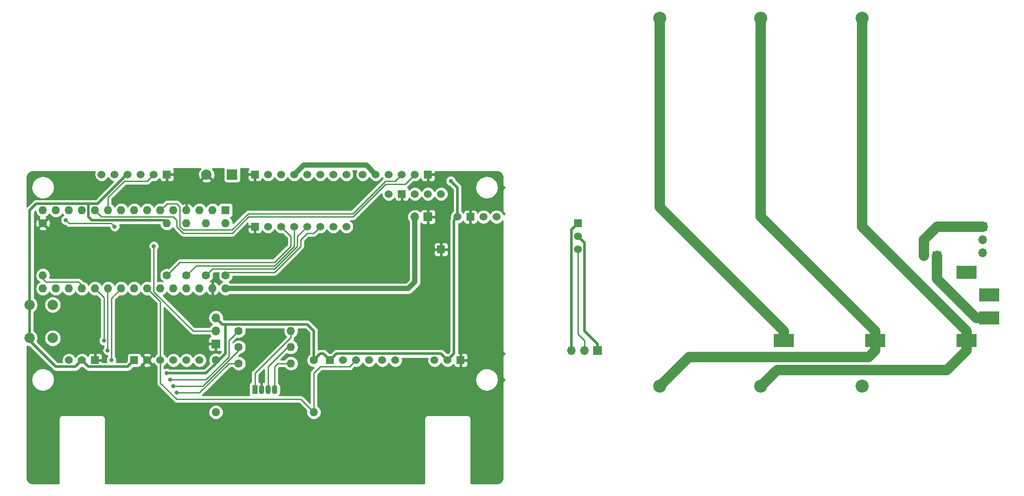
<source format=gtl>
G04 #@! TF.GenerationSoftware,KiCad,Pcbnew,(5.1.0)-1*
G04 #@! TF.CreationDate,2019-05-06T21:49:04+02:00*
G04 #@! TF.ProjectId,bigmax,6269676d-6178-42e6-9b69-6361645f7063,v2*
G04 #@! TF.SameCoordinates,Original*
G04 #@! TF.FileFunction,Copper,L1,Top*
G04 #@! TF.FilePolarity,Positive*
%FSLAX46Y46*%
G04 Gerber Fmt 4.6, Leading zero omitted, Abs format (unit mm)*
G04 Created by KiCad (PCBNEW (5.1.0)-1) date 2019-05-06 21:49:04*
%MOMM*%
%LPD*%
G04 APERTURE LIST*
%ADD10O,1.600000X1.600000*%
%ADD11R,1.600000X1.600000*%
%ADD12C,2.000000*%
%ADD13R,2.000000X2.000000*%
%ADD14O,1.070000X1.800000*%
%ADD15R,1.070000X1.800000*%
%ADD16C,1.600000*%
%ADD17R,1.524000X1.524000*%
%ADD18C,1.524000*%
%ADD19O,1.700000X1.700000*%
%ADD20R,1.700000X1.700000*%
%ADD21R,4.000000X2.560000*%
%ADD22C,2.540000*%
%ADD23C,0.800000*%
%ADD24C,0.250000*%
%ADD25C,2.000000*%
%ADD26C,0.500000*%
%ADD27C,1.000000*%
%ADD28C,0.254000*%
G04 APERTURE END LIST*
D10*
X52070000Y-101600000D03*
X52070000Y-86360000D03*
X87630000Y-101600000D03*
X54610000Y-86360000D03*
X85090000Y-101600000D03*
X57150000Y-86360000D03*
X82550000Y-101600000D03*
X59690000Y-86360000D03*
X80010000Y-101600000D03*
X62230000Y-86360000D03*
X77470000Y-101600000D03*
X64770000Y-86360000D03*
X74930000Y-101600000D03*
X67310000Y-86360000D03*
X72390000Y-101600000D03*
X69850000Y-86360000D03*
X69850000Y-101600000D03*
X72390000Y-86360000D03*
X67310000Y-101600000D03*
X74930000Y-86360000D03*
X64770000Y-101600000D03*
X77470000Y-86360000D03*
X62230000Y-101600000D03*
X80010000Y-86360000D03*
X59690000Y-101600000D03*
X82550000Y-86360000D03*
X57150000Y-101600000D03*
X85090000Y-86360000D03*
X54610000Y-101600000D03*
D11*
X87630000Y-86360000D03*
D12*
X83900000Y-79375000D03*
D13*
X88900000Y-79375000D03*
D14*
X97155000Y-121285000D03*
X95885000Y-121285000D03*
X94615000Y-121285000D03*
D15*
X93345000Y-121285000D03*
D10*
X100330000Y-116205000D03*
D16*
X90170000Y-116205000D03*
X90170000Y-113030000D03*
D10*
X100330000Y-113030000D03*
D16*
X90170000Y-109855000D03*
D10*
X100330000Y-109855000D03*
X52070000Y-99060000D03*
D16*
X52070000Y-88900000D03*
X85725000Y-115570000D03*
D10*
X85725000Y-125730000D03*
D16*
X76200000Y-99060000D03*
D10*
X76200000Y-88900000D03*
X80010000Y-88900000D03*
D16*
X80010000Y-99060000D03*
X83820000Y-99060000D03*
D10*
X83820000Y-88900000D03*
X87630000Y-88900000D03*
D16*
X87630000Y-99060000D03*
D10*
X104775000Y-125730000D03*
D16*
X104775000Y-115570000D03*
D12*
X53975000Y-111275000D03*
X49475000Y-111275000D03*
X53975000Y-104775000D03*
X49475000Y-104775000D03*
D17*
X76200000Y-79375000D03*
D18*
X73660000Y-79375000D03*
X71120000Y-79375000D03*
X68580000Y-79375000D03*
X66040000Y-79375000D03*
X63500000Y-79375000D03*
X114300000Y-79375000D03*
X116840000Y-79375000D03*
X119380000Y-79375000D03*
X121920000Y-79375000D03*
X124460000Y-79375000D03*
D17*
X127000000Y-79375000D03*
X62230000Y-115570000D03*
D18*
X57150000Y-115570000D03*
X59690000Y-115570000D03*
X130810000Y-115570000D03*
X128270000Y-115570000D03*
D17*
X133350000Y-115570000D03*
D19*
X85725000Y-107315000D03*
X85725000Y-109855000D03*
D20*
X85725000Y-112395000D03*
D19*
X124460000Y-87630000D03*
D20*
X127000000Y-87630000D03*
D18*
X129540000Y-83185000D03*
X127000000Y-83185000D03*
X124460000Y-83185000D03*
D17*
X121920000Y-83185000D03*
D18*
X119380000Y-83185000D03*
D17*
X129540000Y-93980000D03*
D18*
X132715000Y-87630000D03*
D17*
X135255000Y-87630000D03*
D18*
X137795000Y-87630000D03*
X140335000Y-87630000D03*
D17*
X93345000Y-89535000D03*
D18*
X95885000Y-89535000D03*
X98425000Y-89535000D03*
X100965000Y-89535000D03*
X103505000Y-89535000D03*
X106045000Y-89535000D03*
X108585000Y-89535000D03*
X111125000Y-89535000D03*
D17*
X93345000Y-79375000D03*
D18*
X95885000Y-79375000D03*
X98425000Y-79375000D03*
X100965000Y-79375000D03*
X103505000Y-79375000D03*
X106045000Y-79375000D03*
X108585000Y-79375000D03*
X111125000Y-79375000D03*
X82550000Y-115570000D03*
X80010000Y-115570000D03*
X77470000Y-115570000D03*
X74930000Y-115570000D03*
X72390000Y-115570000D03*
D17*
X69850000Y-115570000D03*
X107950000Y-115570000D03*
D18*
X110490000Y-115570000D03*
X113030000Y-115570000D03*
X115570000Y-115570000D03*
X118110000Y-115570000D03*
X120650000Y-115570000D03*
D19*
X154940000Y-113665000D03*
X157480000Y-113665000D03*
D20*
X160020000Y-113665000D03*
D19*
X223520000Y-95250000D03*
D20*
X226060000Y-95250000D03*
D17*
X156210000Y-88900000D03*
D18*
X156210000Y-91440000D03*
X156210000Y-93980000D03*
D19*
X234950000Y-94615000D03*
X234950000Y-92075000D03*
D20*
X234950000Y-89535000D03*
D21*
X236220000Y-107315000D03*
X236220000Y-102870000D03*
X196215000Y-111760000D03*
X213995000Y-111760000D03*
X231775000Y-111760000D03*
X231775000Y-98425000D03*
D22*
X172085000Y-48895000D03*
X191770000Y-48895000D03*
X211455000Y-48895000D03*
X172085000Y-120650000D03*
X211455000Y-120650000D03*
X191770000Y-120650000D03*
D23*
X66040000Y-89535000D03*
X56514992Y-88265000D03*
X110490000Y-107315000D03*
X95250000Y-105410000D03*
X135255000Y-83820000D03*
X111125000Y-95250000D03*
X95885000Y-93345000D03*
X88900000Y-120015000D03*
X59690000Y-108585000D03*
X83820000Y-82550000D03*
X128270000Y-97790000D03*
X125095000Y-106680000D03*
X138430000Y-94615000D03*
X138430000Y-102235000D03*
X138430000Y-110490000D03*
X138430000Y-134620000D03*
X120650000Y-134620000D03*
X109855000Y-132080000D03*
X99060000Y-134620000D03*
X88265000Y-132080000D03*
X78105000Y-135255000D03*
X67945000Y-132080000D03*
X120650000Y-123825000D03*
X51435000Y-133985000D03*
X51435000Y-124460000D03*
X66040000Y-121920000D03*
X75565000Y-125095000D03*
X69850000Y-108585000D03*
X79375000Y-110490000D03*
X82550000Y-104775000D03*
X65405000Y-97155000D03*
X58420000Y-95250000D03*
X52070000Y-93345000D03*
X57785000Y-81915000D03*
X71120000Y-81915000D03*
X102870000Y-111125000D03*
X101600000Y-120015000D03*
X103505000Y-97790000D03*
X119380000Y-97155000D03*
X95885000Y-83820000D03*
X83820000Y-92710000D03*
X130810000Y-121285000D03*
X108585000Y-85090000D03*
X115570000Y-81280000D03*
X119380000Y-88265000D03*
X92075000Y-99695000D03*
X138430000Y-125095000D03*
X65405000Y-115570000D03*
X78105000Y-121920000D03*
X64679990Y-113665000D03*
X77470000Y-120650000D03*
X63954980Y-111760000D03*
X76835000Y-119380000D03*
X76200000Y-118110000D03*
X131445000Y-80645000D03*
X73660000Y-93345001D03*
D24*
X236220000Y-107315000D02*
X235500000Y-107315000D01*
D25*
X233680000Y-107315000D02*
X226060000Y-99695000D01*
X236220000Y-107315000D02*
X233680000Y-107315000D01*
X226060000Y-99695000D02*
X226060000Y-95250000D01*
D26*
X154940000Y-90170000D02*
X154940000Y-113665000D01*
X156210000Y-88900000D02*
X154940000Y-90170000D01*
D24*
X156210000Y-110490000D02*
X156210000Y-93980000D01*
X157480000Y-111760000D02*
X156210000Y-110490000D01*
X157480000Y-113665000D02*
X157480000Y-111760000D01*
D26*
X160020000Y-112395000D02*
X160020000Y-113665000D01*
X156210000Y-91440000D02*
X157480000Y-92710000D01*
X157480000Y-109855000D02*
X160020000Y-112395000D01*
X157480000Y-92710000D02*
X157480000Y-109855000D01*
D25*
X172085000Y-85725000D02*
X196215000Y-109855000D01*
X172085000Y-48895000D02*
X172085000Y-85725000D01*
X196215000Y-109855000D02*
X196215000Y-111760000D01*
X194945000Y-117475000D02*
X227965000Y-117475000D01*
X191770000Y-120650000D02*
X194945000Y-117475000D01*
X231775000Y-109855000D02*
X231775000Y-111760000D01*
X211455000Y-48895000D02*
X211455000Y-89535000D01*
X211455000Y-89535000D02*
X231775000Y-109855000D01*
X227965000Y-117475000D02*
X231775000Y-113665000D01*
X231775000Y-113665000D02*
X231775000Y-111760000D01*
X213995000Y-109855000D02*
X213995000Y-111760000D01*
X191770000Y-87630000D02*
X213995000Y-109855000D01*
X213995000Y-113665000D02*
X213995000Y-111760000D01*
X212725000Y-114935000D02*
X213995000Y-113665000D01*
X172085000Y-120650000D02*
X177800000Y-114935000D01*
X191770000Y-48895000D02*
X191770000Y-87630000D01*
X177800000Y-114935000D02*
X212725000Y-114935000D01*
D24*
X100965000Y-93346411D02*
X100965000Y-89535000D01*
X97156411Y-97155000D02*
X100965000Y-93346411D01*
X80010000Y-99060000D02*
X81915000Y-97155000D01*
X81915000Y-97155000D02*
X97156411Y-97155000D01*
X56914991Y-88664999D02*
X56514992Y-88265000D01*
X57149992Y-88900000D02*
X56914991Y-88664999D01*
X66040000Y-89535000D02*
X65405000Y-88900000D01*
X65405000Y-88900000D02*
X57149992Y-88900000D01*
X100330000Y-91440000D02*
X98425000Y-89535000D01*
X100330000Y-93345000D02*
X100330000Y-91440000D01*
X97155000Y-96520000D02*
X100330000Y-93345000D01*
X76200000Y-99060000D02*
X78740000Y-96520000D01*
X78740000Y-96520000D02*
X97155000Y-96520000D01*
X101600000Y-91440000D02*
X103505000Y-89535000D01*
X101600000Y-93347822D02*
X101600000Y-91440000D01*
X97157822Y-97790000D02*
X101600000Y-93347822D01*
X83820000Y-99060000D02*
X85090000Y-97790000D01*
X85090000Y-97790000D02*
X97157822Y-97790000D01*
X63029999Y-87159999D02*
X62230000Y-86360000D01*
X63500000Y-87630000D02*
X63029999Y-87159999D01*
X78105000Y-88265000D02*
X77470000Y-87630000D01*
X78105000Y-89535000D02*
X78105000Y-88265000D01*
X79375000Y-90805000D02*
X78105000Y-89535000D01*
X77470000Y-87630000D02*
X63500000Y-87630000D01*
X122555000Y-81280000D02*
X118745000Y-81280000D01*
X118745000Y-81280000D02*
X112395000Y-87630000D01*
X112395000Y-87630000D02*
X92076410Y-87630000D01*
X124460000Y-79375000D02*
X122555000Y-81280000D01*
X92076410Y-87630000D02*
X88901410Y-90805000D01*
X88901410Y-90805000D02*
X79375000Y-90805000D01*
X73660000Y-78740000D02*
X73660000Y-79375000D01*
X72390000Y-80645000D02*
X73660000Y-79375000D01*
X67945000Y-80645000D02*
X72390000Y-80645000D01*
X64770000Y-83820000D02*
X67945000Y-80645000D01*
X64770000Y-86360000D02*
X64770000Y-83820000D01*
X104749100Y-90830900D02*
X106045000Y-89535000D01*
X88265000Y-98425000D02*
X97159233Y-98425000D01*
X87630000Y-99060000D02*
X88265000Y-98425000D01*
X97159233Y-98425000D02*
X102235000Y-93349233D01*
X102235000Y-93349233D02*
X102235000Y-92075000D01*
X102235000Y-92075000D02*
X103479100Y-90830900D01*
X103479100Y-90830900D02*
X104749100Y-90830900D01*
X111760000Y-116840000D02*
X113030000Y-115570000D01*
X106045000Y-116840000D02*
X111760000Y-116840000D01*
X104775000Y-125730000D02*
X104775000Y-118110000D01*
X104775000Y-118110000D02*
X106045000Y-116840000D01*
X102235000Y-123190000D02*
X104775000Y-125730000D01*
X78105000Y-123190000D02*
X102235000Y-123190000D01*
X74930000Y-115570000D02*
X74930000Y-120015000D01*
X74930000Y-120015000D02*
X78105000Y-123190000D01*
X74930000Y-104140000D02*
X74930000Y-115570000D01*
X72390000Y-101600000D02*
X74930000Y-104140000D01*
X75565000Y-86360000D02*
X74930000Y-86360000D01*
X75729999Y-85560001D02*
X74930000Y-86360000D01*
X76216045Y-85073955D02*
X75729999Y-85560001D01*
X78121045Y-85073955D02*
X76216045Y-85073955D01*
X78740000Y-89533590D02*
X78740000Y-85692910D01*
X79376410Y-90170000D02*
X78740000Y-89533590D01*
X120650000Y-80645000D02*
X118743589Y-80645000D01*
X121920000Y-79375000D02*
X120650000Y-80645000D01*
X118743589Y-80645000D02*
X112393589Y-86995000D01*
X78740000Y-85692910D02*
X78121045Y-85073955D01*
X112393589Y-86995000D02*
X92075000Y-86995000D01*
X92075000Y-86995000D02*
X88900000Y-90170000D01*
X88900000Y-90170000D02*
X79376410Y-90170000D01*
X71120000Y-79375000D02*
X71120000Y-80010000D01*
X52070000Y-99695000D02*
X52070000Y-99060000D01*
X52705000Y-100330000D02*
X52070000Y-99695000D01*
X59055000Y-100330000D02*
X52705000Y-100330000D01*
X59690000Y-101600000D02*
X59690000Y-100965000D01*
X59690000Y-100965000D02*
X59055000Y-100330000D01*
X97790000Y-116205000D02*
X100330000Y-116205000D01*
X97155000Y-121285000D02*
X97155000Y-116840000D01*
X97155000Y-116840000D02*
X97790000Y-116205000D01*
X99695000Y-113030000D02*
X100330000Y-113030000D01*
X95885000Y-121285000D02*
X95885000Y-116840000D01*
X95885000Y-116840000D02*
X99695000Y-113030000D01*
D27*
X114979683Y-77514683D02*
X116840000Y-79375000D01*
X100965000Y-79375000D02*
X102825317Y-77514683D01*
X102825317Y-77514683D02*
X114979683Y-77514683D01*
D24*
X100330000Y-111125000D02*
X100330000Y-109855000D01*
X93345000Y-121285000D02*
X93345000Y-118110000D01*
X93345000Y-118110000D02*
X100330000Y-111125000D01*
X65405000Y-115570000D02*
X65405000Y-103505000D01*
X65405000Y-103505000D02*
X67310000Y-101600000D01*
X88265000Y-116205000D02*
X82550000Y-121920000D01*
X82550000Y-121920000D02*
X78670685Y-121920000D01*
X90170000Y-116205000D02*
X88265000Y-116205000D01*
X78670685Y-121920000D02*
X78105000Y-121920000D01*
X64770000Y-101600000D02*
X64679990Y-101690010D01*
X64679990Y-101690010D02*
X64679990Y-113665000D01*
X78035685Y-120650000D02*
X77470000Y-120650000D01*
X83183590Y-120650000D02*
X78035685Y-120650000D01*
X90170000Y-113030000D02*
X90170000Y-113663590D01*
X90170000Y-113663590D02*
X83183590Y-120650000D01*
X63954980Y-103324980D02*
X63954980Y-111760000D01*
X62230000Y-101600000D02*
X63954980Y-103324980D01*
X88265000Y-114932179D02*
X83817179Y-119380000D01*
X83817179Y-119380000D02*
X77400685Y-119380000D01*
X77400685Y-119380000D02*
X76835000Y-119380000D01*
X88265000Y-111760000D02*
X88265000Y-114932179D01*
X90170000Y-109855000D02*
X88265000Y-111760000D01*
D26*
X106680000Y-114300000D02*
X107950000Y-115570000D01*
X104775000Y-115570000D02*
X106045000Y-114300000D01*
X106045000Y-114300000D02*
X106680000Y-114300000D01*
X104775000Y-109855000D02*
X104775000Y-115570000D01*
X87630000Y-108585000D02*
X103505000Y-108585000D01*
X103505000Y-108585000D02*
X104775000Y-109855000D01*
X109220000Y-114300000D02*
X107950000Y-115570000D01*
X130810000Y-115570000D02*
X129540000Y-114300000D01*
X129540000Y-114300000D02*
X109220000Y-114300000D01*
X68580000Y-116840000D02*
X69850000Y-115570000D01*
X59690000Y-115570000D02*
X60960000Y-116840000D01*
X60960000Y-116840000D02*
X68580000Y-116840000D01*
X86995000Y-108585000D02*
X87630000Y-108585000D01*
X85725000Y-107315000D02*
X86995000Y-108585000D01*
X86360000Y-115570000D02*
X85725000Y-115570000D01*
X87630000Y-108585000D02*
X87630000Y-114300000D01*
X87630000Y-114300000D02*
X86360000Y-115570000D01*
X83820000Y-118110000D02*
X76200000Y-118110000D01*
X85725000Y-115570000D02*
X85725000Y-116205000D01*
X85725000Y-116205000D02*
X83820000Y-118110000D01*
X50800000Y-85090000D02*
X49530000Y-86360000D01*
X68580000Y-79375000D02*
X68401812Y-79375000D01*
X68401812Y-79375000D02*
X62686812Y-85090000D01*
X132080000Y-114300000D02*
X130810000Y-115570000D01*
X132715000Y-87630000D02*
X132080000Y-88265000D01*
X132080000Y-88265000D02*
X132080000Y-114300000D01*
X49530000Y-90170000D02*
X49530000Y-104775000D01*
X49530000Y-86360000D02*
X49530000Y-90170000D01*
X60960000Y-85090000D02*
X50800000Y-85090000D01*
X62686812Y-85090000D02*
X60960000Y-85090000D01*
X75565000Y-88265000D02*
X76200000Y-88900000D01*
X60960000Y-87630000D02*
X61595000Y-88265000D01*
X60960000Y-85090000D02*
X60960000Y-87630000D01*
X61595000Y-88265000D02*
X75565000Y-88265000D01*
X132715000Y-87630000D02*
X132715000Y-81915000D01*
X132715000Y-81915000D02*
X131445000Y-80645000D01*
X49475000Y-111070000D02*
X49475000Y-104775000D01*
X49475000Y-111705000D02*
X49475000Y-111070000D01*
X54610000Y-116840000D02*
X49475000Y-111705000D01*
X59690000Y-115570000D02*
X58420000Y-116840000D01*
X58420000Y-116840000D02*
X54610000Y-116840000D01*
D24*
X81281411Y-109855000D02*
X73660000Y-102233589D01*
X73660000Y-93910686D02*
X73660000Y-93345001D01*
X73660000Y-102233589D02*
X73660000Y-93910686D01*
X85725000Y-109855000D02*
X81281411Y-109855000D01*
D27*
X124460000Y-100330000D02*
X124460000Y-87630000D01*
X87630000Y-101600000D02*
X123190000Y-101600000D01*
X123190000Y-101600000D02*
X124460000Y-100330000D01*
D25*
X223520000Y-92075000D02*
X223520000Y-95250000D01*
X234950000Y-89535000D02*
X226060000Y-89535000D01*
X226060000Y-89535000D02*
X223520000Y-92075000D01*
D28*
G36*
X140566446Y-78841098D02*
G01*
X140789081Y-78908315D01*
X140994419Y-79017495D01*
X141174639Y-79164479D01*
X141322877Y-79343668D01*
X141433489Y-79548240D01*
X141502258Y-79770397D01*
X141530000Y-80034344D01*
X141530001Y-81245113D01*
X141526565Y-81280000D01*
X141540273Y-81419184D01*
X141580872Y-81553020D01*
X141646800Y-81676363D01*
X141735525Y-81784475D01*
X141843637Y-81873200D01*
X141921840Y-81915000D01*
X141843637Y-81956800D01*
X141735525Y-82045525D01*
X141646800Y-82153637D01*
X141580872Y-82276980D01*
X141540273Y-82410816D01*
X141526565Y-82550000D01*
X141530000Y-82584877D01*
X141530001Y-86325113D01*
X141526565Y-86360000D01*
X141540273Y-86499184D01*
X141580872Y-86633020D01*
X141646800Y-86756363D01*
X141735525Y-86864475D01*
X141843637Y-86953200D01*
X141921840Y-86995000D01*
X141843637Y-87036800D01*
X141735525Y-87125525D01*
X141670806Y-87204385D01*
X141573005Y-86968273D01*
X141420120Y-86739465D01*
X141225535Y-86544880D01*
X140996727Y-86391995D01*
X140742490Y-86286686D01*
X140472592Y-86233000D01*
X140197408Y-86233000D01*
X139927510Y-86286686D01*
X139673273Y-86391995D01*
X139444465Y-86544880D01*
X139249880Y-86739465D01*
X139096995Y-86968273D01*
X139065000Y-87045515D01*
X139033005Y-86968273D01*
X138880120Y-86739465D01*
X138685535Y-86544880D01*
X138456727Y-86391995D01*
X138202490Y-86286686D01*
X137932592Y-86233000D01*
X137657408Y-86233000D01*
X137387510Y-86286686D01*
X137133273Y-86391995D01*
X136904465Y-86544880D01*
X136709880Y-86739465D01*
X136651080Y-86827465D01*
X136642812Y-86743518D01*
X136606502Y-86623820D01*
X136547537Y-86513506D01*
X136468185Y-86416815D01*
X136371494Y-86337463D01*
X136261180Y-86278498D01*
X136141482Y-86242188D01*
X136017000Y-86229928D01*
X135540750Y-86233000D01*
X135382000Y-86391750D01*
X135382000Y-87503000D01*
X135402000Y-87503000D01*
X135402000Y-87757000D01*
X135382000Y-87757000D01*
X135382000Y-88868250D01*
X135540750Y-89027000D01*
X136017000Y-89030072D01*
X136141482Y-89017812D01*
X136261180Y-88981502D01*
X136371494Y-88922537D01*
X136468185Y-88843185D01*
X136547537Y-88746494D01*
X136606502Y-88636180D01*
X136642812Y-88516482D01*
X136651080Y-88432535D01*
X136709880Y-88520535D01*
X136904465Y-88715120D01*
X137133273Y-88868005D01*
X137387510Y-88973314D01*
X137657408Y-89027000D01*
X137932592Y-89027000D01*
X138202490Y-88973314D01*
X138456727Y-88868005D01*
X138685535Y-88715120D01*
X138880120Y-88520535D01*
X139033005Y-88291727D01*
X139065000Y-88214485D01*
X139096995Y-88291727D01*
X139249880Y-88520535D01*
X139444465Y-88715120D01*
X139673273Y-88868005D01*
X139927510Y-88973314D01*
X140197408Y-89027000D01*
X140472592Y-89027000D01*
X140742490Y-88973314D01*
X140996727Y-88868005D01*
X141225535Y-88715120D01*
X141420120Y-88520535D01*
X141530000Y-88356088D01*
X141530001Y-113630113D01*
X141526565Y-113665000D01*
X141540273Y-113804184D01*
X141580872Y-113938020D01*
X141646800Y-114061363D01*
X141735525Y-114169475D01*
X141843637Y-114258200D01*
X141921840Y-114300000D01*
X141843637Y-114341800D01*
X141735525Y-114430525D01*
X141646800Y-114538637D01*
X141580872Y-114661980D01*
X141540273Y-114795816D01*
X141526565Y-114935000D01*
X141530000Y-114969877D01*
X141530001Y-118710113D01*
X141526565Y-118745000D01*
X141540273Y-118884184D01*
X141580872Y-119018020D01*
X141646800Y-119141363D01*
X141735525Y-119249475D01*
X141843637Y-119338200D01*
X141921840Y-119380000D01*
X141843637Y-119421800D01*
X141735525Y-119510525D01*
X141646800Y-119618637D01*
X141580872Y-119741980D01*
X141540273Y-119875816D01*
X141526565Y-120015000D01*
X141530001Y-120049887D01*
X141530000Y-138395271D01*
X141503901Y-138661449D01*
X141436684Y-138884084D01*
X141327506Y-139089417D01*
X141180522Y-139269637D01*
X141001333Y-139417876D01*
X140796761Y-139528488D01*
X140574606Y-139597257D01*
X140310655Y-139625000D01*
X135330000Y-139625000D01*
X135330000Y-127034877D01*
X135333435Y-127000000D01*
X135319727Y-126860816D01*
X135279128Y-126726980D01*
X135213200Y-126603637D01*
X135124475Y-126495525D01*
X135016363Y-126406800D01*
X134893020Y-126340872D01*
X134759184Y-126300273D01*
X134654877Y-126290000D01*
X134620000Y-126286565D01*
X134585123Y-126290000D01*
X127034877Y-126290000D01*
X127000000Y-126286565D01*
X126965123Y-126290000D01*
X126860816Y-126300273D01*
X126726980Y-126340872D01*
X126603637Y-126406800D01*
X126495525Y-126495525D01*
X126406800Y-126603637D01*
X126340872Y-126726980D01*
X126300273Y-126860816D01*
X126286565Y-127000000D01*
X126290000Y-127034877D01*
X126290001Y-139625000D01*
X64210000Y-139625000D01*
X64210000Y-127034877D01*
X64213435Y-127000000D01*
X64199727Y-126860816D01*
X64159128Y-126726980D01*
X64093200Y-126603637D01*
X64004475Y-126495525D01*
X63896363Y-126406800D01*
X63773020Y-126340872D01*
X63639184Y-126300273D01*
X63534877Y-126290000D01*
X63500000Y-126286565D01*
X63465123Y-126290000D01*
X55914877Y-126290000D01*
X55880000Y-126286565D01*
X55845123Y-126290000D01*
X55740816Y-126300273D01*
X55606980Y-126340872D01*
X55483637Y-126406800D01*
X55375525Y-126495525D01*
X55286800Y-126603637D01*
X55220872Y-126726980D01*
X55180273Y-126860816D01*
X55166565Y-127000000D01*
X55170001Y-127034887D01*
X55170000Y-139625000D01*
X50199729Y-139625000D01*
X49933551Y-139598901D01*
X49710916Y-139531684D01*
X49505583Y-139422506D01*
X49325363Y-139275522D01*
X49177124Y-139096333D01*
X49066512Y-138891761D01*
X48997743Y-138669606D01*
X48970000Y-138405655D01*
X48970000Y-125730000D01*
X84283057Y-125730000D01*
X84310764Y-126011309D01*
X84392818Y-126281808D01*
X84526068Y-126531101D01*
X84705392Y-126749608D01*
X84923899Y-126928932D01*
X85173192Y-127062182D01*
X85443691Y-127144236D01*
X85654508Y-127165000D01*
X85795492Y-127165000D01*
X86006309Y-127144236D01*
X86276808Y-127062182D01*
X86526101Y-126928932D01*
X86744608Y-126749608D01*
X86923932Y-126531101D01*
X87057182Y-126281808D01*
X87139236Y-126011309D01*
X87166943Y-125730000D01*
X87139236Y-125448691D01*
X87057182Y-125178192D01*
X86923932Y-124928899D01*
X86744608Y-124710392D01*
X86526101Y-124531068D01*
X86276808Y-124397818D01*
X86006309Y-124315764D01*
X85795492Y-124295000D01*
X85654508Y-124295000D01*
X85443691Y-124315764D01*
X85173192Y-124397818D01*
X84923899Y-124531068D01*
X84705392Y-124710392D01*
X84526068Y-124928899D01*
X84392818Y-125178192D01*
X84310764Y-125448691D01*
X84283057Y-125730000D01*
X48970000Y-125730000D01*
X48970000Y-119411136D01*
X49840217Y-119411136D01*
X49888731Y-119843643D01*
X50020328Y-120258490D01*
X50229997Y-120639876D01*
X50509751Y-120973274D01*
X50848934Y-121245984D01*
X51234627Y-121447620D01*
X51652140Y-121570501D01*
X52085568Y-121609946D01*
X52518404Y-121564453D01*
X52934160Y-121435755D01*
X53317000Y-121228754D01*
X53652343Y-120951334D01*
X53927414Y-120614063D01*
X54131738Y-120229787D01*
X54257530Y-119813143D01*
X54300000Y-119380000D01*
X54299131Y-119317735D01*
X54244583Y-118885947D01*
X54107206Y-118472977D01*
X53892233Y-118094556D01*
X53607852Y-117765097D01*
X53264894Y-117497149D01*
X52876423Y-117300918D01*
X52457235Y-117183879D01*
X52023298Y-117150489D01*
X51591140Y-117202021D01*
X51177222Y-117336511D01*
X50797309Y-117548837D01*
X50465872Y-117830912D01*
X50195536Y-118171991D01*
X49996598Y-118559082D01*
X49876636Y-118977442D01*
X49840217Y-119411136D01*
X48970000Y-119411136D01*
X48970000Y-112835534D01*
X48998088Y-112847168D01*
X49313967Y-112910000D01*
X49428422Y-112910000D01*
X53953470Y-117435049D01*
X53981183Y-117468817D01*
X54014951Y-117496530D01*
X54014953Y-117496532D01*
X54115941Y-117579411D01*
X54269686Y-117661589D01*
X54349248Y-117685724D01*
X54436510Y-117712195D01*
X54566523Y-117725000D01*
X54566531Y-117725000D01*
X54610000Y-117729281D01*
X54653469Y-117725000D01*
X58376531Y-117725000D01*
X58420000Y-117729281D01*
X58463469Y-117725000D01*
X58463477Y-117725000D01*
X58593490Y-117712195D01*
X58760313Y-117661589D01*
X58914059Y-117579411D01*
X59048817Y-117468817D01*
X59076534Y-117435044D01*
X59545877Y-116965701D01*
X59552408Y-116967000D01*
X59827592Y-116967000D01*
X59834122Y-116965701D01*
X60303470Y-117435049D01*
X60331183Y-117468817D01*
X60364951Y-117496530D01*
X60364953Y-117496532D01*
X60414485Y-117537182D01*
X60465941Y-117579411D01*
X60619687Y-117661589D01*
X60786510Y-117712195D01*
X60916523Y-117725000D01*
X60916533Y-117725000D01*
X60959999Y-117729281D01*
X61003465Y-117725000D01*
X68536531Y-117725000D01*
X68580000Y-117729281D01*
X68623469Y-117725000D01*
X68623477Y-117725000D01*
X68753490Y-117712195D01*
X68920313Y-117661589D01*
X69074059Y-117579411D01*
X69208817Y-117468817D01*
X69236534Y-117435044D01*
X69701506Y-116970072D01*
X70612000Y-116970072D01*
X70736482Y-116957812D01*
X70856180Y-116921502D01*
X70966494Y-116862537D01*
X71063185Y-116783185D01*
X71142537Y-116686494D01*
X71201502Y-116576180D01*
X71213822Y-116535565D01*
X71604040Y-116535565D01*
X71671020Y-116775656D01*
X71920048Y-116892756D01*
X72187135Y-116959023D01*
X72462017Y-116971910D01*
X72734133Y-116930922D01*
X72993023Y-116837636D01*
X73108980Y-116775656D01*
X73175960Y-116535565D01*
X72390000Y-115749605D01*
X71604040Y-116535565D01*
X71213822Y-116535565D01*
X71237812Y-116456482D01*
X71250072Y-116332000D01*
X71250072Y-116307317D01*
X71424435Y-116355960D01*
X72210395Y-115570000D01*
X71424435Y-114784040D01*
X71250072Y-114832683D01*
X71250072Y-114808000D01*
X71237812Y-114683518D01*
X71213823Y-114604435D01*
X71604040Y-114604435D01*
X72390000Y-115390395D01*
X73175960Y-114604435D01*
X73108980Y-114364344D01*
X72859952Y-114247244D01*
X72592865Y-114180977D01*
X72317983Y-114168090D01*
X72045867Y-114209078D01*
X71786977Y-114302364D01*
X71671020Y-114364344D01*
X71604040Y-114604435D01*
X71213823Y-114604435D01*
X71201502Y-114563820D01*
X71142537Y-114453506D01*
X71063185Y-114356815D01*
X70966494Y-114277463D01*
X70856180Y-114218498D01*
X70736482Y-114182188D01*
X70612000Y-114169928D01*
X69088000Y-114169928D01*
X68963518Y-114182188D01*
X68843820Y-114218498D01*
X68733506Y-114277463D01*
X68636815Y-114356815D01*
X68557463Y-114453506D01*
X68498498Y-114563820D01*
X68462188Y-114683518D01*
X68449928Y-114808000D01*
X68449928Y-115718494D01*
X68213422Y-115955000D01*
X66365804Y-115955000D01*
X66400226Y-115871898D01*
X66440000Y-115671939D01*
X66440000Y-115468061D01*
X66400226Y-115268102D01*
X66322205Y-115079744D01*
X66208937Y-114910226D01*
X66165000Y-114866289D01*
X66165000Y-103819801D01*
X66984094Y-103000708D01*
X67028691Y-103014236D01*
X67239508Y-103035000D01*
X67380492Y-103035000D01*
X67591309Y-103014236D01*
X67861808Y-102932182D01*
X68111101Y-102798932D01*
X68329608Y-102619608D01*
X68508932Y-102401101D01*
X68580000Y-102268142D01*
X68651068Y-102401101D01*
X68830392Y-102619608D01*
X69048899Y-102798932D01*
X69298192Y-102932182D01*
X69568691Y-103014236D01*
X69779508Y-103035000D01*
X69920492Y-103035000D01*
X70131309Y-103014236D01*
X70401808Y-102932182D01*
X70651101Y-102798932D01*
X70869608Y-102619608D01*
X71048932Y-102401101D01*
X71120000Y-102268142D01*
X71191068Y-102401101D01*
X71370392Y-102619608D01*
X71588899Y-102798932D01*
X71838192Y-102932182D01*
X72108691Y-103014236D01*
X72319508Y-103035000D01*
X72460492Y-103035000D01*
X72671309Y-103014236D01*
X72715906Y-103000708D01*
X74170000Y-104454803D01*
X74170001Y-114397658D01*
X74039465Y-114484880D01*
X73844880Y-114679465D01*
X73691995Y-114908273D01*
X73662308Y-114979943D01*
X73657636Y-114966977D01*
X73595656Y-114851020D01*
X73355565Y-114784040D01*
X72569605Y-115570000D01*
X73355565Y-116355960D01*
X73595656Y-116288980D01*
X73659485Y-116153240D01*
X73691995Y-116231727D01*
X73844880Y-116460535D01*
X74039465Y-116655120D01*
X74170000Y-116742341D01*
X74170001Y-119977668D01*
X74166324Y-120015000D01*
X74170001Y-120052333D01*
X74177553Y-120129003D01*
X74180998Y-120163985D01*
X74224454Y-120307246D01*
X74295026Y-120439276D01*
X74366201Y-120526002D01*
X74390000Y-120555001D01*
X74418998Y-120578799D01*
X77541200Y-123701002D01*
X77564999Y-123730001D01*
X77593997Y-123753799D01*
X77680723Y-123824974D01*
X77812753Y-123895546D01*
X77956014Y-123939003D01*
X78067667Y-123950000D01*
X78067676Y-123950000D01*
X78104999Y-123953676D01*
X78142322Y-123950000D01*
X101920199Y-123950000D01*
X103374292Y-125404094D01*
X103360764Y-125448691D01*
X103333057Y-125730000D01*
X103360764Y-126011309D01*
X103442818Y-126281808D01*
X103576068Y-126531101D01*
X103755392Y-126749608D01*
X103973899Y-126928932D01*
X104223192Y-127062182D01*
X104493691Y-127144236D01*
X104704508Y-127165000D01*
X104845492Y-127165000D01*
X105056309Y-127144236D01*
X105326808Y-127062182D01*
X105576101Y-126928932D01*
X105794608Y-126749608D01*
X105973932Y-126531101D01*
X106107182Y-126281808D01*
X106189236Y-126011309D01*
X106216943Y-125730000D01*
X106189236Y-125448691D01*
X106107182Y-125178192D01*
X105973932Y-124928899D01*
X105794608Y-124710392D01*
X105576101Y-124531068D01*
X105535000Y-124509099D01*
X105535000Y-119411136D01*
X136200217Y-119411136D01*
X136248731Y-119843643D01*
X136380328Y-120258490D01*
X136589997Y-120639876D01*
X136869751Y-120973274D01*
X137208934Y-121245984D01*
X137594627Y-121447620D01*
X138012140Y-121570501D01*
X138445568Y-121609946D01*
X138878404Y-121564453D01*
X139294160Y-121435755D01*
X139677000Y-121228754D01*
X140012343Y-120951334D01*
X140287414Y-120614063D01*
X140491738Y-120229787D01*
X140617530Y-119813143D01*
X140660000Y-119380000D01*
X140659131Y-119317735D01*
X140604583Y-118885947D01*
X140467206Y-118472977D01*
X140252233Y-118094556D01*
X139967852Y-117765097D01*
X139624894Y-117497149D01*
X139236423Y-117300918D01*
X138817235Y-117183879D01*
X138383298Y-117150489D01*
X137951140Y-117202021D01*
X137537222Y-117336511D01*
X137157309Y-117548837D01*
X136825872Y-117830912D01*
X136555536Y-118171991D01*
X136356598Y-118559082D01*
X136236636Y-118977442D01*
X136200217Y-119411136D01*
X105535000Y-119411136D01*
X105535000Y-118424801D01*
X106359802Y-117600000D01*
X111722678Y-117600000D01*
X111760000Y-117603676D01*
X111797322Y-117600000D01*
X111797333Y-117600000D01*
X111908986Y-117589003D01*
X112052247Y-117545546D01*
X112184276Y-117474974D01*
X112300001Y-117380001D01*
X112323804Y-117350997D01*
X112738430Y-116936372D01*
X112892408Y-116967000D01*
X113167592Y-116967000D01*
X113437490Y-116913314D01*
X113691727Y-116808005D01*
X113920535Y-116655120D01*
X114115120Y-116460535D01*
X114268005Y-116231727D01*
X114300000Y-116154485D01*
X114331995Y-116231727D01*
X114484880Y-116460535D01*
X114679465Y-116655120D01*
X114908273Y-116808005D01*
X115162510Y-116913314D01*
X115432408Y-116967000D01*
X115707592Y-116967000D01*
X115977490Y-116913314D01*
X116231727Y-116808005D01*
X116460535Y-116655120D01*
X116655120Y-116460535D01*
X116808005Y-116231727D01*
X116840000Y-116154485D01*
X116871995Y-116231727D01*
X117024880Y-116460535D01*
X117219465Y-116655120D01*
X117448273Y-116808005D01*
X117702510Y-116913314D01*
X117972408Y-116967000D01*
X118247592Y-116967000D01*
X118517490Y-116913314D01*
X118771727Y-116808005D01*
X119000535Y-116655120D01*
X119195120Y-116460535D01*
X119348005Y-116231727D01*
X119380000Y-116154485D01*
X119411995Y-116231727D01*
X119564880Y-116460535D01*
X119759465Y-116655120D01*
X119988273Y-116808005D01*
X120242510Y-116913314D01*
X120512408Y-116967000D01*
X120787592Y-116967000D01*
X121057490Y-116913314D01*
X121311727Y-116808005D01*
X121540535Y-116655120D01*
X121735120Y-116460535D01*
X121888005Y-116231727D01*
X121993314Y-115977490D01*
X122047000Y-115707592D01*
X122047000Y-115432408D01*
X121997788Y-115185000D01*
X126922212Y-115185000D01*
X126873000Y-115432408D01*
X126873000Y-115707592D01*
X126926686Y-115977490D01*
X127031995Y-116231727D01*
X127184880Y-116460535D01*
X127379465Y-116655120D01*
X127608273Y-116808005D01*
X127862510Y-116913314D01*
X128132408Y-116967000D01*
X128407592Y-116967000D01*
X128677490Y-116913314D01*
X128931727Y-116808005D01*
X129160535Y-116655120D01*
X129355120Y-116460535D01*
X129508005Y-116231727D01*
X129540000Y-116154485D01*
X129571995Y-116231727D01*
X129724880Y-116460535D01*
X129919465Y-116655120D01*
X130148273Y-116808005D01*
X130402510Y-116913314D01*
X130672408Y-116967000D01*
X130947592Y-116967000D01*
X131217490Y-116913314D01*
X131471727Y-116808005D01*
X131700535Y-116655120D01*
X131895120Y-116460535D01*
X131953920Y-116372535D01*
X131962188Y-116456482D01*
X131998498Y-116576180D01*
X132057463Y-116686494D01*
X132136815Y-116783185D01*
X132233506Y-116862537D01*
X132343820Y-116921502D01*
X132463518Y-116957812D01*
X132588000Y-116970072D01*
X133064250Y-116967000D01*
X133223000Y-116808250D01*
X133223000Y-115697000D01*
X133477000Y-115697000D01*
X133477000Y-116808250D01*
X133635750Y-116967000D01*
X134112000Y-116970072D01*
X134236482Y-116957812D01*
X134356180Y-116921502D01*
X134466494Y-116862537D01*
X134563185Y-116783185D01*
X134642537Y-116686494D01*
X134701502Y-116576180D01*
X134737812Y-116456482D01*
X134750072Y-116332000D01*
X134747000Y-115855750D01*
X134588250Y-115697000D01*
X133477000Y-115697000D01*
X133223000Y-115697000D01*
X133203000Y-115697000D01*
X133203000Y-115443000D01*
X133223000Y-115443000D01*
X133223000Y-114331750D01*
X133477000Y-114331750D01*
X133477000Y-115443000D01*
X134588250Y-115443000D01*
X134747000Y-115284250D01*
X134750072Y-114808000D01*
X134737812Y-114683518D01*
X134701502Y-114563820D01*
X134642537Y-114453506D01*
X134563185Y-114356815D01*
X134466494Y-114277463D01*
X134356180Y-114218498D01*
X134236482Y-114182188D01*
X134112000Y-114169928D01*
X133635750Y-114173000D01*
X133477000Y-114331750D01*
X133223000Y-114331750D01*
X133064250Y-114173000D01*
X132965000Y-114172360D01*
X132965000Y-89004641D01*
X133122490Y-88973314D01*
X133376727Y-88868005D01*
X133605535Y-88715120D01*
X133800120Y-88520535D01*
X133858920Y-88432535D01*
X133867188Y-88516482D01*
X133903498Y-88636180D01*
X133962463Y-88746494D01*
X134041815Y-88843185D01*
X134138506Y-88922537D01*
X134248820Y-88981502D01*
X134368518Y-89017812D01*
X134493000Y-89030072D01*
X134969250Y-89027000D01*
X135128000Y-88868250D01*
X135128000Y-87757000D01*
X135108000Y-87757000D01*
X135108000Y-87503000D01*
X135128000Y-87503000D01*
X135128000Y-86391750D01*
X134969250Y-86233000D01*
X134493000Y-86229928D01*
X134368518Y-86242188D01*
X134248820Y-86278498D01*
X134138506Y-86337463D01*
X134041815Y-86416815D01*
X133962463Y-86513506D01*
X133903498Y-86623820D01*
X133867188Y-86743518D01*
X133858920Y-86827465D01*
X133800120Y-86739465D01*
X133605535Y-86544880D01*
X133600000Y-86541182D01*
X133600000Y-81958465D01*
X133601214Y-81946136D01*
X136200217Y-81946136D01*
X136248731Y-82378643D01*
X136380328Y-82793490D01*
X136589997Y-83174876D01*
X136869751Y-83508274D01*
X137208934Y-83780984D01*
X137594627Y-83982620D01*
X138012140Y-84105501D01*
X138445568Y-84144946D01*
X138878404Y-84099453D01*
X139294160Y-83970755D01*
X139677000Y-83763754D01*
X140012343Y-83486334D01*
X140287414Y-83149063D01*
X140491738Y-82764787D01*
X140617530Y-82348143D01*
X140660000Y-81915000D01*
X140659131Y-81852735D01*
X140604583Y-81420947D01*
X140467206Y-81007977D01*
X140252233Y-80629556D01*
X139967852Y-80300097D01*
X139624894Y-80032149D01*
X139236423Y-79835918D01*
X138817235Y-79718879D01*
X138383298Y-79685489D01*
X137951140Y-79737021D01*
X137537222Y-79871511D01*
X137157309Y-80083837D01*
X136825872Y-80365912D01*
X136555536Y-80706991D01*
X136356598Y-81094082D01*
X136236636Y-81512442D01*
X136200217Y-81946136D01*
X133601214Y-81946136D01*
X133604281Y-81914999D01*
X133600000Y-81871533D01*
X133600000Y-81871523D01*
X133587195Y-81741510D01*
X133536589Y-81574687D01*
X133454411Y-81420941D01*
X133430210Y-81391452D01*
X133371532Y-81319953D01*
X133371530Y-81319951D01*
X133343817Y-81286183D01*
X133310049Y-81258470D01*
X132451535Y-80399957D01*
X132440226Y-80343102D01*
X132362205Y-80154744D01*
X132248937Y-79985226D01*
X132104774Y-79841063D01*
X131935256Y-79727795D01*
X131746898Y-79649774D01*
X131546939Y-79610000D01*
X131343061Y-79610000D01*
X131143102Y-79649774D01*
X130954744Y-79727795D01*
X130785226Y-79841063D01*
X130641063Y-79985226D01*
X130527795Y-80154744D01*
X130449774Y-80343102D01*
X130410000Y-80543061D01*
X130410000Y-80746939D01*
X130449774Y-80946898D01*
X130527795Y-81135256D01*
X130641063Y-81304774D01*
X130785226Y-81448937D01*
X130954744Y-81562205D01*
X131143102Y-81640226D01*
X131199957Y-81651535D01*
X131830001Y-82281580D01*
X131830000Y-86541181D01*
X131824465Y-86544880D01*
X131629880Y-86739465D01*
X131476995Y-86968273D01*
X131371686Y-87222510D01*
X131318000Y-87492408D01*
X131318000Y-87767592D01*
X131324612Y-87800833D01*
X131258411Y-87924688D01*
X131207805Y-88091511D01*
X131195000Y-88221524D01*
X131195000Y-88221531D01*
X131190719Y-88265000D01*
X131195000Y-88308469D01*
X131195001Y-113933420D01*
X130954122Y-114174299D01*
X130947592Y-114173000D01*
X130672408Y-114173000D01*
X130665877Y-114174299D01*
X130196534Y-113704956D01*
X130168817Y-113671183D01*
X130034059Y-113560589D01*
X129880313Y-113478411D01*
X129713490Y-113427805D01*
X129583477Y-113415000D01*
X129583469Y-113415000D01*
X129540000Y-113410719D01*
X129496531Y-113415000D01*
X109263465Y-113415000D01*
X109219999Y-113410719D01*
X109176533Y-113415000D01*
X109176523Y-113415000D01*
X109046510Y-113427805D01*
X108879687Y-113478411D01*
X108725941Y-113560589D01*
X108725939Y-113560590D01*
X108725940Y-113560590D01*
X108624953Y-113643468D01*
X108624951Y-113643470D01*
X108591183Y-113671183D01*
X108563470Y-113704951D01*
X108098493Y-114169928D01*
X107801506Y-114169928D01*
X107336534Y-113704956D01*
X107308817Y-113671183D01*
X107174059Y-113560589D01*
X107020313Y-113478411D01*
X106853490Y-113427805D01*
X106723477Y-113415000D01*
X106723469Y-113415000D01*
X106680000Y-113410719D01*
X106636531Y-113415000D01*
X106088465Y-113415000D01*
X106044999Y-113410719D01*
X106001533Y-113415000D01*
X106001523Y-113415000D01*
X105871510Y-113427805D01*
X105704687Y-113478411D01*
X105660000Y-113502296D01*
X105660000Y-109898465D01*
X105664281Y-109854999D01*
X105660000Y-109811533D01*
X105660000Y-109811523D01*
X105647195Y-109681510D01*
X105596589Y-109514687D01*
X105514411Y-109360941D01*
X105467017Y-109303192D01*
X105431532Y-109259953D01*
X105431530Y-109259951D01*
X105403817Y-109226183D01*
X105370050Y-109198471D01*
X104161534Y-107989956D01*
X104133817Y-107956183D01*
X103999059Y-107845589D01*
X103845313Y-107763411D01*
X103678490Y-107712805D01*
X103548477Y-107700000D01*
X103548469Y-107700000D01*
X103505000Y-107695719D01*
X103461531Y-107700000D01*
X87673476Y-107700000D01*
X87630000Y-107695718D01*
X87586523Y-107700000D01*
X87361579Y-107700000D01*
X87195612Y-107534033D01*
X87217185Y-107315000D01*
X87188513Y-107023889D01*
X87103599Y-106743966D01*
X86965706Y-106485986D01*
X86780134Y-106259866D01*
X86554014Y-106074294D01*
X86296034Y-105936401D01*
X86016111Y-105851487D01*
X85797950Y-105830000D01*
X85652050Y-105830000D01*
X85433889Y-105851487D01*
X85153966Y-105936401D01*
X84895986Y-106074294D01*
X84669866Y-106259866D01*
X84484294Y-106485986D01*
X84346401Y-106743966D01*
X84261487Y-107023889D01*
X84232815Y-107315000D01*
X84261487Y-107606111D01*
X84346401Y-107886034D01*
X84484294Y-108144014D01*
X84669866Y-108370134D01*
X84895986Y-108555706D01*
X84950791Y-108585000D01*
X84895986Y-108614294D01*
X84669866Y-108799866D01*
X84484294Y-109025986D01*
X84447405Y-109095000D01*
X81596213Y-109095000D01*
X75444662Y-102943450D01*
X75481808Y-102932182D01*
X75731101Y-102798932D01*
X75949608Y-102619608D01*
X76128932Y-102401101D01*
X76200000Y-102268142D01*
X76271068Y-102401101D01*
X76450392Y-102619608D01*
X76668899Y-102798932D01*
X76918192Y-102932182D01*
X77188691Y-103014236D01*
X77399508Y-103035000D01*
X77540492Y-103035000D01*
X77751309Y-103014236D01*
X78021808Y-102932182D01*
X78271101Y-102798932D01*
X78489608Y-102619608D01*
X78668932Y-102401101D01*
X78740000Y-102268142D01*
X78811068Y-102401101D01*
X78990392Y-102619608D01*
X79208899Y-102798932D01*
X79458192Y-102932182D01*
X79728691Y-103014236D01*
X79939508Y-103035000D01*
X80080492Y-103035000D01*
X80291309Y-103014236D01*
X80561808Y-102932182D01*
X80811101Y-102798932D01*
X81029608Y-102619608D01*
X81208932Y-102401101D01*
X81280000Y-102268142D01*
X81351068Y-102401101D01*
X81530392Y-102619608D01*
X81748899Y-102798932D01*
X81998192Y-102932182D01*
X82268691Y-103014236D01*
X82479508Y-103035000D01*
X82620492Y-103035000D01*
X82831309Y-103014236D01*
X83101808Y-102932182D01*
X83351101Y-102798932D01*
X83569608Y-102619608D01*
X83748932Y-102401101D01*
X83822579Y-102263318D01*
X83937615Y-102455131D01*
X84126586Y-102663519D01*
X84352580Y-102831037D01*
X84606913Y-102951246D01*
X84740961Y-102991904D01*
X84963000Y-102869915D01*
X84963000Y-101727000D01*
X84943000Y-101727000D01*
X84943000Y-101473000D01*
X84963000Y-101473000D01*
X84963000Y-100330085D01*
X84740961Y-100208096D01*
X84637902Y-100239355D01*
X84734759Y-100174637D01*
X84934637Y-99974759D01*
X85091680Y-99739727D01*
X85199853Y-99478574D01*
X85255000Y-99201335D01*
X85255000Y-98918665D01*
X85218688Y-98736114D01*
X85404802Y-98550000D01*
X86288017Y-98550000D01*
X86250147Y-98641426D01*
X86195000Y-98918665D01*
X86195000Y-99201335D01*
X86250147Y-99478574D01*
X86358320Y-99739727D01*
X86515363Y-99974759D01*
X86715241Y-100174637D01*
X86950273Y-100331680D01*
X86955029Y-100333650D01*
X86828899Y-100401068D01*
X86610392Y-100580392D01*
X86431068Y-100798899D01*
X86357421Y-100936682D01*
X86242385Y-100744869D01*
X86053414Y-100536481D01*
X85827420Y-100368963D01*
X85573087Y-100248754D01*
X85439039Y-100208096D01*
X85217000Y-100330085D01*
X85217000Y-101473000D01*
X85237000Y-101473000D01*
X85237000Y-101727000D01*
X85217000Y-101727000D01*
X85217000Y-102869915D01*
X85439039Y-102991904D01*
X85573087Y-102951246D01*
X85827420Y-102831037D01*
X86053414Y-102663519D01*
X86242385Y-102455131D01*
X86357421Y-102263318D01*
X86431068Y-102401101D01*
X86610392Y-102619608D01*
X86828899Y-102798932D01*
X87078192Y-102932182D01*
X87348691Y-103014236D01*
X87559508Y-103035000D01*
X87700492Y-103035000D01*
X87911309Y-103014236D01*
X88181808Y-102932182D01*
X88431101Y-102798932D01*
X88509002Y-102735000D01*
X123134249Y-102735000D01*
X123190000Y-102740491D01*
X123245751Y-102735000D01*
X123245752Y-102735000D01*
X123412499Y-102718577D01*
X123626447Y-102653676D01*
X123823623Y-102548284D01*
X123996449Y-102406449D01*
X124031996Y-102363135D01*
X125223140Y-101171992D01*
X125266449Y-101136449D01*
X125408284Y-100963623D01*
X125513676Y-100766447D01*
X125578577Y-100552499D01*
X125595000Y-100385752D01*
X125595000Y-100385745D01*
X125600490Y-100330001D01*
X125595000Y-100274257D01*
X125595000Y-94742000D01*
X128139928Y-94742000D01*
X128152188Y-94866482D01*
X128188498Y-94986180D01*
X128247463Y-95096494D01*
X128326815Y-95193185D01*
X128423506Y-95272537D01*
X128533820Y-95331502D01*
X128653518Y-95367812D01*
X128778000Y-95380072D01*
X129254250Y-95377000D01*
X129413000Y-95218250D01*
X129413000Y-94107000D01*
X129667000Y-94107000D01*
X129667000Y-95218250D01*
X129825750Y-95377000D01*
X130302000Y-95380072D01*
X130426482Y-95367812D01*
X130546180Y-95331502D01*
X130656494Y-95272537D01*
X130753185Y-95193185D01*
X130832537Y-95096494D01*
X130891502Y-94986180D01*
X130927812Y-94866482D01*
X130940072Y-94742000D01*
X130937000Y-94265750D01*
X130778250Y-94107000D01*
X129667000Y-94107000D01*
X129413000Y-94107000D01*
X128301750Y-94107000D01*
X128143000Y-94265750D01*
X128139928Y-94742000D01*
X125595000Y-94742000D01*
X125595000Y-93218000D01*
X128139928Y-93218000D01*
X128143000Y-93694250D01*
X128301750Y-93853000D01*
X129413000Y-93853000D01*
X129413000Y-92741750D01*
X129667000Y-92741750D01*
X129667000Y-93853000D01*
X130778250Y-93853000D01*
X130937000Y-93694250D01*
X130940072Y-93218000D01*
X130927812Y-93093518D01*
X130891502Y-92973820D01*
X130832537Y-92863506D01*
X130753185Y-92766815D01*
X130656494Y-92687463D01*
X130546180Y-92628498D01*
X130426482Y-92592188D01*
X130302000Y-92579928D01*
X129825750Y-92583000D01*
X129667000Y-92741750D01*
X129413000Y-92741750D01*
X129254250Y-92583000D01*
X128778000Y-92579928D01*
X128653518Y-92592188D01*
X128533820Y-92628498D01*
X128423506Y-92687463D01*
X128326815Y-92766815D01*
X128247463Y-92863506D01*
X128188498Y-92973820D01*
X128152188Y-93093518D01*
X128139928Y-93218000D01*
X125595000Y-93218000D01*
X125595000Y-88788728D01*
X125619463Y-88834494D01*
X125698815Y-88931185D01*
X125795506Y-89010537D01*
X125905820Y-89069502D01*
X126025518Y-89105812D01*
X126150000Y-89118072D01*
X126714250Y-89115000D01*
X126873000Y-88956250D01*
X126873000Y-87757000D01*
X127127000Y-87757000D01*
X127127000Y-88956250D01*
X127285750Y-89115000D01*
X127850000Y-89118072D01*
X127974482Y-89105812D01*
X128094180Y-89069502D01*
X128204494Y-89010537D01*
X128301185Y-88931185D01*
X128380537Y-88834494D01*
X128439502Y-88724180D01*
X128475812Y-88604482D01*
X128488072Y-88480000D01*
X128485000Y-87915750D01*
X128326250Y-87757000D01*
X127127000Y-87757000D01*
X126873000Y-87757000D01*
X126853000Y-87757000D01*
X126853000Y-87503000D01*
X126873000Y-87503000D01*
X126873000Y-86303750D01*
X127127000Y-86303750D01*
X127127000Y-87503000D01*
X128326250Y-87503000D01*
X128485000Y-87344250D01*
X128488072Y-86780000D01*
X128475812Y-86655518D01*
X128439502Y-86535820D01*
X128380537Y-86425506D01*
X128301185Y-86328815D01*
X128204494Y-86249463D01*
X128094180Y-86190498D01*
X127974482Y-86154188D01*
X127850000Y-86141928D01*
X127285750Y-86145000D01*
X127127000Y-86303750D01*
X126873000Y-86303750D01*
X126714250Y-86145000D01*
X126150000Y-86141928D01*
X126025518Y-86154188D01*
X125905820Y-86190498D01*
X125795506Y-86249463D01*
X125698815Y-86328815D01*
X125619463Y-86425506D01*
X125560498Y-86535820D01*
X125539607Y-86604687D01*
X125515134Y-86574866D01*
X125289014Y-86389294D01*
X125031034Y-86251401D01*
X124751111Y-86166487D01*
X124532950Y-86145000D01*
X124387050Y-86145000D01*
X124168889Y-86166487D01*
X123888966Y-86251401D01*
X123630986Y-86389294D01*
X123404866Y-86574866D01*
X123219294Y-86800986D01*
X123081401Y-87058966D01*
X122996487Y-87338889D01*
X122967815Y-87630000D01*
X122996487Y-87921111D01*
X123081401Y-88201034D01*
X123219294Y-88459014D01*
X123325001Y-88587818D01*
X123325000Y-99859868D01*
X122719869Y-100465000D01*
X88509002Y-100465000D01*
X88431101Y-100401068D01*
X88304971Y-100333650D01*
X88309727Y-100331680D01*
X88544759Y-100174637D01*
X88744637Y-99974759D01*
X88901680Y-99739727D01*
X89009853Y-99478574D01*
X89065000Y-99201335D01*
X89065000Y-99185000D01*
X97121911Y-99185000D01*
X97159233Y-99188676D01*
X97196555Y-99185000D01*
X97196566Y-99185000D01*
X97308219Y-99174003D01*
X97451480Y-99130546D01*
X97583509Y-99059974D01*
X97699234Y-98965001D01*
X97723037Y-98935997D01*
X102746004Y-93913031D01*
X102775001Y-93889234D01*
X102869974Y-93773509D01*
X102940546Y-93641480D01*
X102984003Y-93498219D01*
X102995000Y-93386566D01*
X102995000Y-93386565D01*
X102998677Y-93349233D01*
X102995000Y-93311900D01*
X102995000Y-92389801D01*
X103793902Y-91590900D01*
X104711778Y-91590900D01*
X104749100Y-91594576D01*
X104786422Y-91590900D01*
X104786433Y-91590900D01*
X104898086Y-91579903D01*
X105041347Y-91536446D01*
X105173376Y-91465874D01*
X105289101Y-91370901D01*
X105312904Y-91341897D01*
X105753430Y-90901372D01*
X105907408Y-90932000D01*
X106182592Y-90932000D01*
X106452490Y-90878314D01*
X106706727Y-90773005D01*
X106935535Y-90620120D01*
X107130120Y-90425535D01*
X107283005Y-90196727D01*
X107315000Y-90119485D01*
X107346995Y-90196727D01*
X107499880Y-90425535D01*
X107694465Y-90620120D01*
X107923273Y-90773005D01*
X108177510Y-90878314D01*
X108447408Y-90932000D01*
X108722592Y-90932000D01*
X108992490Y-90878314D01*
X109246727Y-90773005D01*
X109475535Y-90620120D01*
X109670120Y-90425535D01*
X109823005Y-90196727D01*
X109855000Y-90119485D01*
X109886995Y-90196727D01*
X110039880Y-90425535D01*
X110234465Y-90620120D01*
X110463273Y-90773005D01*
X110717510Y-90878314D01*
X110987408Y-90932000D01*
X111262592Y-90932000D01*
X111532490Y-90878314D01*
X111786727Y-90773005D01*
X112015535Y-90620120D01*
X112210120Y-90425535D01*
X112363005Y-90196727D01*
X112468314Y-89942490D01*
X112522000Y-89672592D01*
X112522000Y-89397408D01*
X112468314Y-89127510D01*
X112363005Y-88873273D01*
X112210120Y-88644465D01*
X112015535Y-88449880D01*
X111925918Y-88390000D01*
X112357678Y-88390000D01*
X112395000Y-88393676D01*
X112432322Y-88390000D01*
X112432333Y-88390000D01*
X112543986Y-88379003D01*
X112687247Y-88335546D01*
X112819276Y-88264974D01*
X112935001Y-88170001D01*
X112958804Y-88140997D01*
X117983000Y-83116802D01*
X117983000Y-83322592D01*
X118036686Y-83592490D01*
X118141995Y-83846727D01*
X118294880Y-84075535D01*
X118489465Y-84270120D01*
X118718273Y-84423005D01*
X118972510Y-84528314D01*
X119242408Y-84582000D01*
X119517592Y-84582000D01*
X119787490Y-84528314D01*
X120041727Y-84423005D01*
X120270535Y-84270120D01*
X120465120Y-84075535D01*
X120523920Y-83987535D01*
X120532188Y-84071482D01*
X120568498Y-84191180D01*
X120627463Y-84301494D01*
X120706815Y-84398185D01*
X120803506Y-84477537D01*
X120913820Y-84536502D01*
X121033518Y-84572812D01*
X121158000Y-84585072D01*
X121634250Y-84582000D01*
X121793000Y-84423250D01*
X121793000Y-83312000D01*
X121773000Y-83312000D01*
X121773000Y-83058000D01*
X121793000Y-83058000D01*
X121793000Y-83038000D01*
X122047000Y-83038000D01*
X122047000Y-83058000D01*
X122067000Y-83058000D01*
X122067000Y-83312000D01*
X122047000Y-83312000D01*
X122047000Y-84423250D01*
X122205750Y-84582000D01*
X122682000Y-84585072D01*
X122806482Y-84572812D01*
X122926180Y-84536502D01*
X123036494Y-84477537D01*
X123133185Y-84398185D01*
X123212537Y-84301494D01*
X123271502Y-84191180D01*
X123307812Y-84071482D01*
X123316080Y-83987535D01*
X123374880Y-84075535D01*
X123569465Y-84270120D01*
X123798273Y-84423005D01*
X124052510Y-84528314D01*
X124322408Y-84582000D01*
X124597592Y-84582000D01*
X124867490Y-84528314D01*
X125121727Y-84423005D01*
X125350535Y-84270120D01*
X125545120Y-84075535D01*
X125698005Y-83846727D01*
X125730000Y-83769485D01*
X125761995Y-83846727D01*
X125914880Y-84075535D01*
X126109465Y-84270120D01*
X126338273Y-84423005D01*
X126592510Y-84528314D01*
X126862408Y-84582000D01*
X127137592Y-84582000D01*
X127407490Y-84528314D01*
X127661727Y-84423005D01*
X127890535Y-84270120D01*
X128085120Y-84075535D01*
X128238005Y-83846727D01*
X128270000Y-83769485D01*
X128301995Y-83846727D01*
X128454880Y-84075535D01*
X128649465Y-84270120D01*
X128878273Y-84423005D01*
X129132510Y-84528314D01*
X129402408Y-84582000D01*
X129677592Y-84582000D01*
X129947490Y-84528314D01*
X130201727Y-84423005D01*
X130430535Y-84270120D01*
X130625120Y-84075535D01*
X130778005Y-83846727D01*
X130883314Y-83592490D01*
X130937000Y-83322592D01*
X130937000Y-83047408D01*
X130883314Y-82777510D01*
X130778005Y-82523273D01*
X130625120Y-82294465D01*
X130430535Y-82099880D01*
X130201727Y-81946995D01*
X129947490Y-81841686D01*
X129677592Y-81788000D01*
X129402408Y-81788000D01*
X129132510Y-81841686D01*
X128878273Y-81946995D01*
X128649465Y-82099880D01*
X128454880Y-82294465D01*
X128301995Y-82523273D01*
X128270000Y-82600515D01*
X128238005Y-82523273D01*
X128085120Y-82294465D01*
X127890535Y-82099880D01*
X127661727Y-81946995D01*
X127407490Y-81841686D01*
X127137592Y-81788000D01*
X126862408Y-81788000D01*
X126592510Y-81841686D01*
X126338273Y-81946995D01*
X126109465Y-82099880D01*
X125914880Y-82294465D01*
X125761995Y-82523273D01*
X125730000Y-82600515D01*
X125698005Y-82523273D01*
X125545120Y-82294465D01*
X125350535Y-82099880D01*
X125121727Y-81946995D01*
X124867490Y-81841686D01*
X124597592Y-81788000D01*
X124322408Y-81788000D01*
X124052510Y-81841686D01*
X123798273Y-81946995D01*
X123569465Y-82099880D01*
X123374880Y-82294465D01*
X123316080Y-82382465D01*
X123307812Y-82298518D01*
X123271502Y-82178820D01*
X123212537Y-82068506D01*
X123133185Y-81971815D01*
X123036494Y-81892463D01*
X123018455Y-81882821D01*
X123095001Y-81820001D01*
X123118804Y-81790997D01*
X124168430Y-80741372D01*
X124322408Y-80772000D01*
X124597592Y-80772000D01*
X124867490Y-80718314D01*
X125121727Y-80613005D01*
X125350535Y-80460120D01*
X125545120Y-80265535D01*
X125603920Y-80177535D01*
X125612188Y-80261482D01*
X125648498Y-80381180D01*
X125707463Y-80491494D01*
X125786815Y-80588185D01*
X125883506Y-80667537D01*
X125993820Y-80726502D01*
X126113518Y-80762812D01*
X126238000Y-80775072D01*
X126714250Y-80772000D01*
X126873000Y-80613250D01*
X126873000Y-79502000D01*
X127127000Y-79502000D01*
X127127000Y-80613250D01*
X127285750Y-80772000D01*
X127762000Y-80775072D01*
X127886482Y-80762812D01*
X128006180Y-80726502D01*
X128116494Y-80667537D01*
X128213185Y-80588185D01*
X128292537Y-80491494D01*
X128351502Y-80381180D01*
X128387812Y-80261482D01*
X128400072Y-80137000D01*
X128397000Y-79660750D01*
X128238250Y-79502000D01*
X127127000Y-79502000D01*
X126873000Y-79502000D01*
X126853000Y-79502000D01*
X126853000Y-79248000D01*
X126873000Y-79248000D01*
X126873000Y-79228000D01*
X127127000Y-79228000D01*
X127127000Y-79248000D01*
X128238250Y-79248000D01*
X128397000Y-79089250D01*
X128398769Y-78815000D01*
X140300272Y-78815000D01*
X140566446Y-78841098D01*
X140566446Y-78841098D01*
G37*
X140566446Y-78841098D02*
X140789081Y-78908315D01*
X140994419Y-79017495D01*
X141174639Y-79164479D01*
X141322877Y-79343668D01*
X141433489Y-79548240D01*
X141502258Y-79770397D01*
X141530000Y-80034344D01*
X141530001Y-81245113D01*
X141526565Y-81280000D01*
X141540273Y-81419184D01*
X141580872Y-81553020D01*
X141646800Y-81676363D01*
X141735525Y-81784475D01*
X141843637Y-81873200D01*
X141921840Y-81915000D01*
X141843637Y-81956800D01*
X141735525Y-82045525D01*
X141646800Y-82153637D01*
X141580872Y-82276980D01*
X141540273Y-82410816D01*
X141526565Y-82550000D01*
X141530000Y-82584877D01*
X141530001Y-86325113D01*
X141526565Y-86360000D01*
X141540273Y-86499184D01*
X141580872Y-86633020D01*
X141646800Y-86756363D01*
X141735525Y-86864475D01*
X141843637Y-86953200D01*
X141921840Y-86995000D01*
X141843637Y-87036800D01*
X141735525Y-87125525D01*
X141670806Y-87204385D01*
X141573005Y-86968273D01*
X141420120Y-86739465D01*
X141225535Y-86544880D01*
X140996727Y-86391995D01*
X140742490Y-86286686D01*
X140472592Y-86233000D01*
X140197408Y-86233000D01*
X139927510Y-86286686D01*
X139673273Y-86391995D01*
X139444465Y-86544880D01*
X139249880Y-86739465D01*
X139096995Y-86968273D01*
X139065000Y-87045515D01*
X139033005Y-86968273D01*
X138880120Y-86739465D01*
X138685535Y-86544880D01*
X138456727Y-86391995D01*
X138202490Y-86286686D01*
X137932592Y-86233000D01*
X137657408Y-86233000D01*
X137387510Y-86286686D01*
X137133273Y-86391995D01*
X136904465Y-86544880D01*
X136709880Y-86739465D01*
X136651080Y-86827465D01*
X136642812Y-86743518D01*
X136606502Y-86623820D01*
X136547537Y-86513506D01*
X136468185Y-86416815D01*
X136371494Y-86337463D01*
X136261180Y-86278498D01*
X136141482Y-86242188D01*
X136017000Y-86229928D01*
X135540750Y-86233000D01*
X135382000Y-86391750D01*
X135382000Y-87503000D01*
X135402000Y-87503000D01*
X135402000Y-87757000D01*
X135382000Y-87757000D01*
X135382000Y-88868250D01*
X135540750Y-89027000D01*
X136017000Y-89030072D01*
X136141482Y-89017812D01*
X136261180Y-88981502D01*
X136371494Y-88922537D01*
X136468185Y-88843185D01*
X136547537Y-88746494D01*
X136606502Y-88636180D01*
X136642812Y-88516482D01*
X136651080Y-88432535D01*
X136709880Y-88520535D01*
X136904465Y-88715120D01*
X137133273Y-88868005D01*
X137387510Y-88973314D01*
X137657408Y-89027000D01*
X137932592Y-89027000D01*
X138202490Y-88973314D01*
X138456727Y-88868005D01*
X138685535Y-88715120D01*
X138880120Y-88520535D01*
X139033005Y-88291727D01*
X139065000Y-88214485D01*
X139096995Y-88291727D01*
X139249880Y-88520535D01*
X139444465Y-88715120D01*
X139673273Y-88868005D01*
X139927510Y-88973314D01*
X140197408Y-89027000D01*
X140472592Y-89027000D01*
X140742490Y-88973314D01*
X140996727Y-88868005D01*
X141225535Y-88715120D01*
X141420120Y-88520535D01*
X141530000Y-88356088D01*
X141530001Y-113630113D01*
X141526565Y-113665000D01*
X141540273Y-113804184D01*
X141580872Y-113938020D01*
X141646800Y-114061363D01*
X141735525Y-114169475D01*
X141843637Y-114258200D01*
X141921840Y-114300000D01*
X141843637Y-114341800D01*
X141735525Y-114430525D01*
X141646800Y-114538637D01*
X141580872Y-114661980D01*
X141540273Y-114795816D01*
X141526565Y-114935000D01*
X141530000Y-114969877D01*
X141530001Y-118710113D01*
X141526565Y-118745000D01*
X141540273Y-118884184D01*
X141580872Y-119018020D01*
X141646800Y-119141363D01*
X141735525Y-119249475D01*
X141843637Y-119338200D01*
X141921840Y-119380000D01*
X141843637Y-119421800D01*
X141735525Y-119510525D01*
X141646800Y-119618637D01*
X141580872Y-119741980D01*
X141540273Y-119875816D01*
X141526565Y-120015000D01*
X141530001Y-120049887D01*
X141530000Y-138395271D01*
X141503901Y-138661449D01*
X141436684Y-138884084D01*
X141327506Y-139089417D01*
X141180522Y-139269637D01*
X141001333Y-139417876D01*
X140796761Y-139528488D01*
X140574606Y-139597257D01*
X140310655Y-139625000D01*
X135330000Y-139625000D01*
X135330000Y-127034877D01*
X135333435Y-127000000D01*
X135319727Y-126860816D01*
X135279128Y-126726980D01*
X135213200Y-126603637D01*
X135124475Y-126495525D01*
X135016363Y-126406800D01*
X134893020Y-126340872D01*
X134759184Y-126300273D01*
X134654877Y-126290000D01*
X134620000Y-126286565D01*
X134585123Y-126290000D01*
X127034877Y-126290000D01*
X127000000Y-126286565D01*
X126965123Y-126290000D01*
X126860816Y-126300273D01*
X126726980Y-126340872D01*
X126603637Y-126406800D01*
X126495525Y-126495525D01*
X126406800Y-126603637D01*
X126340872Y-126726980D01*
X126300273Y-126860816D01*
X126286565Y-127000000D01*
X126290000Y-127034877D01*
X126290001Y-139625000D01*
X64210000Y-139625000D01*
X64210000Y-127034877D01*
X64213435Y-127000000D01*
X64199727Y-126860816D01*
X64159128Y-126726980D01*
X64093200Y-126603637D01*
X64004475Y-126495525D01*
X63896363Y-126406800D01*
X63773020Y-126340872D01*
X63639184Y-126300273D01*
X63534877Y-126290000D01*
X63500000Y-126286565D01*
X63465123Y-126290000D01*
X55914877Y-126290000D01*
X55880000Y-126286565D01*
X55845123Y-126290000D01*
X55740816Y-126300273D01*
X55606980Y-126340872D01*
X55483637Y-126406800D01*
X55375525Y-126495525D01*
X55286800Y-126603637D01*
X55220872Y-126726980D01*
X55180273Y-126860816D01*
X55166565Y-127000000D01*
X55170001Y-127034887D01*
X55170000Y-139625000D01*
X50199729Y-139625000D01*
X49933551Y-139598901D01*
X49710916Y-139531684D01*
X49505583Y-139422506D01*
X49325363Y-139275522D01*
X49177124Y-139096333D01*
X49066512Y-138891761D01*
X48997743Y-138669606D01*
X48970000Y-138405655D01*
X48970000Y-125730000D01*
X84283057Y-125730000D01*
X84310764Y-126011309D01*
X84392818Y-126281808D01*
X84526068Y-126531101D01*
X84705392Y-126749608D01*
X84923899Y-126928932D01*
X85173192Y-127062182D01*
X85443691Y-127144236D01*
X85654508Y-127165000D01*
X85795492Y-127165000D01*
X86006309Y-127144236D01*
X86276808Y-127062182D01*
X86526101Y-126928932D01*
X86744608Y-126749608D01*
X86923932Y-126531101D01*
X87057182Y-126281808D01*
X87139236Y-126011309D01*
X87166943Y-125730000D01*
X87139236Y-125448691D01*
X87057182Y-125178192D01*
X86923932Y-124928899D01*
X86744608Y-124710392D01*
X86526101Y-124531068D01*
X86276808Y-124397818D01*
X86006309Y-124315764D01*
X85795492Y-124295000D01*
X85654508Y-124295000D01*
X85443691Y-124315764D01*
X85173192Y-124397818D01*
X84923899Y-124531068D01*
X84705392Y-124710392D01*
X84526068Y-124928899D01*
X84392818Y-125178192D01*
X84310764Y-125448691D01*
X84283057Y-125730000D01*
X48970000Y-125730000D01*
X48970000Y-119411136D01*
X49840217Y-119411136D01*
X49888731Y-119843643D01*
X50020328Y-120258490D01*
X50229997Y-120639876D01*
X50509751Y-120973274D01*
X50848934Y-121245984D01*
X51234627Y-121447620D01*
X51652140Y-121570501D01*
X52085568Y-121609946D01*
X52518404Y-121564453D01*
X52934160Y-121435755D01*
X53317000Y-121228754D01*
X53652343Y-120951334D01*
X53927414Y-120614063D01*
X54131738Y-120229787D01*
X54257530Y-119813143D01*
X54300000Y-119380000D01*
X54299131Y-119317735D01*
X54244583Y-118885947D01*
X54107206Y-118472977D01*
X53892233Y-118094556D01*
X53607852Y-117765097D01*
X53264894Y-117497149D01*
X52876423Y-117300918D01*
X52457235Y-117183879D01*
X52023298Y-117150489D01*
X51591140Y-117202021D01*
X51177222Y-117336511D01*
X50797309Y-117548837D01*
X50465872Y-117830912D01*
X50195536Y-118171991D01*
X49996598Y-118559082D01*
X49876636Y-118977442D01*
X49840217Y-119411136D01*
X48970000Y-119411136D01*
X48970000Y-112835534D01*
X48998088Y-112847168D01*
X49313967Y-112910000D01*
X49428422Y-112910000D01*
X53953470Y-117435049D01*
X53981183Y-117468817D01*
X54014951Y-117496530D01*
X54014953Y-117496532D01*
X54115941Y-117579411D01*
X54269686Y-117661589D01*
X54349248Y-117685724D01*
X54436510Y-117712195D01*
X54566523Y-117725000D01*
X54566531Y-117725000D01*
X54610000Y-117729281D01*
X54653469Y-117725000D01*
X58376531Y-117725000D01*
X58420000Y-117729281D01*
X58463469Y-117725000D01*
X58463477Y-117725000D01*
X58593490Y-117712195D01*
X58760313Y-117661589D01*
X58914059Y-117579411D01*
X59048817Y-117468817D01*
X59076534Y-117435044D01*
X59545877Y-116965701D01*
X59552408Y-116967000D01*
X59827592Y-116967000D01*
X59834122Y-116965701D01*
X60303470Y-117435049D01*
X60331183Y-117468817D01*
X60364951Y-117496530D01*
X60364953Y-117496532D01*
X60414485Y-117537182D01*
X60465941Y-117579411D01*
X60619687Y-117661589D01*
X60786510Y-117712195D01*
X60916523Y-117725000D01*
X60916533Y-117725000D01*
X60959999Y-117729281D01*
X61003465Y-117725000D01*
X68536531Y-117725000D01*
X68580000Y-117729281D01*
X68623469Y-117725000D01*
X68623477Y-117725000D01*
X68753490Y-117712195D01*
X68920313Y-117661589D01*
X69074059Y-117579411D01*
X69208817Y-117468817D01*
X69236534Y-117435044D01*
X69701506Y-116970072D01*
X70612000Y-116970072D01*
X70736482Y-116957812D01*
X70856180Y-116921502D01*
X70966494Y-116862537D01*
X71063185Y-116783185D01*
X71142537Y-116686494D01*
X71201502Y-116576180D01*
X71213822Y-116535565D01*
X71604040Y-116535565D01*
X71671020Y-116775656D01*
X71920048Y-116892756D01*
X72187135Y-116959023D01*
X72462017Y-116971910D01*
X72734133Y-116930922D01*
X72993023Y-116837636D01*
X73108980Y-116775656D01*
X73175960Y-116535565D01*
X72390000Y-115749605D01*
X71604040Y-116535565D01*
X71213822Y-116535565D01*
X71237812Y-116456482D01*
X71250072Y-116332000D01*
X71250072Y-116307317D01*
X71424435Y-116355960D01*
X72210395Y-115570000D01*
X71424435Y-114784040D01*
X71250072Y-114832683D01*
X71250072Y-114808000D01*
X71237812Y-114683518D01*
X71213823Y-114604435D01*
X71604040Y-114604435D01*
X72390000Y-115390395D01*
X73175960Y-114604435D01*
X73108980Y-114364344D01*
X72859952Y-114247244D01*
X72592865Y-114180977D01*
X72317983Y-114168090D01*
X72045867Y-114209078D01*
X71786977Y-114302364D01*
X71671020Y-114364344D01*
X71604040Y-114604435D01*
X71213823Y-114604435D01*
X71201502Y-114563820D01*
X71142537Y-114453506D01*
X71063185Y-114356815D01*
X70966494Y-114277463D01*
X70856180Y-114218498D01*
X70736482Y-114182188D01*
X70612000Y-114169928D01*
X69088000Y-114169928D01*
X68963518Y-114182188D01*
X68843820Y-114218498D01*
X68733506Y-114277463D01*
X68636815Y-114356815D01*
X68557463Y-114453506D01*
X68498498Y-114563820D01*
X68462188Y-114683518D01*
X68449928Y-114808000D01*
X68449928Y-115718494D01*
X68213422Y-115955000D01*
X66365804Y-115955000D01*
X66400226Y-115871898D01*
X66440000Y-115671939D01*
X66440000Y-115468061D01*
X66400226Y-115268102D01*
X66322205Y-115079744D01*
X66208937Y-114910226D01*
X66165000Y-114866289D01*
X66165000Y-103819801D01*
X66984094Y-103000708D01*
X67028691Y-103014236D01*
X67239508Y-103035000D01*
X67380492Y-103035000D01*
X67591309Y-103014236D01*
X67861808Y-102932182D01*
X68111101Y-102798932D01*
X68329608Y-102619608D01*
X68508932Y-102401101D01*
X68580000Y-102268142D01*
X68651068Y-102401101D01*
X68830392Y-102619608D01*
X69048899Y-102798932D01*
X69298192Y-102932182D01*
X69568691Y-103014236D01*
X69779508Y-103035000D01*
X69920492Y-103035000D01*
X70131309Y-103014236D01*
X70401808Y-102932182D01*
X70651101Y-102798932D01*
X70869608Y-102619608D01*
X71048932Y-102401101D01*
X71120000Y-102268142D01*
X71191068Y-102401101D01*
X71370392Y-102619608D01*
X71588899Y-102798932D01*
X71838192Y-102932182D01*
X72108691Y-103014236D01*
X72319508Y-103035000D01*
X72460492Y-103035000D01*
X72671309Y-103014236D01*
X72715906Y-103000708D01*
X74170000Y-104454803D01*
X74170001Y-114397658D01*
X74039465Y-114484880D01*
X73844880Y-114679465D01*
X73691995Y-114908273D01*
X73662308Y-114979943D01*
X73657636Y-114966977D01*
X73595656Y-114851020D01*
X73355565Y-114784040D01*
X72569605Y-115570000D01*
X73355565Y-116355960D01*
X73595656Y-116288980D01*
X73659485Y-116153240D01*
X73691995Y-116231727D01*
X73844880Y-116460535D01*
X74039465Y-116655120D01*
X74170000Y-116742341D01*
X74170001Y-119977668D01*
X74166324Y-120015000D01*
X74170001Y-120052333D01*
X74177553Y-120129003D01*
X74180998Y-120163985D01*
X74224454Y-120307246D01*
X74295026Y-120439276D01*
X74366201Y-120526002D01*
X74390000Y-120555001D01*
X74418998Y-120578799D01*
X77541200Y-123701002D01*
X77564999Y-123730001D01*
X77593997Y-123753799D01*
X77680723Y-123824974D01*
X77812753Y-123895546D01*
X77956014Y-123939003D01*
X78067667Y-123950000D01*
X78067676Y-123950000D01*
X78104999Y-123953676D01*
X78142322Y-123950000D01*
X101920199Y-123950000D01*
X103374292Y-125404094D01*
X103360764Y-125448691D01*
X103333057Y-125730000D01*
X103360764Y-126011309D01*
X103442818Y-126281808D01*
X103576068Y-126531101D01*
X103755392Y-126749608D01*
X103973899Y-126928932D01*
X104223192Y-127062182D01*
X104493691Y-127144236D01*
X104704508Y-127165000D01*
X104845492Y-127165000D01*
X105056309Y-127144236D01*
X105326808Y-127062182D01*
X105576101Y-126928932D01*
X105794608Y-126749608D01*
X105973932Y-126531101D01*
X106107182Y-126281808D01*
X106189236Y-126011309D01*
X106216943Y-125730000D01*
X106189236Y-125448691D01*
X106107182Y-125178192D01*
X105973932Y-124928899D01*
X105794608Y-124710392D01*
X105576101Y-124531068D01*
X105535000Y-124509099D01*
X105535000Y-119411136D01*
X136200217Y-119411136D01*
X136248731Y-119843643D01*
X136380328Y-120258490D01*
X136589997Y-120639876D01*
X136869751Y-120973274D01*
X137208934Y-121245984D01*
X137594627Y-121447620D01*
X138012140Y-121570501D01*
X138445568Y-121609946D01*
X138878404Y-121564453D01*
X139294160Y-121435755D01*
X139677000Y-121228754D01*
X140012343Y-120951334D01*
X140287414Y-120614063D01*
X140491738Y-120229787D01*
X140617530Y-119813143D01*
X140660000Y-119380000D01*
X140659131Y-119317735D01*
X140604583Y-118885947D01*
X140467206Y-118472977D01*
X140252233Y-118094556D01*
X139967852Y-117765097D01*
X139624894Y-117497149D01*
X139236423Y-117300918D01*
X138817235Y-117183879D01*
X138383298Y-117150489D01*
X137951140Y-117202021D01*
X137537222Y-117336511D01*
X137157309Y-117548837D01*
X136825872Y-117830912D01*
X136555536Y-118171991D01*
X136356598Y-118559082D01*
X136236636Y-118977442D01*
X136200217Y-119411136D01*
X105535000Y-119411136D01*
X105535000Y-118424801D01*
X106359802Y-117600000D01*
X111722678Y-117600000D01*
X111760000Y-117603676D01*
X111797322Y-117600000D01*
X111797333Y-117600000D01*
X111908986Y-117589003D01*
X112052247Y-117545546D01*
X112184276Y-117474974D01*
X112300001Y-117380001D01*
X112323804Y-117350997D01*
X112738430Y-116936372D01*
X112892408Y-116967000D01*
X113167592Y-116967000D01*
X113437490Y-116913314D01*
X113691727Y-116808005D01*
X113920535Y-116655120D01*
X114115120Y-116460535D01*
X114268005Y-116231727D01*
X114300000Y-116154485D01*
X114331995Y-116231727D01*
X114484880Y-116460535D01*
X114679465Y-116655120D01*
X114908273Y-116808005D01*
X115162510Y-116913314D01*
X115432408Y-116967000D01*
X115707592Y-116967000D01*
X115977490Y-116913314D01*
X116231727Y-116808005D01*
X116460535Y-116655120D01*
X116655120Y-116460535D01*
X116808005Y-116231727D01*
X116840000Y-116154485D01*
X116871995Y-116231727D01*
X117024880Y-116460535D01*
X117219465Y-116655120D01*
X117448273Y-116808005D01*
X117702510Y-116913314D01*
X117972408Y-116967000D01*
X118247592Y-116967000D01*
X118517490Y-116913314D01*
X118771727Y-116808005D01*
X119000535Y-116655120D01*
X119195120Y-116460535D01*
X119348005Y-116231727D01*
X119380000Y-116154485D01*
X119411995Y-116231727D01*
X119564880Y-116460535D01*
X119759465Y-116655120D01*
X119988273Y-116808005D01*
X120242510Y-116913314D01*
X120512408Y-116967000D01*
X120787592Y-116967000D01*
X121057490Y-116913314D01*
X121311727Y-116808005D01*
X121540535Y-116655120D01*
X121735120Y-116460535D01*
X121888005Y-116231727D01*
X121993314Y-115977490D01*
X122047000Y-115707592D01*
X122047000Y-115432408D01*
X121997788Y-115185000D01*
X126922212Y-115185000D01*
X126873000Y-115432408D01*
X126873000Y-115707592D01*
X126926686Y-115977490D01*
X127031995Y-116231727D01*
X127184880Y-116460535D01*
X127379465Y-116655120D01*
X127608273Y-116808005D01*
X127862510Y-116913314D01*
X128132408Y-116967000D01*
X128407592Y-116967000D01*
X128677490Y-116913314D01*
X128931727Y-116808005D01*
X129160535Y-116655120D01*
X129355120Y-116460535D01*
X129508005Y-116231727D01*
X129540000Y-116154485D01*
X129571995Y-116231727D01*
X129724880Y-116460535D01*
X129919465Y-116655120D01*
X130148273Y-116808005D01*
X130402510Y-116913314D01*
X130672408Y-116967000D01*
X130947592Y-116967000D01*
X131217490Y-116913314D01*
X131471727Y-116808005D01*
X131700535Y-116655120D01*
X131895120Y-116460535D01*
X131953920Y-116372535D01*
X131962188Y-116456482D01*
X131998498Y-116576180D01*
X132057463Y-116686494D01*
X132136815Y-116783185D01*
X132233506Y-116862537D01*
X132343820Y-116921502D01*
X132463518Y-116957812D01*
X132588000Y-116970072D01*
X133064250Y-116967000D01*
X133223000Y-116808250D01*
X133223000Y-115697000D01*
X133477000Y-115697000D01*
X133477000Y-116808250D01*
X133635750Y-116967000D01*
X134112000Y-116970072D01*
X134236482Y-116957812D01*
X134356180Y-116921502D01*
X134466494Y-116862537D01*
X134563185Y-116783185D01*
X134642537Y-116686494D01*
X134701502Y-116576180D01*
X134737812Y-116456482D01*
X134750072Y-116332000D01*
X134747000Y-115855750D01*
X134588250Y-115697000D01*
X133477000Y-115697000D01*
X133223000Y-115697000D01*
X133203000Y-115697000D01*
X133203000Y-115443000D01*
X133223000Y-115443000D01*
X133223000Y-114331750D01*
X133477000Y-114331750D01*
X133477000Y-115443000D01*
X134588250Y-115443000D01*
X134747000Y-115284250D01*
X134750072Y-114808000D01*
X134737812Y-114683518D01*
X134701502Y-114563820D01*
X134642537Y-114453506D01*
X134563185Y-114356815D01*
X134466494Y-114277463D01*
X134356180Y-114218498D01*
X134236482Y-114182188D01*
X134112000Y-114169928D01*
X133635750Y-114173000D01*
X133477000Y-114331750D01*
X133223000Y-114331750D01*
X133064250Y-114173000D01*
X132965000Y-114172360D01*
X132965000Y-89004641D01*
X133122490Y-88973314D01*
X133376727Y-88868005D01*
X133605535Y-88715120D01*
X133800120Y-88520535D01*
X133858920Y-88432535D01*
X133867188Y-88516482D01*
X133903498Y-88636180D01*
X133962463Y-88746494D01*
X134041815Y-88843185D01*
X134138506Y-88922537D01*
X134248820Y-88981502D01*
X134368518Y-89017812D01*
X134493000Y-89030072D01*
X134969250Y-89027000D01*
X135128000Y-88868250D01*
X135128000Y-87757000D01*
X135108000Y-87757000D01*
X135108000Y-87503000D01*
X135128000Y-87503000D01*
X135128000Y-86391750D01*
X134969250Y-86233000D01*
X134493000Y-86229928D01*
X134368518Y-86242188D01*
X134248820Y-86278498D01*
X134138506Y-86337463D01*
X134041815Y-86416815D01*
X133962463Y-86513506D01*
X133903498Y-86623820D01*
X133867188Y-86743518D01*
X133858920Y-86827465D01*
X133800120Y-86739465D01*
X133605535Y-86544880D01*
X133600000Y-86541182D01*
X133600000Y-81958465D01*
X133601214Y-81946136D01*
X136200217Y-81946136D01*
X136248731Y-82378643D01*
X136380328Y-82793490D01*
X136589997Y-83174876D01*
X136869751Y-83508274D01*
X137208934Y-83780984D01*
X137594627Y-83982620D01*
X138012140Y-84105501D01*
X138445568Y-84144946D01*
X138878404Y-84099453D01*
X139294160Y-83970755D01*
X139677000Y-83763754D01*
X140012343Y-83486334D01*
X140287414Y-83149063D01*
X140491738Y-82764787D01*
X140617530Y-82348143D01*
X140660000Y-81915000D01*
X140659131Y-81852735D01*
X140604583Y-81420947D01*
X140467206Y-81007977D01*
X140252233Y-80629556D01*
X139967852Y-80300097D01*
X139624894Y-80032149D01*
X139236423Y-79835918D01*
X138817235Y-79718879D01*
X138383298Y-79685489D01*
X137951140Y-79737021D01*
X137537222Y-79871511D01*
X137157309Y-80083837D01*
X136825872Y-80365912D01*
X136555536Y-80706991D01*
X136356598Y-81094082D01*
X136236636Y-81512442D01*
X136200217Y-81946136D01*
X133601214Y-81946136D01*
X133604281Y-81914999D01*
X133600000Y-81871533D01*
X133600000Y-81871523D01*
X133587195Y-81741510D01*
X133536589Y-81574687D01*
X133454411Y-81420941D01*
X133430210Y-81391452D01*
X133371532Y-81319953D01*
X133371530Y-81319951D01*
X133343817Y-81286183D01*
X133310049Y-81258470D01*
X132451535Y-80399957D01*
X132440226Y-80343102D01*
X132362205Y-80154744D01*
X132248937Y-79985226D01*
X132104774Y-79841063D01*
X131935256Y-79727795D01*
X131746898Y-79649774D01*
X131546939Y-79610000D01*
X131343061Y-79610000D01*
X131143102Y-79649774D01*
X130954744Y-79727795D01*
X130785226Y-79841063D01*
X130641063Y-79985226D01*
X130527795Y-80154744D01*
X130449774Y-80343102D01*
X130410000Y-80543061D01*
X130410000Y-80746939D01*
X130449774Y-80946898D01*
X130527795Y-81135256D01*
X130641063Y-81304774D01*
X130785226Y-81448937D01*
X130954744Y-81562205D01*
X131143102Y-81640226D01*
X131199957Y-81651535D01*
X131830001Y-82281580D01*
X131830000Y-86541181D01*
X131824465Y-86544880D01*
X131629880Y-86739465D01*
X131476995Y-86968273D01*
X131371686Y-87222510D01*
X131318000Y-87492408D01*
X131318000Y-87767592D01*
X131324612Y-87800833D01*
X131258411Y-87924688D01*
X131207805Y-88091511D01*
X131195000Y-88221524D01*
X131195000Y-88221531D01*
X131190719Y-88265000D01*
X131195000Y-88308469D01*
X131195001Y-113933420D01*
X130954122Y-114174299D01*
X130947592Y-114173000D01*
X130672408Y-114173000D01*
X130665877Y-114174299D01*
X130196534Y-113704956D01*
X130168817Y-113671183D01*
X130034059Y-113560589D01*
X129880313Y-113478411D01*
X129713490Y-113427805D01*
X129583477Y-113415000D01*
X129583469Y-113415000D01*
X129540000Y-113410719D01*
X129496531Y-113415000D01*
X109263465Y-113415000D01*
X109219999Y-113410719D01*
X109176533Y-113415000D01*
X109176523Y-113415000D01*
X109046510Y-113427805D01*
X108879687Y-113478411D01*
X108725941Y-113560589D01*
X108725939Y-113560590D01*
X108725940Y-113560590D01*
X108624953Y-113643468D01*
X108624951Y-113643470D01*
X108591183Y-113671183D01*
X108563470Y-113704951D01*
X108098493Y-114169928D01*
X107801506Y-114169928D01*
X107336534Y-113704956D01*
X107308817Y-113671183D01*
X107174059Y-113560589D01*
X107020313Y-113478411D01*
X106853490Y-113427805D01*
X106723477Y-113415000D01*
X106723469Y-113415000D01*
X106680000Y-113410719D01*
X106636531Y-113415000D01*
X106088465Y-113415000D01*
X106044999Y-113410719D01*
X106001533Y-113415000D01*
X106001523Y-113415000D01*
X105871510Y-113427805D01*
X105704687Y-113478411D01*
X105660000Y-113502296D01*
X105660000Y-109898465D01*
X105664281Y-109854999D01*
X105660000Y-109811533D01*
X105660000Y-109811523D01*
X105647195Y-109681510D01*
X105596589Y-109514687D01*
X105514411Y-109360941D01*
X105467017Y-109303192D01*
X105431532Y-109259953D01*
X105431530Y-109259951D01*
X105403817Y-109226183D01*
X105370050Y-109198471D01*
X104161534Y-107989956D01*
X104133817Y-107956183D01*
X103999059Y-107845589D01*
X103845313Y-107763411D01*
X103678490Y-107712805D01*
X103548477Y-107700000D01*
X103548469Y-107700000D01*
X103505000Y-107695719D01*
X103461531Y-107700000D01*
X87673476Y-107700000D01*
X87630000Y-107695718D01*
X87586523Y-107700000D01*
X87361579Y-107700000D01*
X87195612Y-107534033D01*
X87217185Y-107315000D01*
X87188513Y-107023889D01*
X87103599Y-106743966D01*
X86965706Y-106485986D01*
X86780134Y-106259866D01*
X86554014Y-106074294D01*
X86296034Y-105936401D01*
X86016111Y-105851487D01*
X85797950Y-105830000D01*
X85652050Y-105830000D01*
X85433889Y-105851487D01*
X85153966Y-105936401D01*
X84895986Y-106074294D01*
X84669866Y-106259866D01*
X84484294Y-106485986D01*
X84346401Y-106743966D01*
X84261487Y-107023889D01*
X84232815Y-107315000D01*
X84261487Y-107606111D01*
X84346401Y-107886034D01*
X84484294Y-108144014D01*
X84669866Y-108370134D01*
X84895986Y-108555706D01*
X84950791Y-108585000D01*
X84895986Y-108614294D01*
X84669866Y-108799866D01*
X84484294Y-109025986D01*
X84447405Y-109095000D01*
X81596213Y-109095000D01*
X75444662Y-102943450D01*
X75481808Y-102932182D01*
X75731101Y-102798932D01*
X75949608Y-102619608D01*
X76128932Y-102401101D01*
X76200000Y-102268142D01*
X76271068Y-102401101D01*
X76450392Y-102619608D01*
X76668899Y-102798932D01*
X76918192Y-102932182D01*
X77188691Y-103014236D01*
X77399508Y-103035000D01*
X77540492Y-103035000D01*
X77751309Y-103014236D01*
X78021808Y-102932182D01*
X78271101Y-102798932D01*
X78489608Y-102619608D01*
X78668932Y-102401101D01*
X78740000Y-102268142D01*
X78811068Y-102401101D01*
X78990392Y-102619608D01*
X79208899Y-102798932D01*
X79458192Y-102932182D01*
X79728691Y-103014236D01*
X79939508Y-103035000D01*
X80080492Y-103035000D01*
X80291309Y-103014236D01*
X80561808Y-102932182D01*
X80811101Y-102798932D01*
X81029608Y-102619608D01*
X81208932Y-102401101D01*
X81280000Y-102268142D01*
X81351068Y-102401101D01*
X81530392Y-102619608D01*
X81748899Y-102798932D01*
X81998192Y-102932182D01*
X82268691Y-103014236D01*
X82479508Y-103035000D01*
X82620492Y-103035000D01*
X82831309Y-103014236D01*
X83101808Y-102932182D01*
X83351101Y-102798932D01*
X83569608Y-102619608D01*
X83748932Y-102401101D01*
X83822579Y-102263318D01*
X83937615Y-102455131D01*
X84126586Y-102663519D01*
X84352580Y-102831037D01*
X84606913Y-102951246D01*
X84740961Y-102991904D01*
X84963000Y-102869915D01*
X84963000Y-101727000D01*
X84943000Y-101727000D01*
X84943000Y-101473000D01*
X84963000Y-101473000D01*
X84963000Y-100330085D01*
X84740961Y-100208096D01*
X84637902Y-100239355D01*
X84734759Y-100174637D01*
X84934637Y-99974759D01*
X85091680Y-99739727D01*
X85199853Y-99478574D01*
X85255000Y-99201335D01*
X85255000Y-98918665D01*
X85218688Y-98736114D01*
X85404802Y-98550000D01*
X86288017Y-98550000D01*
X86250147Y-98641426D01*
X86195000Y-98918665D01*
X86195000Y-99201335D01*
X86250147Y-99478574D01*
X86358320Y-99739727D01*
X86515363Y-99974759D01*
X86715241Y-100174637D01*
X86950273Y-100331680D01*
X86955029Y-100333650D01*
X86828899Y-100401068D01*
X86610392Y-100580392D01*
X86431068Y-100798899D01*
X86357421Y-100936682D01*
X86242385Y-100744869D01*
X86053414Y-100536481D01*
X85827420Y-100368963D01*
X85573087Y-100248754D01*
X85439039Y-100208096D01*
X85217000Y-100330085D01*
X85217000Y-101473000D01*
X85237000Y-101473000D01*
X85237000Y-101727000D01*
X85217000Y-101727000D01*
X85217000Y-102869915D01*
X85439039Y-102991904D01*
X85573087Y-102951246D01*
X85827420Y-102831037D01*
X86053414Y-102663519D01*
X86242385Y-102455131D01*
X86357421Y-102263318D01*
X86431068Y-102401101D01*
X86610392Y-102619608D01*
X86828899Y-102798932D01*
X87078192Y-102932182D01*
X87348691Y-103014236D01*
X87559508Y-103035000D01*
X87700492Y-103035000D01*
X87911309Y-103014236D01*
X88181808Y-102932182D01*
X88431101Y-102798932D01*
X88509002Y-102735000D01*
X123134249Y-102735000D01*
X123190000Y-102740491D01*
X123245751Y-102735000D01*
X123245752Y-102735000D01*
X123412499Y-102718577D01*
X123626447Y-102653676D01*
X123823623Y-102548284D01*
X123996449Y-102406449D01*
X124031996Y-102363135D01*
X125223140Y-101171992D01*
X125266449Y-101136449D01*
X125408284Y-100963623D01*
X125513676Y-100766447D01*
X125578577Y-100552499D01*
X125595000Y-100385752D01*
X125595000Y-100385745D01*
X125600490Y-100330001D01*
X125595000Y-100274257D01*
X125595000Y-94742000D01*
X128139928Y-94742000D01*
X128152188Y-94866482D01*
X128188498Y-94986180D01*
X128247463Y-95096494D01*
X128326815Y-95193185D01*
X128423506Y-95272537D01*
X128533820Y-95331502D01*
X128653518Y-95367812D01*
X128778000Y-95380072D01*
X129254250Y-95377000D01*
X129413000Y-95218250D01*
X129413000Y-94107000D01*
X129667000Y-94107000D01*
X129667000Y-95218250D01*
X129825750Y-95377000D01*
X130302000Y-95380072D01*
X130426482Y-95367812D01*
X130546180Y-95331502D01*
X130656494Y-95272537D01*
X130753185Y-95193185D01*
X130832537Y-95096494D01*
X130891502Y-94986180D01*
X130927812Y-94866482D01*
X130940072Y-94742000D01*
X130937000Y-94265750D01*
X130778250Y-94107000D01*
X129667000Y-94107000D01*
X129413000Y-94107000D01*
X128301750Y-94107000D01*
X128143000Y-94265750D01*
X128139928Y-94742000D01*
X125595000Y-94742000D01*
X125595000Y-93218000D01*
X128139928Y-93218000D01*
X128143000Y-93694250D01*
X128301750Y-93853000D01*
X129413000Y-93853000D01*
X129413000Y-92741750D01*
X129667000Y-92741750D01*
X129667000Y-93853000D01*
X130778250Y-93853000D01*
X130937000Y-93694250D01*
X130940072Y-93218000D01*
X130927812Y-93093518D01*
X130891502Y-92973820D01*
X130832537Y-92863506D01*
X130753185Y-92766815D01*
X130656494Y-92687463D01*
X130546180Y-92628498D01*
X130426482Y-92592188D01*
X130302000Y-92579928D01*
X129825750Y-92583000D01*
X129667000Y-92741750D01*
X129413000Y-92741750D01*
X129254250Y-92583000D01*
X128778000Y-92579928D01*
X128653518Y-92592188D01*
X128533820Y-92628498D01*
X128423506Y-92687463D01*
X128326815Y-92766815D01*
X128247463Y-92863506D01*
X128188498Y-92973820D01*
X128152188Y-93093518D01*
X128139928Y-93218000D01*
X125595000Y-93218000D01*
X125595000Y-88788728D01*
X125619463Y-88834494D01*
X125698815Y-88931185D01*
X125795506Y-89010537D01*
X125905820Y-89069502D01*
X126025518Y-89105812D01*
X126150000Y-89118072D01*
X126714250Y-89115000D01*
X126873000Y-88956250D01*
X126873000Y-87757000D01*
X127127000Y-87757000D01*
X127127000Y-88956250D01*
X127285750Y-89115000D01*
X127850000Y-89118072D01*
X127974482Y-89105812D01*
X128094180Y-89069502D01*
X128204494Y-89010537D01*
X128301185Y-88931185D01*
X128380537Y-88834494D01*
X128439502Y-88724180D01*
X128475812Y-88604482D01*
X128488072Y-88480000D01*
X128485000Y-87915750D01*
X128326250Y-87757000D01*
X127127000Y-87757000D01*
X126873000Y-87757000D01*
X126853000Y-87757000D01*
X126853000Y-87503000D01*
X126873000Y-87503000D01*
X126873000Y-86303750D01*
X127127000Y-86303750D01*
X127127000Y-87503000D01*
X128326250Y-87503000D01*
X128485000Y-87344250D01*
X128488072Y-86780000D01*
X128475812Y-86655518D01*
X128439502Y-86535820D01*
X128380537Y-86425506D01*
X128301185Y-86328815D01*
X128204494Y-86249463D01*
X128094180Y-86190498D01*
X127974482Y-86154188D01*
X127850000Y-86141928D01*
X127285750Y-86145000D01*
X127127000Y-86303750D01*
X126873000Y-86303750D01*
X126714250Y-86145000D01*
X126150000Y-86141928D01*
X126025518Y-86154188D01*
X125905820Y-86190498D01*
X125795506Y-86249463D01*
X125698815Y-86328815D01*
X125619463Y-86425506D01*
X125560498Y-86535820D01*
X125539607Y-86604687D01*
X125515134Y-86574866D01*
X125289014Y-86389294D01*
X125031034Y-86251401D01*
X124751111Y-86166487D01*
X124532950Y-86145000D01*
X124387050Y-86145000D01*
X124168889Y-86166487D01*
X123888966Y-86251401D01*
X123630986Y-86389294D01*
X123404866Y-86574866D01*
X123219294Y-86800986D01*
X123081401Y-87058966D01*
X122996487Y-87338889D01*
X122967815Y-87630000D01*
X122996487Y-87921111D01*
X123081401Y-88201034D01*
X123219294Y-88459014D01*
X123325001Y-88587818D01*
X123325000Y-99859868D01*
X122719869Y-100465000D01*
X88509002Y-100465000D01*
X88431101Y-100401068D01*
X88304971Y-100333650D01*
X88309727Y-100331680D01*
X88544759Y-100174637D01*
X88744637Y-99974759D01*
X88901680Y-99739727D01*
X89009853Y-99478574D01*
X89065000Y-99201335D01*
X89065000Y-99185000D01*
X97121911Y-99185000D01*
X97159233Y-99188676D01*
X97196555Y-99185000D01*
X97196566Y-99185000D01*
X97308219Y-99174003D01*
X97451480Y-99130546D01*
X97583509Y-99059974D01*
X97699234Y-98965001D01*
X97723037Y-98935997D01*
X102746004Y-93913031D01*
X102775001Y-93889234D01*
X102869974Y-93773509D01*
X102940546Y-93641480D01*
X102984003Y-93498219D01*
X102995000Y-93386566D01*
X102995000Y-93386565D01*
X102998677Y-93349233D01*
X102995000Y-93311900D01*
X102995000Y-92389801D01*
X103793902Y-91590900D01*
X104711778Y-91590900D01*
X104749100Y-91594576D01*
X104786422Y-91590900D01*
X104786433Y-91590900D01*
X104898086Y-91579903D01*
X105041347Y-91536446D01*
X105173376Y-91465874D01*
X105289101Y-91370901D01*
X105312904Y-91341897D01*
X105753430Y-90901372D01*
X105907408Y-90932000D01*
X106182592Y-90932000D01*
X106452490Y-90878314D01*
X106706727Y-90773005D01*
X106935535Y-90620120D01*
X107130120Y-90425535D01*
X107283005Y-90196727D01*
X107315000Y-90119485D01*
X107346995Y-90196727D01*
X107499880Y-90425535D01*
X107694465Y-90620120D01*
X107923273Y-90773005D01*
X108177510Y-90878314D01*
X108447408Y-90932000D01*
X108722592Y-90932000D01*
X108992490Y-90878314D01*
X109246727Y-90773005D01*
X109475535Y-90620120D01*
X109670120Y-90425535D01*
X109823005Y-90196727D01*
X109855000Y-90119485D01*
X109886995Y-90196727D01*
X110039880Y-90425535D01*
X110234465Y-90620120D01*
X110463273Y-90773005D01*
X110717510Y-90878314D01*
X110987408Y-90932000D01*
X111262592Y-90932000D01*
X111532490Y-90878314D01*
X111786727Y-90773005D01*
X112015535Y-90620120D01*
X112210120Y-90425535D01*
X112363005Y-90196727D01*
X112468314Y-89942490D01*
X112522000Y-89672592D01*
X112522000Y-89397408D01*
X112468314Y-89127510D01*
X112363005Y-88873273D01*
X112210120Y-88644465D01*
X112015535Y-88449880D01*
X111925918Y-88390000D01*
X112357678Y-88390000D01*
X112395000Y-88393676D01*
X112432322Y-88390000D01*
X112432333Y-88390000D01*
X112543986Y-88379003D01*
X112687247Y-88335546D01*
X112819276Y-88264974D01*
X112935001Y-88170001D01*
X112958804Y-88140997D01*
X117983000Y-83116802D01*
X117983000Y-83322592D01*
X118036686Y-83592490D01*
X118141995Y-83846727D01*
X118294880Y-84075535D01*
X118489465Y-84270120D01*
X118718273Y-84423005D01*
X118972510Y-84528314D01*
X119242408Y-84582000D01*
X119517592Y-84582000D01*
X119787490Y-84528314D01*
X120041727Y-84423005D01*
X120270535Y-84270120D01*
X120465120Y-84075535D01*
X120523920Y-83987535D01*
X120532188Y-84071482D01*
X120568498Y-84191180D01*
X120627463Y-84301494D01*
X120706815Y-84398185D01*
X120803506Y-84477537D01*
X120913820Y-84536502D01*
X121033518Y-84572812D01*
X121158000Y-84585072D01*
X121634250Y-84582000D01*
X121793000Y-84423250D01*
X121793000Y-83312000D01*
X121773000Y-83312000D01*
X121773000Y-83058000D01*
X121793000Y-83058000D01*
X121793000Y-83038000D01*
X122047000Y-83038000D01*
X122047000Y-83058000D01*
X122067000Y-83058000D01*
X122067000Y-83312000D01*
X122047000Y-83312000D01*
X122047000Y-84423250D01*
X122205750Y-84582000D01*
X122682000Y-84585072D01*
X122806482Y-84572812D01*
X122926180Y-84536502D01*
X123036494Y-84477537D01*
X123133185Y-84398185D01*
X123212537Y-84301494D01*
X123271502Y-84191180D01*
X123307812Y-84071482D01*
X123316080Y-83987535D01*
X123374880Y-84075535D01*
X123569465Y-84270120D01*
X123798273Y-84423005D01*
X124052510Y-84528314D01*
X124322408Y-84582000D01*
X124597592Y-84582000D01*
X124867490Y-84528314D01*
X125121727Y-84423005D01*
X125350535Y-84270120D01*
X125545120Y-84075535D01*
X125698005Y-83846727D01*
X125730000Y-83769485D01*
X125761995Y-83846727D01*
X125914880Y-84075535D01*
X126109465Y-84270120D01*
X126338273Y-84423005D01*
X126592510Y-84528314D01*
X126862408Y-84582000D01*
X127137592Y-84582000D01*
X127407490Y-84528314D01*
X127661727Y-84423005D01*
X127890535Y-84270120D01*
X128085120Y-84075535D01*
X128238005Y-83846727D01*
X128270000Y-83769485D01*
X128301995Y-83846727D01*
X128454880Y-84075535D01*
X128649465Y-84270120D01*
X128878273Y-84423005D01*
X129132510Y-84528314D01*
X129402408Y-84582000D01*
X129677592Y-84582000D01*
X129947490Y-84528314D01*
X130201727Y-84423005D01*
X130430535Y-84270120D01*
X130625120Y-84075535D01*
X130778005Y-83846727D01*
X130883314Y-83592490D01*
X130937000Y-83322592D01*
X130937000Y-83047408D01*
X130883314Y-82777510D01*
X130778005Y-82523273D01*
X130625120Y-82294465D01*
X130430535Y-82099880D01*
X130201727Y-81946995D01*
X129947490Y-81841686D01*
X129677592Y-81788000D01*
X129402408Y-81788000D01*
X129132510Y-81841686D01*
X128878273Y-81946995D01*
X128649465Y-82099880D01*
X128454880Y-82294465D01*
X128301995Y-82523273D01*
X128270000Y-82600515D01*
X128238005Y-82523273D01*
X128085120Y-82294465D01*
X127890535Y-82099880D01*
X127661727Y-81946995D01*
X127407490Y-81841686D01*
X127137592Y-81788000D01*
X126862408Y-81788000D01*
X126592510Y-81841686D01*
X126338273Y-81946995D01*
X126109465Y-82099880D01*
X125914880Y-82294465D01*
X125761995Y-82523273D01*
X125730000Y-82600515D01*
X125698005Y-82523273D01*
X125545120Y-82294465D01*
X125350535Y-82099880D01*
X125121727Y-81946995D01*
X124867490Y-81841686D01*
X124597592Y-81788000D01*
X124322408Y-81788000D01*
X124052510Y-81841686D01*
X123798273Y-81946995D01*
X123569465Y-82099880D01*
X123374880Y-82294465D01*
X123316080Y-82382465D01*
X123307812Y-82298518D01*
X123271502Y-82178820D01*
X123212537Y-82068506D01*
X123133185Y-81971815D01*
X123036494Y-81892463D01*
X123018455Y-81882821D01*
X123095001Y-81820001D01*
X123118804Y-81790997D01*
X124168430Y-80741372D01*
X124322408Y-80772000D01*
X124597592Y-80772000D01*
X124867490Y-80718314D01*
X125121727Y-80613005D01*
X125350535Y-80460120D01*
X125545120Y-80265535D01*
X125603920Y-80177535D01*
X125612188Y-80261482D01*
X125648498Y-80381180D01*
X125707463Y-80491494D01*
X125786815Y-80588185D01*
X125883506Y-80667537D01*
X125993820Y-80726502D01*
X126113518Y-80762812D01*
X126238000Y-80775072D01*
X126714250Y-80772000D01*
X126873000Y-80613250D01*
X126873000Y-79502000D01*
X127127000Y-79502000D01*
X127127000Y-80613250D01*
X127285750Y-80772000D01*
X127762000Y-80775072D01*
X127886482Y-80762812D01*
X128006180Y-80726502D01*
X128116494Y-80667537D01*
X128213185Y-80588185D01*
X128292537Y-80491494D01*
X128351502Y-80381180D01*
X128387812Y-80261482D01*
X128400072Y-80137000D01*
X128397000Y-79660750D01*
X128238250Y-79502000D01*
X127127000Y-79502000D01*
X126873000Y-79502000D01*
X126853000Y-79502000D01*
X126853000Y-79248000D01*
X126873000Y-79248000D01*
X126873000Y-79228000D01*
X127127000Y-79228000D01*
X127127000Y-79248000D01*
X128238250Y-79248000D01*
X128397000Y-79089250D01*
X128398769Y-78815000D01*
X140300272Y-78815000D01*
X140566446Y-78841098D01*
G36*
X103890000Y-110221579D02*
G01*
X103890001Y-114435478D01*
X103860241Y-114455363D01*
X103660363Y-114655241D01*
X103503320Y-114890273D01*
X103395147Y-115151426D01*
X103340000Y-115428665D01*
X103340000Y-115711335D01*
X103395147Y-115988574D01*
X103503320Y-116249727D01*
X103660363Y-116484759D01*
X103860241Y-116684637D01*
X104095273Y-116841680D01*
X104356426Y-116949853D01*
X104633665Y-117005000D01*
X104805199Y-117005000D01*
X104263998Y-117546201D01*
X104235000Y-117569999D01*
X104211202Y-117598997D01*
X104211201Y-117598998D01*
X104140026Y-117685724D01*
X104069454Y-117817754D01*
X104025998Y-117961015D01*
X104011324Y-118110000D01*
X104015001Y-118147332D01*
X104015000Y-123895198D01*
X102798804Y-122679003D01*
X102775001Y-122649999D01*
X102659276Y-122555026D01*
X102527247Y-122484454D01*
X102383986Y-122440997D01*
X102272333Y-122430000D01*
X102272322Y-122430000D01*
X102235000Y-122426324D01*
X102197678Y-122430000D01*
X98028433Y-122430000D01*
X98132526Y-122303162D01*
X98241169Y-122099906D01*
X98308071Y-121879359D01*
X98325000Y-121707476D01*
X98325000Y-120862523D01*
X98308071Y-120690640D01*
X98241169Y-120470094D01*
X98132526Y-120266838D01*
X97986318Y-120088682D01*
X97915000Y-120030153D01*
X97915000Y-117154801D01*
X98104802Y-116965000D01*
X99109099Y-116965000D01*
X99131068Y-117006101D01*
X99310392Y-117224608D01*
X99528899Y-117403932D01*
X99778192Y-117537182D01*
X100048691Y-117619236D01*
X100259508Y-117640000D01*
X100400492Y-117640000D01*
X100611309Y-117619236D01*
X100881808Y-117537182D01*
X101131101Y-117403932D01*
X101349608Y-117224608D01*
X101528932Y-117006101D01*
X101662182Y-116756808D01*
X101744236Y-116486309D01*
X101771943Y-116205000D01*
X101744236Y-115923691D01*
X101662182Y-115653192D01*
X101528932Y-115403899D01*
X101349608Y-115185392D01*
X101131101Y-115006068D01*
X100881808Y-114872818D01*
X100611309Y-114790764D01*
X100400492Y-114770000D01*
X100259508Y-114770000D01*
X100048691Y-114790764D01*
X99778192Y-114872818D01*
X99528899Y-115006068D01*
X99310392Y-115185392D01*
X99131068Y-115403899D01*
X99109099Y-115445000D01*
X98354802Y-115445000D01*
X99556250Y-114243552D01*
X99778192Y-114362182D01*
X100048691Y-114444236D01*
X100259508Y-114465000D01*
X100400492Y-114465000D01*
X100611309Y-114444236D01*
X100881808Y-114362182D01*
X101131101Y-114228932D01*
X101349608Y-114049608D01*
X101528932Y-113831101D01*
X101662182Y-113581808D01*
X101744236Y-113311309D01*
X101771943Y-113030000D01*
X101744236Y-112748691D01*
X101662182Y-112478192D01*
X101528932Y-112228899D01*
X101349608Y-112010392D01*
X101131101Y-111831068D01*
X100881808Y-111697818D01*
X100843991Y-111686347D01*
X100870001Y-111665001D01*
X100964974Y-111549276D01*
X101035546Y-111417247D01*
X101079003Y-111273986D01*
X101090000Y-111162333D01*
X101090000Y-111162325D01*
X101093676Y-111125000D01*
X101090000Y-111087675D01*
X101090000Y-111075901D01*
X101131101Y-111053932D01*
X101349608Y-110874608D01*
X101528932Y-110656101D01*
X101662182Y-110406808D01*
X101744236Y-110136309D01*
X101771943Y-109855000D01*
X101744236Y-109573691D01*
X101712782Y-109470000D01*
X103138422Y-109470000D01*
X103890000Y-110221579D01*
X103890000Y-110221579D01*
G37*
X103890000Y-110221579D02*
X103890001Y-114435478D01*
X103860241Y-114455363D01*
X103660363Y-114655241D01*
X103503320Y-114890273D01*
X103395147Y-115151426D01*
X103340000Y-115428665D01*
X103340000Y-115711335D01*
X103395147Y-115988574D01*
X103503320Y-116249727D01*
X103660363Y-116484759D01*
X103860241Y-116684637D01*
X104095273Y-116841680D01*
X104356426Y-116949853D01*
X104633665Y-117005000D01*
X104805199Y-117005000D01*
X104263998Y-117546201D01*
X104235000Y-117569999D01*
X104211202Y-117598997D01*
X104211201Y-117598998D01*
X104140026Y-117685724D01*
X104069454Y-117817754D01*
X104025998Y-117961015D01*
X104011324Y-118110000D01*
X104015001Y-118147332D01*
X104015000Y-123895198D01*
X102798804Y-122679003D01*
X102775001Y-122649999D01*
X102659276Y-122555026D01*
X102527247Y-122484454D01*
X102383986Y-122440997D01*
X102272333Y-122430000D01*
X102272322Y-122430000D01*
X102235000Y-122426324D01*
X102197678Y-122430000D01*
X98028433Y-122430000D01*
X98132526Y-122303162D01*
X98241169Y-122099906D01*
X98308071Y-121879359D01*
X98325000Y-121707476D01*
X98325000Y-120862523D01*
X98308071Y-120690640D01*
X98241169Y-120470094D01*
X98132526Y-120266838D01*
X97986318Y-120088682D01*
X97915000Y-120030153D01*
X97915000Y-117154801D01*
X98104802Y-116965000D01*
X99109099Y-116965000D01*
X99131068Y-117006101D01*
X99310392Y-117224608D01*
X99528899Y-117403932D01*
X99778192Y-117537182D01*
X100048691Y-117619236D01*
X100259508Y-117640000D01*
X100400492Y-117640000D01*
X100611309Y-117619236D01*
X100881808Y-117537182D01*
X101131101Y-117403932D01*
X101349608Y-117224608D01*
X101528932Y-117006101D01*
X101662182Y-116756808D01*
X101744236Y-116486309D01*
X101771943Y-116205000D01*
X101744236Y-115923691D01*
X101662182Y-115653192D01*
X101528932Y-115403899D01*
X101349608Y-115185392D01*
X101131101Y-115006068D01*
X100881808Y-114872818D01*
X100611309Y-114790764D01*
X100400492Y-114770000D01*
X100259508Y-114770000D01*
X100048691Y-114790764D01*
X99778192Y-114872818D01*
X99528899Y-115006068D01*
X99310392Y-115185392D01*
X99131068Y-115403899D01*
X99109099Y-115445000D01*
X98354802Y-115445000D01*
X99556250Y-114243552D01*
X99778192Y-114362182D01*
X100048691Y-114444236D01*
X100259508Y-114465000D01*
X100400492Y-114465000D01*
X100611309Y-114444236D01*
X100881808Y-114362182D01*
X101131101Y-114228932D01*
X101349608Y-114049608D01*
X101528932Y-113831101D01*
X101662182Y-113581808D01*
X101744236Y-113311309D01*
X101771943Y-113030000D01*
X101744236Y-112748691D01*
X101662182Y-112478192D01*
X101528932Y-112228899D01*
X101349608Y-112010392D01*
X101131101Y-111831068D01*
X100881808Y-111697818D01*
X100843991Y-111686347D01*
X100870001Y-111665001D01*
X100964974Y-111549276D01*
X101035546Y-111417247D01*
X101079003Y-111273986D01*
X101090000Y-111162333D01*
X101090000Y-111162325D01*
X101093676Y-111125000D01*
X101090000Y-111087675D01*
X101090000Y-111075901D01*
X101131101Y-111053932D01*
X101349608Y-110874608D01*
X101528932Y-110656101D01*
X101662182Y-110406808D01*
X101744236Y-110136309D01*
X101771943Y-109855000D01*
X101744236Y-109573691D01*
X101712782Y-109470000D01*
X103138422Y-109470000D01*
X103890000Y-110221579D01*
G36*
X98915764Y-109573691D02*
G01*
X98888057Y-109855000D01*
X98915764Y-110136309D01*
X98997818Y-110406808D01*
X99131068Y-110656101D01*
X99310392Y-110874608D01*
X99417604Y-110962594D01*
X92833998Y-117546201D01*
X92805000Y-117569999D01*
X92781202Y-117598997D01*
X92781201Y-117598998D01*
X92710026Y-117685724D01*
X92639454Y-117817754D01*
X92595998Y-117961015D01*
X92581324Y-118110000D01*
X92585001Y-118147332D01*
X92585000Y-119789680D01*
X92565820Y-119795498D01*
X92455506Y-119854463D01*
X92358815Y-119933815D01*
X92279463Y-120030506D01*
X92220498Y-120140820D01*
X92184188Y-120260518D01*
X92171928Y-120385000D01*
X92171928Y-122185000D01*
X92184188Y-122309482D01*
X92220498Y-122429180D01*
X92220936Y-122430000D01*
X83114801Y-122430000D01*
X88579802Y-116965000D01*
X88951957Y-116965000D01*
X89055363Y-117119759D01*
X89255241Y-117319637D01*
X89490273Y-117476680D01*
X89751426Y-117584853D01*
X90028665Y-117640000D01*
X90311335Y-117640000D01*
X90588574Y-117584853D01*
X90849727Y-117476680D01*
X91084759Y-117319637D01*
X91284637Y-117119759D01*
X91441680Y-116884727D01*
X91549853Y-116623574D01*
X91605000Y-116346335D01*
X91605000Y-116063665D01*
X91549853Y-115786426D01*
X91441680Y-115525273D01*
X91284637Y-115290241D01*
X91084759Y-115090363D01*
X90849727Y-114933320D01*
X90588574Y-114825147D01*
X90311335Y-114770000D01*
X90138392Y-114770000D01*
X90476183Y-114432209D01*
X90588574Y-114409853D01*
X90849727Y-114301680D01*
X91084759Y-114144637D01*
X91284637Y-113944759D01*
X91441680Y-113709727D01*
X91549853Y-113448574D01*
X91605000Y-113171335D01*
X91605000Y-112888665D01*
X91549853Y-112611426D01*
X91441680Y-112350273D01*
X91284637Y-112115241D01*
X91084759Y-111915363D01*
X90849727Y-111758320D01*
X90588574Y-111650147D01*
X90311335Y-111595000D01*
X90028665Y-111595000D01*
X89751426Y-111650147D01*
X89490273Y-111758320D01*
X89255241Y-111915363D01*
X89055363Y-112115241D01*
X89025000Y-112160683D01*
X89025000Y-112074801D01*
X89846114Y-111253688D01*
X90028665Y-111290000D01*
X90311335Y-111290000D01*
X90588574Y-111234853D01*
X90849727Y-111126680D01*
X91084759Y-110969637D01*
X91284637Y-110769759D01*
X91441680Y-110534727D01*
X91549853Y-110273574D01*
X91605000Y-109996335D01*
X91605000Y-109713665D01*
X91556531Y-109470000D01*
X98947218Y-109470000D01*
X98915764Y-109573691D01*
X98915764Y-109573691D01*
G37*
X98915764Y-109573691D02*
X98888057Y-109855000D01*
X98915764Y-110136309D01*
X98997818Y-110406808D01*
X99131068Y-110656101D01*
X99310392Y-110874608D01*
X99417604Y-110962594D01*
X92833998Y-117546201D01*
X92805000Y-117569999D01*
X92781202Y-117598997D01*
X92781201Y-117598998D01*
X92710026Y-117685724D01*
X92639454Y-117817754D01*
X92595998Y-117961015D01*
X92581324Y-118110000D01*
X92585001Y-118147332D01*
X92585000Y-119789680D01*
X92565820Y-119795498D01*
X92455506Y-119854463D01*
X92358815Y-119933815D01*
X92279463Y-120030506D01*
X92220498Y-120140820D01*
X92184188Y-120260518D01*
X92171928Y-120385000D01*
X92171928Y-122185000D01*
X92184188Y-122309482D01*
X92220498Y-122429180D01*
X92220936Y-122430000D01*
X83114801Y-122430000D01*
X88579802Y-116965000D01*
X88951957Y-116965000D01*
X89055363Y-117119759D01*
X89255241Y-117319637D01*
X89490273Y-117476680D01*
X89751426Y-117584853D01*
X90028665Y-117640000D01*
X90311335Y-117640000D01*
X90588574Y-117584853D01*
X90849727Y-117476680D01*
X91084759Y-117319637D01*
X91284637Y-117119759D01*
X91441680Y-116884727D01*
X91549853Y-116623574D01*
X91605000Y-116346335D01*
X91605000Y-116063665D01*
X91549853Y-115786426D01*
X91441680Y-115525273D01*
X91284637Y-115290241D01*
X91084759Y-115090363D01*
X90849727Y-114933320D01*
X90588574Y-114825147D01*
X90311335Y-114770000D01*
X90138392Y-114770000D01*
X90476183Y-114432209D01*
X90588574Y-114409853D01*
X90849727Y-114301680D01*
X91084759Y-114144637D01*
X91284637Y-113944759D01*
X91441680Y-113709727D01*
X91549853Y-113448574D01*
X91605000Y-113171335D01*
X91605000Y-112888665D01*
X91549853Y-112611426D01*
X91441680Y-112350273D01*
X91284637Y-112115241D01*
X91084759Y-111915363D01*
X90849727Y-111758320D01*
X90588574Y-111650147D01*
X90311335Y-111595000D01*
X90028665Y-111595000D01*
X89751426Y-111650147D01*
X89490273Y-111758320D01*
X89255241Y-111915363D01*
X89055363Y-112115241D01*
X89025000Y-112160683D01*
X89025000Y-112074801D01*
X89846114Y-111253688D01*
X90028665Y-111290000D01*
X90311335Y-111290000D01*
X90588574Y-111234853D01*
X90849727Y-111126680D01*
X91084759Y-110969637D01*
X91284637Y-110769759D01*
X91441680Y-110534727D01*
X91549853Y-110273574D01*
X91605000Y-109996335D01*
X91605000Y-109713665D01*
X91556531Y-109470000D01*
X98947218Y-109470000D01*
X98915764Y-109573691D01*
G36*
X95125000Y-119864204D02*
G01*
X94922383Y-119791100D01*
X94742000Y-119916756D01*
X94742000Y-120657441D01*
X94731929Y-120690641D01*
X94715000Y-120862524D01*
X94715000Y-121432000D01*
X94518072Y-121432000D01*
X94518072Y-120385000D01*
X94505812Y-120260518D01*
X94488000Y-120201800D01*
X94488000Y-119916756D01*
X94307617Y-119791100D01*
X94193190Y-119832385D01*
X94124180Y-119795498D01*
X94105000Y-119789680D01*
X94105000Y-118424801D01*
X95125001Y-117404800D01*
X95125000Y-119864204D01*
X95125000Y-119864204D01*
G37*
X95125000Y-119864204D02*
X94922383Y-119791100D01*
X94742000Y-119916756D01*
X94742000Y-120657441D01*
X94731929Y-120690641D01*
X94715000Y-120862524D01*
X94715000Y-121432000D01*
X94518072Y-121432000D01*
X94518072Y-120385000D01*
X94505812Y-120260518D01*
X94488000Y-120201800D01*
X94488000Y-119916756D01*
X94307617Y-119791100D01*
X94193190Y-119832385D01*
X94124180Y-119795498D01*
X94105000Y-119789680D01*
X94105000Y-118424801D01*
X95125001Y-117404800D01*
X95125000Y-119864204D01*
G36*
X80717612Y-110366003D02*
G01*
X80741410Y-110395001D01*
X80857135Y-110489974D01*
X80989164Y-110560546D01*
X81132425Y-110604003D01*
X81244078Y-110615000D01*
X81244088Y-110615000D01*
X81281411Y-110618676D01*
X81318734Y-110615000D01*
X84447405Y-110615000D01*
X84484294Y-110684014D01*
X84669866Y-110910134D01*
X84699687Y-110934607D01*
X84630820Y-110955498D01*
X84520506Y-111014463D01*
X84423815Y-111093815D01*
X84344463Y-111190506D01*
X84285498Y-111300820D01*
X84249188Y-111420518D01*
X84236928Y-111545000D01*
X84240000Y-112109250D01*
X84398750Y-112268000D01*
X85598000Y-112268000D01*
X85598000Y-112248000D01*
X85852000Y-112248000D01*
X85852000Y-112268000D01*
X85872000Y-112268000D01*
X85872000Y-112522000D01*
X85852000Y-112522000D01*
X85852000Y-113721250D01*
X86010750Y-113880000D01*
X86575000Y-113883072D01*
X86699482Y-113870812D01*
X86745001Y-113857004D01*
X86745001Y-113933420D01*
X86387314Y-114291107D01*
X86143574Y-114190147D01*
X85866335Y-114135000D01*
X85583665Y-114135000D01*
X85306426Y-114190147D01*
X85045273Y-114298320D01*
X84810241Y-114455363D01*
X84610363Y-114655241D01*
X84453320Y-114890273D01*
X84345147Y-115151426D01*
X84290000Y-115428665D01*
X84290000Y-115711335D01*
X84345147Y-115988574D01*
X84446107Y-116232314D01*
X83453422Y-117225000D01*
X76738454Y-117225000D01*
X76690256Y-117192795D01*
X76501898Y-117114774D01*
X76301939Y-117075000D01*
X76098061Y-117075000D01*
X75898102Y-117114774D01*
X75709744Y-117192795D01*
X75690000Y-117205987D01*
X75690000Y-116742341D01*
X75820535Y-116655120D01*
X76015120Y-116460535D01*
X76168005Y-116231727D01*
X76200000Y-116154485D01*
X76231995Y-116231727D01*
X76384880Y-116460535D01*
X76579465Y-116655120D01*
X76808273Y-116808005D01*
X77062510Y-116913314D01*
X77332408Y-116967000D01*
X77607592Y-116967000D01*
X77877490Y-116913314D01*
X78131727Y-116808005D01*
X78360535Y-116655120D01*
X78555120Y-116460535D01*
X78708005Y-116231727D01*
X78740000Y-116154485D01*
X78771995Y-116231727D01*
X78924880Y-116460535D01*
X79119465Y-116655120D01*
X79348273Y-116808005D01*
X79602510Y-116913314D01*
X79872408Y-116967000D01*
X80147592Y-116967000D01*
X80417490Y-116913314D01*
X80671727Y-116808005D01*
X80900535Y-116655120D01*
X81095120Y-116460535D01*
X81248005Y-116231727D01*
X81280000Y-116154485D01*
X81311995Y-116231727D01*
X81464880Y-116460535D01*
X81659465Y-116655120D01*
X81888273Y-116808005D01*
X82142510Y-116913314D01*
X82412408Y-116967000D01*
X82687592Y-116967000D01*
X82957490Y-116913314D01*
X83211727Y-116808005D01*
X83440535Y-116655120D01*
X83635120Y-116460535D01*
X83788005Y-116231727D01*
X83893314Y-115977490D01*
X83947000Y-115707592D01*
X83947000Y-115432408D01*
X83893314Y-115162510D01*
X83788005Y-114908273D01*
X83635120Y-114679465D01*
X83440535Y-114484880D01*
X83211727Y-114331995D01*
X82957490Y-114226686D01*
X82687592Y-114173000D01*
X82412408Y-114173000D01*
X82142510Y-114226686D01*
X81888273Y-114331995D01*
X81659465Y-114484880D01*
X81464880Y-114679465D01*
X81311995Y-114908273D01*
X81280000Y-114985515D01*
X81248005Y-114908273D01*
X81095120Y-114679465D01*
X80900535Y-114484880D01*
X80671727Y-114331995D01*
X80417490Y-114226686D01*
X80147592Y-114173000D01*
X79872408Y-114173000D01*
X79602510Y-114226686D01*
X79348273Y-114331995D01*
X79119465Y-114484880D01*
X78924880Y-114679465D01*
X78771995Y-114908273D01*
X78740000Y-114985515D01*
X78708005Y-114908273D01*
X78555120Y-114679465D01*
X78360535Y-114484880D01*
X78131727Y-114331995D01*
X77877490Y-114226686D01*
X77607592Y-114173000D01*
X77332408Y-114173000D01*
X77062510Y-114226686D01*
X76808273Y-114331995D01*
X76579465Y-114484880D01*
X76384880Y-114679465D01*
X76231995Y-114908273D01*
X76200000Y-114985515D01*
X76168005Y-114908273D01*
X76015120Y-114679465D01*
X75820535Y-114484880D01*
X75690000Y-114397659D01*
X75690000Y-113245000D01*
X84236928Y-113245000D01*
X84249188Y-113369482D01*
X84285498Y-113489180D01*
X84344463Y-113599494D01*
X84423815Y-113696185D01*
X84520506Y-113775537D01*
X84630820Y-113834502D01*
X84750518Y-113870812D01*
X84875000Y-113883072D01*
X85439250Y-113880000D01*
X85598000Y-113721250D01*
X85598000Y-112522000D01*
X84398750Y-112522000D01*
X84240000Y-112680750D01*
X84236928Y-113245000D01*
X75690000Y-113245000D01*
X75690000Y-105338390D01*
X80717612Y-110366003D01*
X80717612Y-110366003D01*
G37*
X80717612Y-110366003D02*
X80741410Y-110395001D01*
X80857135Y-110489974D01*
X80989164Y-110560546D01*
X81132425Y-110604003D01*
X81244078Y-110615000D01*
X81244088Y-110615000D01*
X81281411Y-110618676D01*
X81318734Y-110615000D01*
X84447405Y-110615000D01*
X84484294Y-110684014D01*
X84669866Y-110910134D01*
X84699687Y-110934607D01*
X84630820Y-110955498D01*
X84520506Y-111014463D01*
X84423815Y-111093815D01*
X84344463Y-111190506D01*
X84285498Y-111300820D01*
X84249188Y-111420518D01*
X84236928Y-111545000D01*
X84240000Y-112109250D01*
X84398750Y-112268000D01*
X85598000Y-112268000D01*
X85598000Y-112248000D01*
X85852000Y-112248000D01*
X85852000Y-112268000D01*
X85872000Y-112268000D01*
X85872000Y-112522000D01*
X85852000Y-112522000D01*
X85852000Y-113721250D01*
X86010750Y-113880000D01*
X86575000Y-113883072D01*
X86699482Y-113870812D01*
X86745001Y-113857004D01*
X86745001Y-113933420D01*
X86387314Y-114291107D01*
X86143574Y-114190147D01*
X85866335Y-114135000D01*
X85583665Y-114135000D01*
X85306426Y-114190147D01*
X85045273Y-114298320D01*
X84810241Y-114455363D01*
X84610363Y-114655241D01*
X84453320Y-114890273D01*
X84345147Y-115151426D01*
X84290000Y-115428665D01*
X84290000Y-115711335D01*
X84345147Y-115988574D01*
X84446107Y-116232314D01*
X83453422Y-117225000D01*
X76738454Y-117225000D01*
X76690256Y-117192795D01*
X76501898Y-117114774D01*
X76301939Y-117075000D01*
X76098061Y-117075000D01*
X75898102Y-117114774D01*
X75709744Y-117192795D01*
X75690000Y-117205987D01*
X75690000Y-116742341D01*
X75820535Y-116655120D01*
X76015120Y-116460535D01*
X76168005Y-116231727D01*
X76200000Y-116154485D01*
X76231995Y-116231727D01*
X76384880Y-116460535D01*
X76579465Y-116655120D01*
X76808273Y-116808005D01*
X77062510Y-116913314D01*
X77332408Y-116967000D01*
X77607592Y-116967000D01*
X77877490Y-116913314D01*
X78131727Y-116808005D01*
X78360535Y-116655120D01*
X78555120Y-116460535D01*
X78708005Y-116231727D01*
X78740000Y-116154485D01*
X78771995Y-116231727D01*
X78924880Y-116460535D01*
X79119465Y-116655120D01*
X79348273Y-116808005D01*
X79602510Y-116913314D01*
X79872408Y-116967000D01*
X80147592Y-116967000D01*
X80417490Y-116913314D01*
X80671727Y-116808005D01*
X80900535Y-116655120D01*
X81095120Y-116460535D01*
X81248005Y-116231727D01*
X81280000Y-116154485D01*
X81311995Y-116231727D01*
X81464880Y-116460535D01*
X81659465Y-116655120D01*
X81888273Y-116808005D01*
X82142510Y-116913314D01*
X82412408Y-116967000D01*
X82687592Y-116967000D01*
X82957490Y-116913314D01*
X83211727Y-116808005D01*
X83440535Y-116655120D01*
X83635120Y-116460535D01*
X83788005Y-116231727D01*
X83893314Y-115977490D01*
X83947000Y-115707592D01*
X83947000Y-115432408D01*
X83893314Y-115162510D01*
X83788005Y-114908273D01*
X83635120Y-114679465D01*
X83440535Y-114484880D01*
X83211727Y-114331995D01*
X82957490Y-114226686D01*
X82687592Y-114173000D01*
X82412408Y-114173000D01*
X82142510Y-114226686D01*
X81888273Y-114331995D01*
X81659465Y-114484880D01*
X81464880Y-114679465D01*
X81311995Y-114908273D01*
X81280000Y-114985515D01*
X81248005Y-114908273D01*
X81095120Y-114679465D01*
X80900535Y-114484880D01*
X80671727Y-114331995D01*
X80417490Y-114226686D01*
X80147592Y-114173000D01*
X79872408Y-114173000D01*
X79602510Y-114226686D01*
X79348273Y-114331995D01*
X79119465Y-114484880D01*
X78924880Y-114679465D01*
X78771995Y-114908273D01*
X78740000Y-114985515D01*
X78708005Y-114908273D01*
X78555120Y-114679465D01*
X78360535Y-114484880D01*
X78131727Y-114331995D01*
X77877490Y-114226686D01*
X77607592Y-114173000D01*
X77332408Y-114173000D01*
X77062510Y-114226686D01*
X76808273Y-114331995D01*
X76579465Y-114484880D01*
X76384880Y-114679465D01*
X76231995Y-114908273D01*
X76200000Y-114985515D01*
X76168005Y-114908273D01*
X76015120Y-114679465D01*
X75820535Y-114484880D01*
X75690000Y-114397659D01*
X75690000Y-113245000D01*
X84236928Y-113245000D01*
X84249188Y-113369482D01*
X84285498Y-113489180D01*
X84344463Y-113599494D01*
X84423815Y-113696185D01*
X84520506Y-113775537D01*
X84630820Y-113834502D01*
X84750518Y-113870812D01*
X84875000Y-113883072D01*
X85439250Y-113880000D01*
X85598000Y-113721250D01*
X85598000Y-112522000D01*
X84398750Y-112522000D01*
X84240000Y-112680750D01*
X84236928Y-113245000D01*
X75690000Y-113245000D01*
X75690000Y-105338390D01*
X80717612Y-110366003D01*
G36*
X50655764Y-86641309D02*
G01*
X50737818Y-86911808D01*
X50871068Y-87161101D01*
X51050392Y-87379608D01*
X51268899Y-87558932D01*
X51396349Y-87627056D01*
X51328486Y-87663329D01*
X51256903Y-87907298D01*
X52070000Y-88720395D01*
X52883097Y-87907298D01*
X52811514Y-87663329D01*
X52739520Y-87629264D01*
X52871101Y-87558932D01*
X53089608Y-87379608D01*
X53268932Y-87161101D01*
X53340000Y-87028142D01*
X53411068Y-87161101D01*
X53590392Y-87379608D01*
X53808899Y-87558932D01*
X54058192Y-87692182D01*
X54328691Y-87774236D01*
X54539508Y-87795000D01*
X54680492Y-87795000D01*
X54891309Y-87774236D01*
X55161808Y-87692182D01*
X55411101Y-87558932D01*
X55629608Y-87379608D01*
X55808932Y-87161101D01*
X55880000Y-87028142D01*
X55951068Y-87161101D01*
X56084103Y-87323204D01*
X56024736Y-87347795D01*
X55855218Y-87461063D01*
X55711055Y-87605226D01*
X55597787Y-87774744D01*
X55519766Y-87963102D01*
X55479992Y-88163061D01*
X55479992Y-88366939D01*
X55519766Y-88566898D01*
X55597787Y-88755256D01*
X55711055Y-88924774D01*
X55855218Y-89068937D01*
X56024736Y-89182205D01*
X56213094Y-89260226D01*
X56413053Y-89300000D01*
X56475191Y-89300000D01*
X56586188Y-89410997D01*
X56609991Y-89440001D01*
X56725716Y-89534974D01*
X56857745Y-89605546D01*
X57001006Y-89649003D01*
X57102476Y-89658997D01*
X57149992Y-89663677D01*
X57187325Y-89660000D01*
X65009587Y-89660000D01*
X65044774Y-89836898D01*
X65122795Y-90025256D01*
X65236063Y-90194774D01*
X65380226Y-90338937D01*
X65549744Y-90452205D01*
X65738102Y-90530226D01*
X65938061Y-90570000D01*
X66141939Y-90570000D01*
X66341898Y-90530226D01*
X66530256Y-90452205D01*
X66699774Y-90338937D01*
X66843937Y-90194774D01*
X66957205Y-90025256D01*
X67035226Y-89836898D01*
X67075000Y-89636939D01*
X67075000Y-89433061D01*
X67035226Y-89233102D01*
X67000804Y-89150000D01*
X74782680Y-89150000D01*
X74785764Y-89181309D01*
X74867818Y-89451808D01*
X75001068Y-89701101D01*
X75180392Y-89919608D01*
X75398899Y-90098932D01*
X75648192Y-90232182D01*
X75918691Y-90314236D01*
X76129508Y-90335000D01*
X76270492Y-90335000D01*
X76481309Y-90314236D01*
X76751808Y-90232182D01*
X77001101Y-90098932D01*
X77219608Y-89919608D01*
X77371375Y-89734680D01*
X77399026Y-89825836D01*
X77399454Y-89827246D01*
X77470026Y-89959276D01*
X77509871Y-90007826D01*
X77564999Y-90075001D01*
X77594003Y-90098804D01*
X78811201Y-91316003D01*
X78834999Y-91345001D01*
X78950724Y-91439974D01*
X79082753Y-91510546D01*
X79226014Y-91554003D01*
X79337667Y-91565000D01*
X79337676Y-91565000D01*
X79374999Y-91568676D01*
X79412322Y-91565000D01*
X88864088Y-91565000D01*
X88901410Y-91568676D01*
X88938732Y-91565000D01*
X88938743Y-91565000D01*
X89050396Y-91554003D01*
X89193657Y-91510546D01*
X89325686Y-91439974D01*
X89441411Y-91345001D01*
X89465214Y-91315997D01*
X90484211Y-90297000D01*
X91944928Y-90297000D01*
X91957188Y-90421482D01*
X91993498Y-90541180D01*
X92052463Y-90651494D01*
X92131815Y-90748185D01*
X92228506Y-90827537D01*
X92338820Y-90886502D01*
X92458518Y-90922812D01*
X92583000Y-90935072D01*
X93059250Y-90932000D01*
X93218000Y-90773250D01*
X93218000Y-89662000D01*
X92106750Y-89662000D01*
X91948000Y-89820750D01*
X91944928Y-90297000D01*
X90484211Y-90297000D01*
X91945334Y-88835878D01*
X91948000Y-89249250D01*
X92106750Y-89408000D01*
X93218000Y-89408000D01*
X93218000Y-89388000D01*
X93472000Y-89388000D01*
X93472000Y-89408000D01*
X93492000Y-89408000D01*
X93492000Y-89662000D01*
X93472000Y-89662000D01*
X93472000Y-90773250D01*
X93630750Y-90932000D01*
X94107000Y-90935072D01*
X94231482Y-90922812D01*
X94351180Y-90886502D01*
X94461494Y-90827537D01*
X94558185Y-90748185D01*
X94637537Y-90651494D01*
X94696502Y-90541180D01*
X94732812Y-90421482D01*
X94741080Y-90337535D01*
X94799880Y-90425535D01*
X94994465Y-90620120D01*
X95223273Y-90773005D01*
X95477510Y-90878314D01*
X95747408Y-90932000D01*
X96022592Y-90932000D01*
X96292490Y-90878314D01*
X96546727Y-90773005D01*
X96775535Y-90620120D01*
X96970120Y-90425535D01*
X97123005Y-90196727D01*
X97155000Y-90119485D01*
X97186995Y-90196727D01*
X97339880Y-90425535D01*
X97534465Y-90620120D01*
X97763273Y-90773005D01*
X98017510Y-90878314D01*
X98287408Y-90932000D01*
X98562592Y-90932000D01*
X98716570Y-90901372D01*
X99570001Y-91754803D01*
X99570000Y-93030198D01*
X96840199Y-95760000D01*
X78777322Y-95760000D01*
X78739999Y-95756324D01*
X78702676Y-95760000D01*
X78702667Y-95760000D01*
X78591014Y-95770997D01*
X78447753Y-95814454D01*
X78315724Y-95885026D01*
X78315722Y-95885027D01*
X78315723Y-95885027D01*
X78228996Y-95956201D01*
X78228992Y-95956205D01*
X78199999Y-95979999D01*
X78176205Y-96008992D01*
X76523886Y-97661312D01*
X76341335Y-97625000D01*
X76058665Y-97625000D01*
X75781426Y-97680147D01*
X75520273Y-97788320D01*
X75285241Y-97945363D01*
X75085363Y-98145241D01*
X74928320Y-98380273D01*
X74820147Y-98641426D01*
X74765000Y-98918665D01*
X74765000Y-99201335D01*
X74820147Y-99478574D01*
X74928320Y-99739727D01*
X75085363Y-99974759D01*
X75285241Y-100174637D01*
X75377211Y-100236089D01*
X75211309Y-100185764D01*
X75000492Y-100165000D01*
X74859508Y-100165000D01*
X74648691Y-100185764D01*
X74420000Y-100255136D01*
X74420000Y-94048712D01*
X74463937Y-94004775D01*
X74577205Y-93835257D01*
X74655226Y-93646899D01*
X74695000Y-93446940D01*
X74695000Y-93243062D01*
X74655226Y-93043103D01*
X74577205Y-92854745D01*
X74463937Y-92685227D01*
X74319774Y-92541064D01*
X74150256Y-92427796D01*
X73961898Y-92349775D01*
X73761939Y-92310001D01*
X73558061Y-92310001D01*
X73358102Y-92349775D01*
X73169744Y-92427796D01*
X73000226Y-92541064D01*
X72856063Y-92685227D01*
X72742795Y-92854745D01*
X72664774Y-93043103D01*
X72625000Y-93243062D01*
X72625000Y-93446940D01*
X72664774Y-93646899D01*
X72742795Y-93835257D01*
X72856063Y-94004775D01*
X72900001Y-94048713D01*
X72900000Y-100255136D01*
X72671309Y-100185764D01*
X72460492Y-100165000D01*
X72319508Y-100165000D01*
X72108691Y-100185764D01*
X71838192Y-100267818D01*
X71588899Y-100401068D01*
X71370392Y-100580392D01*
X71191068Y-100798899D01*
X71120000Y-100931858D01*
X71048932Y-100798899D01*
X70869608Y-100580392D01*
X70651101Y-100401068D01*
X70401808Y-100267818D01*
X70131309Y-100185764D01*
X69920492Y-100165000D01*
X69779508Y-100165000D01*
X69568691Y-100185764D01*
X69298192Y-100267818D01*
X69048899Y-100401068D01*
X68830392Y-100580392D01*
X68651068Y-100798899D01*
X68580000Y-100931858D01*
X68508932Y-100798899D01*
X68329608Y-100580392D01*
X68111101Y-100401068D01*
X67861808Y-100267818D01*
X67591309Y-100185764D01*
X67380492Y-100165000D01*
X67239508Y-100165000D01*
X67028691Y-100185764D01*
X66758192Y-100267818D01*
X66508899Y-100401068D01*
X66290392Y-100580392D01*
X66111068Y-100798899D01*
X66040000Y-100931858D01*
X65968932Y-100798899D01*
X65789608Y-100580392D01*
X65571101Y-100401068D01*
X65321808Y-100267818D01*
X65051309Y-100185764D01*
X64840492Y-100165000D01*
X64699508Y-100165000D01*
X64488691Y-100185764D01*
X64218192Y-100267818D01*
X63968899Y-100401068D01*
X63750392Y-100580392D01*
X63571068Y-100798899D01*
X63500000Y-100931858D01*
X63428932Y-100798899D01*
X63249608Y-100580392D01*
X63031101Y-100401068D01*
X62781808Y-100267818D01*
X62511309Y-100185764D01*
X62300492Y-100165000D01*
X62159508Y-100165000D01*
X61948691Y-100185764D01*
X61678192Y-100267818D01*
X61428899Y-100401068D01*
X61210392Y-100580392D01*
X61031068Y-100798899D01*
X60960000Y-100931858D01*
X60888932Y-100798899D01*
X60709608Y-100580392D01*
X60491101Y-100401068D01*
X60241808Y-100267818D01*
X59991773Y-100191972D01*
X59618803Y-99819002D01*
X59595001Y-99789999D01*
X59479276Y-99695026D01*
X59347247Y-99624454D01*
X59203986Y-99580997D01*
X59092333Y-99570000D01*
X59092322Y-99570000D01*
X59055000Y-99566324D01*
X59017678Y-99570000D01*
X53414864Y-99570000D01*
X53484236Y-99341309D01*
X53511943Y-99060000D01*
X53484236Y-98778691D01*
X53402182Y-98508192D01*
X53268932Y-98258899D01*
X53089608Y-98040392D01*
X52871101Y-97861068D01*
X52621808Y-97727818D01*
X52351309Y-97645764D01*
X52140492Y-97625000D01*
X51999508Y-97625000D01*
X51788691Y-97645764D01*
X51518192Y-97727818D01*
X51268899Y-97861068D01*
X51050392Y-98040392D01*
X50871068Y-98258899D01*
X50737818Y-98508192D01*
X50655764Y-98778691D01*
X50628057Y-99060000D01*
X50655764Y-99341309D01*
X50737818Y-99611808D01*
X50871068Y-99861101D01*
X51050392Y-100079608D01*
X51268899Y-100258932D01*
X51401858Y-100330000D01*
X51268899Y-100401068D01*
X51050392Y-100580392D01*
X50871068Y-100798899D01*
X50737818Y-101048192D01*
X50655764Y-101318691D01*
X50628057Y-101600000D01*
X50655764Y-101881309D01*
X50737818Y-102151808D01*
X50871068Y-102401101D01*
X51050392Y-102619608D01*
X51268899Y-102798932D01*
X51518192Y-102932182D01*
X51788691Y-103014236D01*
X51999508Y-103035000D01*
X52140492Y-103035000D01*
X52351309Y-103014236D01*
X52621808Y-102932182D01*
X52871101Y-102798932D01*
X53089608Y-102619608D01*
X53268932Y-102401101D01*
X53340000Y-102268142D01*
X53411068Y-102401101D01*
X53590392Y-102619608D01*
X53808899Y-102798932D01*
X54058192Y-102932182D01*
X54328691Y-103014236D01*
X54539508Y-103035000D01*
X54680492Y-103035000D01*
X54891309Y-103014236D01*
X55161808Y-102932182D01*
X55411101Y-102798932D01*
X55629608Y-102619608D01*
X55808932Y-102401101D01*
X55880000Y-102268142D01*
X55951068Y-102401101D01*
X56130392Y-102619608D01*
X56348899Y-102798932D01*
X56598192Y-102932182D01*
X56868691Y-103014236D01*
X57079508Y-103035000D01*
X57220492Y-103035000D01*
X57431309Y-103014236D01*
X57701808Y-102932182D01*
X57951101Y-102798932D01*
X58169608Y-102619608D01*
X58348932Y-102401101D01*
X58420000Y-102268142D01*
X58491068Y-102401101D01*
X58670392Y-102619608D01*
X58888899Y-102798932D01*
X59138192Y-102932182D01*
X59408691Y-103014236D01*
X59619508Y-103035000D01*
X59760492Y-103035000D01*
X59971309Y-103014236D01*
X60241808Y-102932182D01*
X60491101Y-102798932D01*
X60709608Y-102619608D01*
X60888932Y-102401101D01*
X60960000Y-102268142D01*
X61031068Y-102401101D01*
X61210392Y-102619608D01*
X61428899Y-102798932D01*
X61678192Y-102932182D01*
X61948691Y-103014236D01*
X62159508Y-103035000D01*
X62300492Y-103035000D01*
X62511309Y-103014236D01*
X62555906Y-103000708D01*
X63194980Y-103639782D01*
X63194981Y-111056288D01*
X63151043Y-111100226D01*
X63037775Y-111269744D01*
X62959754Y-111458102D01*
X62919980Y-111658061D01*
X62919980Y-111861939D01*
X62959754Y-112061898D01*
X63037775Y-112250256D01*
X63151043Y-112419774D01*
X63295206Y-112563937D01*
X63464724Y-112677205D01*
X63653082Y-112755226D01*
X63853041Y-112795000D01*
X63919991Y-112795000D01*
X63919991Y-112961288D01*
X63876053Y-113005226D01*
X63762785Y-113174744D01*
X63684764Y-113363102D01*
X63644990Y-113563061D01*
X63644990Y-113766939D01*
X63684764Y-113966898D01*
X63762785Y-114155256D01*
X63876053Y-114324774D01*
X64020216Y-114468937D01*
X64189734Y-114582205D01*
X64378092Y-114660226D01*
X64578051Y-114700000D01*
X64645000Y-114700000D01*
X64645000Y-114866289D01*
X64601063Y-114910226D01*
X64487795Y-115079744D01*
X64409774Y-115268102D01*
X64370000Y-115468061D01*
X64370000Y-115671939D01*
X64409774Y-115871898D01*
X64444196Y-115955000D01*
X63627640Y-115955000D01*
X63627000Y-115855750D01*
X63468250Y-115697000D01*
X62357000Y-115697000D01*
X62357000Y-115717000D01*
X62103000Y-115717000D01*
X62103000Y-115697000D01*
X62083000Y-115697000D01*
X62083000Y-115443000D01*
X62103000Y-115443000D01*
X62103000Y-114331750D01*
X62357000Y-114331750D01*
X62357000Y-115443000D01*
X63468250Y-115443000D01*
X63627000Y-115284250D01*
X63630072Y-114808000D01*
X63617812Y-114683518D01*
X63581502Y-114563820D01*
X63522537Y-114453506D01*
X63443185Y-114356815D01*
X63346494Y-114277463D01*
X63236180Y-114218498D01*
X63116482Y-114182188D01*
X62992000Y-114169928D01*
X62515750Y-114173000D01*
X62357000Y-114331750D01*
X62103000Y-114331750D01*
X61944250Y-114173000D01*
X61468000Y-114169928D01*
X61343518Y-114182188D01*
X61223820Y-114218498D01*
X61113506Y-114277463D01*
X61016815Y-114356815D01*
X60937463Y-114453506D01*
X60878498Y-114563820D01*
X60842188Y-114683518D01*
X60833920Y-114767465D01*
X60775120Y-114679465D01*
X60580535Y-114484880D01*
X60351727Y-114331995D01*
X60097490Y-114226686D01*
X59827592Y-114173000D01*
X59552408Y-114173000D01*
X59282510Y-114226686D01*
X59028273Y-114331995D01*
X58799465Y-114484880D01*
X58604880Y-114679465D01*
X58451995Y-114908273D01*
X58420000Y-114985515D01*
X58388005Y-114908273D01*
X58235120Y-114679465D01*
X58040535Y-114484880D01*
X57811727Y-114331995D01*
X57557490Y-114226686D01*
X57287592Y-114173000D01*
X57012408Y-114173000D01*
X56742510Y-114226686D01*
X56488273Y-114331995D01*
X56259465Y-114484880D01*
X56064880Y-114679465D01*
X55911995Y-114908273D01*
X55806686Y-115162510D01*
X55753000Y-115432408D01*
X55753000Y-115707592D01*
X55802212Y-115955000D01*
X54976579Y-115955000D01*
X50967009Y-111945431D01*
X51047168Y-111751912D01*
X51110000Y-111436033D01*
X51110000Y-111113967D01*
X52340000Y-111113967D01*
X52340000Y-111436033D01*
X52402832Y-111751912D01*
X52526082Y-112049463D01*
X52705013Y-112317252D01*
X52932748Y-112544987D01*
X53200537Y-112723918D01*
X53498088Y-112847168D01*
X53813967Y-112910000D01*
X54136033Y-112910000D01*
X54451912Y-112847168D01*
X54749463Y-112723918D01*
X55017252Y-112544987D01*
X55244987Y-112317252D01*
X55423918Y-112049463D01*
X55547168Y-111751912D01*
X55610000Y-111436033D01*
X55610000Y-111113967D01*
X55547168Y-110798088D01*
X55423918Y-110500537D01*
X55244987Y-110232748D01*
X55017252Y-110005013D01*
X54749463Y-109826082D01*
X54451912Y-109702832D01*
X54136033Y-109640000D01*
X53813967Y-109640000D01*
X53498088Y-109702832D01*
X53200537Y-109826082D01*
X52932748Y-110005013D01*
X52705013Y-110232748D01*
X52526082Y-110500537D01*
X52402832Y-110798088D01*
X52340000Y-111113967D01*
X51110000Y-111113967D01*
X51047168Y-110798088D01*
X50923918Y-110500537D01*
X50744987Y-110232748D01*
X50517252Y-110005013D01*
X50360000Y-109899941D01*
X50360000Y-106150059D01*
X50517252Y-106044987D01*
X50744987Y-105817252D01*
X50923918Y-105549463D01*
X51047168Y-105251912D01*
X51110000Y-104936033D01*
X51110000Y-104613967D01*
X52340000Y-104613967D01*
X52340000Y-104936033D01*
X52402832Y-105251912D01*
X52526082Y-105549463D01*
X52705013Y-105817252D01*
X52932748Y-106044987D01*
X53200537Y-106223918D01*
X53498088Y-106347168D01*
X53813967Y-106410000D01*
X54136033Y-106410000D01*
X54451912Y-106347168D01*
X54749463Y-106223918D01*
X55017252Y-106044987D01*
X55244987Y-105817252D01*
X55423918Y-105549463D01*
X55547168Y-105251912D01*
X55610000Y-104936033D01*
X55610000Y-104613967D01*
X55547168Y-104298088D01*
X55423918Y-104000537D01*
X55244987Y-103732748D01*
X55017252Y-103505013D01*
X54749463Y-103326082D01*
X54451912Y-103202832D01*
X54136033Y-103140000D01*
X53813967Y-103140000D01*
X53498088Y-103202832D01*
X53200537Y-103326082D01*
X52932748Y-103505013D01*
X52705013Y-103732748D01*
X52526082Y-104000537D01*
X52402832Y-104298088D01*
X52340000Y-104613967D01*
X51110000Y-104613967D01*
X51047168Y-104298088D01*
X50923918Y-104000537D01*
X50744987Y-103732748D01*
X50517252Y-103505013D01*
X50415000Y-103436690D01*
X50415000Y-89892702D01*
X51256903Y-89892702D01*
X51328486Y-90136671D01*
X51583996Y-90257571D01*
X51858184Y-90326300D01*
X52140512Y-90340217D01*
X52420130Y-90298787D01*
X52686292Y-90203603D01*
X52811514Y-90136671D01*
X52883097Y-89892702D01*
X52070000Y-89079605D01*
X51256903Y-89892702D01*
X50415000Y-89892702D01*
X50415000Y-88970512D01*
X50629783Y-88970512D01*
X50671213Y-89250130D01*
X50766397Y-89516292D01*
X50833329Y-89641514D01*
X51077298Y-89713097D01*
X51890395Y-88900000D01*
X52249605Y-88900000D01*
X53062702Y-89713097D01*
X53306671Y-89641514D01*
X53427571Y-89386004D01*
X53496300Y-89111816D01*
X53510217Y-88829488D01*
X53468787Y-88549870D01*
X53373603Y-88283708D01*
X53306671Y-88158486D01*
X53062702Y-88086903D01*
X52249605Y-88900000D01*
X51890395Y-88900000D01*
X51077298Y-88086903D01*
X50833329Y-88158486D01*
X50712429Y-88413996D01*
X50643700Y-88688184D01*
X50629783Y-88970512D01*
X50415000Y-88970512D01*
X50415000Y-86726578D01*
X50641822Y-86499756D01*
X50655764Y-86641309D01*
X50655764Y-86641309D01*
G37*
X50655764Y-86641309D02*
X50737818Y-86911808D01*
X50871068Y-87161101D01*
X51050392Y-87379608D01*
X51268899Y-87558932D01*
X51396349Y-87627056D01*
X51328486Y-87663329D01*
X51256903Y-87907298D01*
X52070000Y-88720395D01*
X52883097Y-87907298D01*
X52811514Y-87663329D01*
X52739520Y-87629264D01*
X52871101Y-87558932D01*
X53089608Y-87379608D01*
X53268932Y-87161101D01*
X53340000Y-87028142D01*
X53411068Y-87161101D01*
X53590392Y-87379608D01*
X53808899Y-87558932D01*
X54058192Y-87692182D01*
X54328691Y-87774236D01*
X54539508Y-87795000D01*
X54680492Y-87795000D01*
X54891309Y-87774236D01*
X55161808Y-87692182D01*
X55411101Y-87558932D01*
X55629608Y-87379608D01*
X55808932Y-87161101D01*
X55880000Y-87028142D01*
X55951068Y-87161101D01*
X56084103Y-87323204D01*
X56024736Y-87347795D01*
X55855218Y-87461063D01*
X55711055Y-87605226D01*
X55597787Y-87774744D01*
X55519766Y-87963102D01*
X55479992Y-88163061D01*
X55479992Y-88366939D01*
X55519766Y-88566898D01*
X55597787Y-88755256D01*
X55711055Y-88924774D01*
X55855218Y-89068937D01*
X56024736Y-89182205D01*
X56213094Y-89260226D01*
X56413053Y-89300000D01*
X56475191Y-89300000D01*
X56586188Y-89410997D01*
X56609991Y-89440001D01*
X56725716Y-89534974D01*
X56857745Y-89605546D01*
X57001006Y-89649003D01*
X57102476Y-89658997D01*
X57149992Y-89663677D01*
X57187325Y-89660000D01*
X65009587Y-89660000D01*
X65044774Y-89836898D01*
X65122795Y-90025256D01*
X65236063Y-90194774D01*
X65380226Y-90338937D01*
X65549744Y-90452205D01*
X65738102Y-90530226D01*
X65938061Y-90570000D01*
X66141939Y-90570000D01*
X66341898Y-90530226D01*
X66530256Y-90452205D01*
X66699774Y-90338937D01*
X66843937Y-90194774D01*
X66957205Y-90025256D01*
X67035226Y-89836898D01*
X67075000Y-89636939D01*
X67075000Y-89433061D01*
X67035226Y-89233102D01*
X67000804Y-89150000D01*
X74782680Y-89150000D01*
X74785764Y-89181309D01*
X74867818Y-89451808D01*
X75001068Y-89701101D01*
X75180392Y-89919608D01*
X75398899Y-90098932D01*
X75648192Y-90232182D01*
X75918691Y-90314236D01*
X76129508Y-90335000D01*
X76270492Y-90335000D01*
X76481309Y-90314236D01*
X76751808Y-90232182D01*
X77001101Y-90098932D01*
X77219608Y-89919608D01*
X77371375Y-89734680D01*
X77399026Y-89825836D01*
X77399454Y-89827246D01*
X77470026Y-89959276D01*
X77509871Y-90007826D01*
X77564999Y-90075001D01*
X77594003Y-90098804D01*
X78811201Y-91316003D01*
X78834999Y-91345001D01*
X78950724Y-91439974D01*
X79082753Y-91510546D01*
X79226014Y-91554003D01*
X79337667Y-91565000D01*
X79337676Y-91565000D01*
X79374999Y-91568676D01*
X79412322Y-91565000D01*
X88864088Y-91565000D01*
X88901410Y-91568676D01*
X88938732Y-91565000D01*
X88938743Y-91565000D01*
X89050396Y-91554003D01*
X89193657Y-91510546D01*
X89325686Y-91439974D01*
X89441411Y-91345001D01*
X89465214Y-91315997D01*
X90484211Y-90297000D01*
X91944928Y-90297000D01*
X91957188Y-90421482D01*
X91993498Y-90541180D01*
X92052463Y-90651494D01*
X92131815Y-90748185D01*
X92228506Y-90827537D01*
X92338820Y-90886502D01*
X92458518Y-90922812D01*
X92583000Y-90935072D01*
X93059250Y-90932000D01*
X93218000Y-90773250D01*
X93218000Y-89662000D01*
X92106750Y-89662000D01*
X91948000Y-89820750D01*
X91944928Y-90297000D01*
X90484211Y-90297000D01*
X91945334Y-88835878D01*
X91948000Y-89249250D01*
X92106750Y-89408000D01*
X93218000Y-89408000D01*
X93218000Y-89388000D01*
X93472000Y-89388000D01*
X93472000Y-89408000D01*
X93492000Y-89408000D01*
X93492000Y-89662000D01*
X93472000Y-89662000D01*
X93472000Y-90773250D01*
X93630750Y-90932000D01*
X94107000Y-90935072D01*
X94231482Y-90922812D01*
X94351180Y-90886502D01*
X94461494Y-90827537D01*
X94558185Y-90748185D01*
X94637537Y-90651494D01*
X94696502Y-90541180D01*
X94732812Y-90421482D01*
X94741080Y-90337535D01*
X94799880Y-90425535D01*
X94994465Y-90620120D01*
X95223273Y-90773005D01*
X95477510Y-90878314D01*
X95747408Y-90932000D01*
X96022592Y-90932000D01*
X96292490Y-90878314D01*
X96546727Y-90773005D01*
X96775535Y-90620120D01*
X96970120Y-90425535D01*
X97123005Y-90196727D01*
X97155000Y-90119485D01*
X97186995Y-90196727D01*
X97339880Y-90425535D01*
X97534465Y-90620120D01*
X97763273Y-90773005D01*
X98017510Y-90878314D01*
X98287408Y-90932000D01*
X98562592Y-90932000D01*
X98716570Y-90901372D01*
X99570001Y-91754803D01*
X99570000Y-93030198D01*
X96840199Y-95760000D01*
X78777322Y-95760000D01*
X78739999Y-95756324D01*
X78702676Y-95760000D01*
X78702667Y-95760000D01*
X78591014Y-95770997D01*
X78447753Y-95814454D01*
X78315724Y-95885026D01*
X78315722Y-95885027D01*
X78315723Y-95885027D01*
X78228996Y-95956201D01*
X78228992Y-95956205D01*
X78199999Y-95979999D01*
X78176205Y-96008992D01*
X76523886Y-97661312D01*
X76341335Y-97625000D01*
X76058665Y-97625000D01*
X75781426Y-97680147D01*
X75520273Y-97788320D01*
X75285241Y-97945363D01*
X75085363Y-98145241D01*
X74928320Y-98380273D01*
X74820147Y-98641426D01*
X74765000Y-98918665D01*
X74765000Y-99201335D01*
X74820147Y-99478574D01*
X74928320Y-99739727D01*
X75085363Y-99974759D01*
X75285241Y-100174637D01*
X75377211Y-100236089D01*
X75211309Y-100185764D01*
X75000492Y-100165000D01*
X74859508Y-100165000D01*
X74648691Y-100185764D01*
X74420000Y-100255136D01*
X74420000Y-94048712D01*
X74463937Y-94004775D01*
X74577205Y-93835257D01*
X74655226Y-93646899D01*
X74695000Y-93446940D01*
X74695000Y-93243062D01*
X74655226Y-93043103D01*
X74577205Y-92854745D01*
X74463937Y-92685227D01*
X74319774Y-92541064D01*
X74150256Y-92427796D01*
X73961898Y-92349775D01*
X73761939Y-92310001D01*
X73558061Y-92310001D01*
X73358102Y-92349775D01*
X73169744Y-92427796D01*
X73000226Y-92541064D01*
X72856063Y-92685227D01*
X72742795Y-92854745D01*
X72664774Y-93043103D01*
X72625000Y-93243062D01*
X72625000Y-93446940D01*
X72664774Y-93646899D01*
X72742795Y-93835257D01*
X72856063Y-94004775D01*
X72900001Y-94048713D01*
X72900000Y-100255136D01*
X72671309Y-100185764D01*
X72460492Y-100165000D01*
X72319508Y-100165000D01*
X72108691Y-100185764D01*
X71838192Y-100267818D01*
X71588899Y-100401068D01*
X71370392Y-100580392D01*
X71191068Y-100798899D01*
X71120000Y-100931858D01*
X71048932Y-100798899D01*
X70869608Y-100580392D01*
X70651101Y-100401068D01*
X70401808Y-100267818D01*
X70131309Y-100185764D01*
X69920492Y-100165000D01*
X69779508Y-100165000D01*
X69568691Y-100185764D01*
X69298192Y-100267818D01*
X69048899Y-100401068D01*
X68830392Y-100580392D01*
X68651068Y-100798899D01*
X68580000Y-100931858D01*
X68508932Y-100798899D01*
X68329608Y-100580392D01*
X68111101Y-100401068D01*
X67861808Y-100267818D01*
X67591309Y-100185764D01*
X67380492Y-100165000D01*
X67239508Y-100165000D01*
X67028691Y-100185764D01*
X66758192Y-100267818D01*
X66508899Y-100401068D01*
X66290392Y-100580392D01*
X66111068Y-100798899D01*
X66040000Y-100931858D01*
X65968932Y-100798899D01*
X65789608Y-100580392D01*
X65571101Y-100401068D01*
X65321808Y-100267818D01*
X65051309Y-100185764D01*
X64840492Y-100165000D01*
X64699508Y-100165000D01*
X64488691Y-100185764D01*
X64218192Y-100267818D01*
X63968899Y-100401068D01*
X63750392Y-100580392D01*
X63571068Y-100798899D01*
X63500000Y-100931858D01*
X63428932Y-100798899D01*
X63249608Y-100580392D01*
X63031101Y-100401068D01*
X62781808Y-100267818D01*
X62511309Y-100185764D01*
X62300492Y-100165000D01*
X62159508Y-100165000D01*
X61948691Y-100185764D01*
X61678192Y-100267818D01*
X61428899Y-100401068D01*
X61210392Y-100580392D01*
X61031068Y-100798899D01*
X60960000Y-100931858D01*
X60888932Y-100798899D01*
X60709608Y-100580392D01*
X60491101Y-100401068D01*
X60241808Y-100267818D01*
X59991773Y-100191972D01*
X59618803Y-99819002D01*
X59595001Y-99789999D01*
X59479276Y-99695026D01*
X59347247Y-99624454D01*
X59203986Y-99580997D01*
X59092333Y-99570000D01*
X59092322Y-99570000D01*
X59055000Y-99566324D01*
X59017678Y-99570000D01*
X53414864Y-99570000D01*
X53484236Y-99341309D01*
X53511943Y-99060000D01*
X53484236Y-98778691D01*
X53402182Y-98508192D01*
X53268932Y-98258899D01*
X53089608Y-98040392D01*
X52871101Y-97861068D01*
X52621808Y-97727818D01*
X52351309Y-97645764D01*
X52140492Y-97625000D01*
X51999508Y-97625000D01*
X51788691Y-97645764D01*
X51518192Y-97727818D01*
X51268899Y-97861068D01*
X51050392Y-98040392D01*
X50871068Y-98258899D01*
X50737818Y-98508192D01*
X50655764Y-98778691D01*
X50628057Y-99060000D01*
X50655764Y-99341309D01*
X50737818Y-99611808D01*
X50871068Y-99861101D01*
X51050392Y-100079608D01*
X51268899Y-100258932D01*
X51401858Y-100330000D01*
X51268899Y-100401068D01*
X51050392Y-100580392D01*
X50871068Y-100798899D01*
X50737818Y-101048192D01*
X50655764Y-101318691D01*
X50628057Y-101600000D01*
X50655764Y-101881309D01*
X50737818Y-102151808D01*
X50871068Y-102401101D01*
X51050392Y-102619608D01*
X51268899Y-102798932D01*
X51518192Y-102932182D01*
X51788691Y-103014236D01*
X51999508Y-103035000D01*
X52140492Y-103035000D01*
X52351309Y-103014236D01*
X52621808Y-102932182D01*
X52871101Y-102798932D01*
X53089608Y-102619608D01*
X53268932Y-102401101D01*
X53340000Y-102268142D01*
X53411068Y-102401101D01*
X53590392Y-102619608D01*
X53808899Y-102798932D01*
X54058192Y-102932182D01*
X54328691Y-103014236D01*
X54539508Y-103035000D01*
X54680492Y-103035000D01*
X54891309Y-103014236D01*
X55161808Y-102932182D01*
X55411101Y-102798932D01*
X55629608Y-102619608D01*
X55808932Y-102401101D01*
X55880000Y-102268142D01*
X55951068Y-102401101D01*
X56130392Y-102619608D01*
X56348899Y-102798932D01*
X56598192Y-102932182D01*
X56868691Y-103014236D01*
X57079508Y-103035000D01*
X57220492Y-103035000D01*
X57431309Y-103014236D01*
X57701808Y-102932182D01*
X57951101Y-102798932D01*
X58169608Y-102619608D01*
X58348932Y-102401101D01*
X58420000Y-102268142D01*
X58491068Y-102401101D01*
X58670392Y-102619608D01*
X58888899Y-102798932D01*
X59138192Y-102932182D01*
X59408691Y-103014236D01*
X59619508Y-103035000D01*
X59760492Y-103035000D01*
X59971309Y-103014236D01*
X60241808Y-102932182D01*
X60491101Y-102798932D01*
X60709608Y-102619608D01*
X60888932Y-102401101D01*
X60960000Y-102268142D01*
X61031068Y-102401101D01*
X61210392Y-102619608D01*
X61428899Y-102798932D01*
X61678192Y-102932182D01*
X61948691Y-103014236D01*
X62159508Y-103035000D01*
X62300492Y-103035000D01*
X62511309Y-103014236D01*
X62555906Y-103000708D01*
X63194980Y-103639782D01*
X63194981Y-111056288D01*
X63151043Y-111100226D01*
X63037775Y-111269744D01*
X62959754Y-111458102D01*
X62919980Y-111658061D01*
X62919980Y-111861939D01*
X62959754Y-112061898D01*
X63037775Y-112250256D01*
X63151043Y-112419774D01*
X63295206Y-112563937D01*
X63464724Y-112677205D01*
X63653082Y-112755226D01*
X63853041Y-112795000D01*
X63919991Y-112795000D01*
X63919991Y-112961288D01*
X63876053Y-113005226D01*
X63762785Y-113174744D01*
X63684764Y-113363102D01*
X63644990Y-113563061D01*
X63644990Y-113766939D01*
X63684764Y-113966898D01*
X63762785Y-114155256D01*
X63876053Y-114324774D01*
X64020216Y-114468937D01*
X64189734Y-114582205D01*
X64378092Y-114660226D01*
X64578051Y-114700000D01*
X64645000Y-114700000D01*
X64645000Y-114866289D01*
X64601063Y-114910226D01*
X64487795Y-115079744D01*
X64409774Y-115268102D01*
X64370000Y-115468061D01*
X64370000Y-115671939D01*
X64409774Y-115871898D01*
X64444196Y-115955000D01*
X63627640Y-115955000D01*
X63627000Y-115855750D01*
X63468250Y-115697000D01*
X62357000Y-115697000D01*
X62357000Y-115717000D01*
X62103000Y-115717000D01*
X62103000Y-115697000D01*
X62083000Y-115697000D01*
X62083000Y-115443000D01*
X62103000Y-115443000D01*
X62103000Y-114331750D01*
X62357000Y-114331750D01*
X62357000Y-115443000D01*
X63468250Y-115443000D01*
X63627000Y-115284250D01*
X63630072Y-114808000D01*
X63617812Y-114683518D01*
X63581502Y-114563820D01*
X63522537Y-114453506D01*
X63443185Y-114356815D01*
X63346494Y-114277463D01*
X63236180Y-114218498D01*
X63116482Y-114182188D01*
X62992000Y-114169928D01*
X62515750Y-114173000D01*
X62357000Y-114331750D01*
X62103000Y-114331750D01*
X61944250Y-114173000D01*
X61468000Y-114169928D01*
X61343518Y-114182188D01*
X61223820Y-114218498D01*
X61113506Y-114277463D01*
X61016815Y-114356815D01*
X60937463Y-114453506D01*
X60878498Y-114563820D01*
X60842188Y-114683518D01*
X60833920Y-114767465D01*
X60775120Y-114679465D01*
X60580535Y-114484880D01*
X60351727Y-114331995D01*
X60097490Y-114226686D01*
X59827592Y-114173000D01*
X59552408Y-114173000D01*
X59282510Y-114226686D01*
X59028273Y-114331995D01*
X58799465Y-114484880D01*
X58604880Y-114679465D01*
X58451995Y-114908273D01*
X58420000Y-114985515D01*
X58388005Y-114908273D01*
X58235120Y-114679465D01*
X58040535Y-114484880D01*
X57811727Y-114331995D01*
X57557490Y-114226686D01*
X57287592Y-114173000D01*
X57012408Y-114173000D01*
X56742510Y-114226686D01*
X56488273Y-114331995D01*
X56259465Y-114484880D01*
X56064880Y-114679465D01*
X55911995Y-114908273D01*
X55806686Y-115162510D01*
X55753000Y-115432408D01*
X55753000Y-115707592D01*
X55802212Y-115955000D01*
X54976579Y-115955000D01*
X50967009Y-111945431D01*
X51047168Y-111751912D01*
X51110000Y-111436033D01*
X51110000Y-111113967D01*
X52340000Y-111113967D01*
X52340000Y-111436033D01*
X52402832Y-111751912D01*
X52526082Y-112049463D01*
X52705013Y-112317252D01*
X52932748Y-112544987D01*
X53200537Y-112723918D01*
X53498088Y-112847168D01*
X53813967Y-112910000D01*
X54136033Y-112910000D01*
X54451912Y-112847168D01*
X54749463Y-112723918D01*
X55017252Y-112544987D01*
X55244987Y-112317252D01*
X55423918Y-112049463D01*
X55547168Y-111751912D01*
X55610000Y-111436033D01*
X55610000Y-111113967D01*
X55547168Y-110798088D01*
X55423918Y-110500537D01*
X55244987Y-110232748D01*
X55017252Y-110005013D01*
X54749463Y-109826082D01*
X54451912Y-109702832D01*
X54136033Y-109640000D01*
X53813967Y-109640000D01*
X53498088Y-109702832D01*
X53200537Y-109826082D01*
X52932748Y-110005013D01*
X52705013Y-110232748D01*
X52526082Y-110500537D01*
X52402832Y-110798088D01*
X52340000Y-111113967D01*
X51110000Y-111113967D01*
X51047168Y-110798088D01*
X50923918Y-110500537D01*
X50744987Y-110232748D01*
X50517252Y-110005013D01*
X50360000Y-109899941D01*
X50360000Y-106150059D01*
X50517252Y-106044987D01*
X50744987Y-105817252D01*
X50923918Y-105549463D01*
X51047168Y-105251912D01*
X51110000Y-104936033D01*
X51110000Y-104613967D01*
X52340000Y-104613967D01*
X52340000Y-104936033D01*
X52402832Y-105251912D01*
X52526082Y-105549463D01*
X52705013Y-105817252D01*
X52932748Y-106044987D01*
X53200537Y-106223918D01*
X53498088Y-106347168D01*
X53813967Y-106410000D01*
X54136033Y-106410000D01*
X54451912Y-106347168D01*
X54749463Y-106223918D01*
X55017252Y-106044987D01*
X55244987Y-105817252D01*
X55423918Y-105549463D01*
X55547168Y-105251912D01*
X55610000Y-104936033D01*
X55610000Y-104613967D01*
X55547168Y-104298088D01*
X55423918Y-104000537D01*
X55244987Y-103732748D01*
X55017252Y-103505013D01*
X54749463Y-103326082D01*
X54451912Y-103202832D01*
X54136033Y-103140000D01*
X53813967Y-103140000D01*
X53498088Y-103202832D01*
X53200537Y-103326082D01*
X52932748Y-103505013D01*
X52705013Y-103732748D01*
X52526082Y-104000537D01*
X52402832Y-104298088D01*
X52340000Y-104613967D01*
X51110000Y-104613967D01*
X51047168Y-104298088D01*
X50923918Y-104000537D01*
X50744987Y-103732748D01*
X50517252Y-103505013D01*
X50415000Y-103436690D01*
X50415000Y-89892702D01*
X51256903Y-89892702D01*
X51328486Y-90136671D01*
X51583996Y-90257571D01*
X51858184Y-90326300D01*
X52140512Y-90340217D01*
X52420130Y-90298787D01*
X52686292Y-90203603D01*
X52811514Y-90136671D01*
X52883097Y-89892702D01*
X52070000Y-89079605D01*
X51256903Y-89892702D01*
X50415000Y-89892702D01*
X50415000Y-88970512D01*
X50629783Y-88970512D01*
X50671213Y-89250130D01*
X50766397Y-89516292D01*
X50833329Y-89641514D01*
X51077298Y-89713097D01*
X51890395Y-88900000D01*
X52249605Y-88900000D01*
X53062702Y-89713097D01*
X53306671Y-89641514D01*
X53427571Y-89386004D01*
X53496300Y-89111816D01*
X53510217Y-88829488D01*
X53468787Y-88549870D01*
X53373603Y-88283708D01*
X53306671Y-88158486D01*
X53062702Y-88086903D01*
X52249605Y-88900000D01*
X51890395Y-88900000D01*
X51077298Y-88086903D01*
X50833329Y-88158486D01*
X50712429Y-88413996D01*
X50643700Y-88688184D01*
X50629783Y-88970512D01*
X50415000Y-88970512D01*
X50415000Y-86726578D01*
X50641822Y-86499756D01*
X50655764Y-86641309D01*
G36*
X110683748Y-115555858D02*
G01*
X110669605Y-115570000D01*
X110683748Y-115584143D01*
X110504143Y-115763748D01*
X110490000Y-115749605D01*
X110475858Y-115763748D01*
X110296253Y-115584143D01*
X110310395Y-115570000D01*
X110296253Y-115555858D01*
X110475858Y-115376253D01*
X110490000Y-115390395D01*
X110504143Y-115376253D01*
X110683748Y-115555858D01*
X110683748Y-115555858D01*
G37*
X110683748Y-115555858D02*
X110669605Y-115570000D01*
X110683748Y-115584143D01*
X110504143Y-115763748D01*
X110490000Y-115749605D01*
X110475858Y-115763748D01*
X110296253Y-115584143D01*
X110310395Y-115570000D01*
X110296253Y-115555858D01*
X110475858Y-115376253D01*
X110490000Y-115390395D01*
X110504143Y-115376253D01*
X110683748Y-115555858D01*
G36*
X82648917Y-78303525D02*
G01*
X82764585Y-78419193D01*
X82500186Y-78514956D01*
X82359296Y-78804571D01*
X82277616Y-79116108D01*
X82258282Y-79437595D01*
X82302039Y-79756675D01*
X82407205Y-80061088D01*
X82500186Y-80235044D01*
X82764587Y-80330808D01*
X83720395Y-79375000D01*
X83706253Y-79360858D01*
X83885858Y-79181253D01*
X83900000Y-79195395D01*
X83914143Y-79181253D01*
X84093748Y-79360858D01*
X84079605Y-79375000D01*
X85035413Y-80330808D01*
X85299814Y-80235044D01*
X85440704Y-79945429D01*
X85522384Y-79633892D01*
X85541718Y-79312405D01*
X85497961Y-78993325D01*
X85392795Y-78688912D01*
X85299814Y-78514956D01*
X85035415Y-78419193D01*
X85151083Y-78303525D01*
X85079558Y-78232000D01*
X87279805Y-78232000D01*
X87274188Y-78250518D01*
X87261928Y-78375000D01*
X87261928Y-80375000D01*
X87274188Y-80499482D01*
X87310498Y-80619180D01*
X87369463Y-80729494D01*
X87448815Y-80826185D01*
X87545506Y-80905537D01*
X87655820Y-80964502D01*
X87775518Y-81000812D01*
X87900000Y-81013072D01*
X89900000Y-81013072D01*
X90024482Y-81000812D01*
X90144180Y-80964502D01*
X90254494Y-80905537D01*
X90351185Y-80826185D01*
X90430537Y-80729494D01*
X90489502Y-80619180D01*
X90525812Y-80499482D01*
X90538072Y-80375000D01*
X90538072Y-80137000D01*
X91944928Y-80137000D01*
X91957188Y-80261482D01*
X91993498Y-80381180D01*
X92052463Y-80491494D01*
X92131815Y-80588185D01*
X92228506Y-80667537D01*
X92338820Y-80726502D01*
X92458518Y-80762812D01*
X92583000Y-80775072D01*
X93059250Y-80772000D01*
X93218000Y-80613250D01*
X93218000Y-79502000D01*
X92106750Y-79502000D01*
X91948000Y-79660750D01*
X91944928Y-80137000D01*
X90538072Y-80137000D01*
X90538072Y-78375000D01*
X90525812Y-78250518D01*
X90520195Y-78232000D01*
X92074216Y-78232000D01*
X92052463Y-78258506D01*
X91993498Y-78368820D01*
X91957188Y-78488518D01*
X91944928Y-78613000D01*
X91948000Y-79089250D01*
X92106750Y-79248000D01*
X93218000Y-79248000D01*
X93218000Y-79228000D01*
X93472000Y-79228000D01*
X93472000Y-79248000D01*
X93492000Y-79248000D01*
X93492000Y-79502000D01*
X93472000Y-79502000D01*
X93472000Y-80613250D01*
X93630750Y-80772000D01*
X94107000Y-80775072D01*
X94231482Y-80762812D01*
X94351180Y-80726502D01*
X94461494Y-80667537D01*
X94558185Y-80588185D01*
X94637537Y-80491494D01*
X94696502Y-80381180D01*
X94732812Y-80261482D01*
X94741080Y-80177535D01*
X94799880Y-80265535D01*
X94994465Y-80460120D01*
X95223273Y-80613005D01*
X95477510Y-80718314D01*
X95747408Y-80772000D01*
X96022592Y-80772000D01*
X96292490Y-80718314D01*
X96546727Y-80613005D01*
X96775535Y-80460120D01*
X96970120Y-80265535D01*
X97123005Y-80036727D01*
X97155000Y-79959485D01*
X97186995Y-80036727D01*
X97339880Y-80265535D01*
X97534465Y-80460120D01*
X97763273Y-80613005D01*
X98017510Y-80718314D01*
X98287408Y-80772000D01*
X98562592Y-80772000D01*
X98832490Y-80718314D01*
X99086727Y-80613005D01*
X99315535Y-80460120D01*
X99510120Y-80265535D01*
X99663005Y-80036727D01*
X99695000Y-79959485D01*
X99726995Y-80036727D01*
X99879880Y-80265535D01*
X100074465Y-80460120D01*
X100303273Y-80613005D01*
X100557510Y-80718314D01*
X100827408Y-80772000D01*
X101102592Y-80772000D01*
X101372490Y-80718314D01*
X101626727Y-80613005D01*
X101855535Y-80460120D01*
X102050120Y-80265535D01*
X102203005Y-80036727D01*
X102235000Y-79959485D01*
X102266995Y-80036727D01*
X102419880Y-80265535D01*
X102614465Y-80460120D01*
X102843273Y-80613005D01*
X103097510Y-80718314D01*
X103367408Y-80772000D01*
X103642592Y-80772000D01*
X103912490Y-80718314D01*
X104166727Y-80613005D01*
X104395535Y-80460120D01*
X104590120Y-80265535D01*
X104743005Y-80036727D01*
X104775000Y-79959485D01*
X104806995Y-80036727D01*
X104959880Y-80265535D01*
X105154465Y-80460120D01*
X105383273Y-80613005D01*
X105637510Y-80718314D01*
X105907408Y-80772000D01*
X106182592Y-80772000D01*
X106452490Y-80718314D01*
X106706727Y-80613005D01*
X106935535Y-80460120D01*
X107130120Y-80265535D01*
X107283005Y-80036727D01*
X107315000Y-79959485D01*
X107346995Y-80036727D01*
X107499880Y-80265535D01*
X107694465Y-80460120D01*
X107923273Y-80613005D01*
X108177510Y-80718314D01*
X108447408Y-80772000D01*
X108722592Y-80772000D01*
X108992490Y-80718314D01*
X109246727Y-80613005D01*
X109475535Y-80460120D01*
X109670120Y-80265535D01*
X109823005Y-80036727D01*
X109855000Y-79959485D01*
X109886995Y-80036727D01*
X110039880Y-80265535D01*
X110234465Y-80460120D01*
X110463273Y-80613005D01*
X110717510Y-80718314D01*
X110987408Y-80772000D01*
X111262592Y-80772000D01*
X111532490Y-80718314D01*
X111786727Y-80613005D01*
X112015535Y-80460120D01*
X112210120Y-80265535D01*
X112363005Y-80036727D01*
X112468314Y-79782490D01*
X112522000Y-79512592D01*
X112522000Y-79237408D01*
X112468314Y-78967510D01*
X112363005Y-78713273D01*
X112320515Y-78649683D01*
X113104485Y-78649683D01*
X113061995Y-78713273D01*
X112956686Y-78967510D01*
X112903000Y-79237408D01*
X112903000Y-79512592D01*
X112956686Y-79782490D01*
X113061995Y-80036727D01*
X113214880Y-80265535D01*
X113409465Y-80460120D01*
X113638273Y-80613005D01*
X113892510Y-80718314D01*
X114162408Y-80772000D01*
X114437592Y-80772000D01*
X114707490Y-80718314D01*
X114961727Y-80613005D01*
X115190535Y-80460120D01*
X115385120Y-80265535D01*
X115538005Y-80036727D01*
X115570000Y-79959485D01*
X115601995Y-80036727D01*
X115754880Y-80265535D01*
X115949465Y-80460120D01*
X116178273Y-80613005D01*
X116432510Y-80718314D01*
X116702408Y-80772000D01*
X116977592Y-80772000D01*
X117247490Y-80718314D01*
X117501727Y-80613005D01*
X117730535Y-80460120D01*
X117925120Y-80265535D01*
X118078005Y-80036727D01*
X118110000Y-79959485D01*
X118141995Y-80036727D01*
X118194782Y-80115729D01*
X118179790Y-80133997D01*
X112078788Y-86235000D01*
X92112322Y-86235000D01*
X92074999Y-86231324D01*
X92037676Y-86235000D01*
X92037667Y-86235000D01*
X91926014Y-86245997D01*
X91818871Y-86278498D01*
X91782753Y-86289454D01*
X91650723Y-86360026D01*
X91581526Y-86416815D01*
X91534999Y-86454999D01*
X91511201Y-86483997D01*
X89069402Y-88925797D01*
X89071943Y-88900000D01*
X89044236Y-88618691D01*
X88962182Y-88348192D01*
X88828932Y-88098899D01*
X88649608Y-87880392D01*
X88536518Y-87787581D01*
X88554482Y-87785812D01*
X88674180Y-87749502D01*
X88784494Y-87690537D01*
X88881185Y-87611185D01*
X88960537Y-87514494D01*
X89019502Y-87404180D01*
X89055812Y-87284482D01*
X89068072Y-87160000D01*
X89068072Y-85560000D01*
X89055812Y-85435518D01*
X89019502Y-85315820D01*
X88960537Y-85205506D01*
X88881185Y-85108815D01*
X88784494Y-85029463D01*
X88674180Y-84970498D01*
X88554482Y-84934188D01*
X88430000Y-84921928D01*
X86830000Y-84921928D01*
X86705518Y-84934188D01*
X86585820Y-84970498D01*
X86475506Y-85029463D01*
X86378815Y-85108815D01*
X86299463Y-85205506D01*
X86240498Y-85315820D01*
X86204188Y-85435518D01*
X86202419Y-85453482D01*
X86109608Y-85340392D01*
X85891101Y-85161068D01*
X85641808Y-85027818D01*
X85371309Y-84945764D01*
X85160492Y-84925000D01*
X85019508Y-84925000D01*
X84808691Y-84945764D01*
X84538192Y-85027818D01*
X84288899Y-85161068D01*
X84070392Y-85340392D01*
X83891068Y-85558899D01*
X83820000Y-85691858D01*
X83748932Y-85558899D01*
X83569608Y-85340392D01*
X83351101Y-85161068D01*
X83101808Y-85027818D01*
X82831309Y-84945764D01*
X82620492Y-84925000D01*
X82479508Y-84925000D01*
X82268691Y-84945764D01*
X81998192Y-85027818D01*
X81748899Y-85161068D01*
X81530392Y-85340392D01*
X81351068Y-85558899D01*
X81277421Y-85696682D01*
X81162385Y-85504869D01*
X80973414Y-85296481D01*
X80747420Y-85128963D01*
X80493087Y-85008754D01*
X80359039Y-84968096D01*
X80137000Y-85090085D01*
X80137000Y-86233000D01*
X80157000Y-86233000D01*
X80157000Y-86487000D01*
X80137000Y-86487000D01*
X80137000Y-86507000D01*
X79883000Y-86507000D01*
X79883000Y-86487000D01*
X79863000Y-86487000D01*
X79863000Y-86233000D01*
X79883000Y-86233000D01*
X79883000Y-85090085D01*
X79660961Y-84968096D01*
X79526913Y-85008754D01*
X79272580Y-85128963D01*
X79261148Y-85137437D01*
X79251002Y-85129110D01*
X78684848Y-84562957D01*
X78661046Y-84533954D01*
X78545321Y-84438981D01*
X78413292Y-84368409D01*
X78270031Y-84324952D01*
X78158378Y-84313955D01*
X78158367Y-84313955D01*
X78121045Y-84310279D01*
X78083723Y-84313955D01*
X76253368Y-84313955D01*
X76216045Y-84310279D01*
X76178722Y-84313955D01*
X76178712Y-84313955D01*
X76067059Y-84324952D01*
X75923798Y-84368409D01*
X75791769Y-84438981D01*
X75676044Y-84533954D01*
X75652241Y-84562958D01*
X75255907Y-84959292D01*
X75211309Y-84945764D01*
X75000492Y-84925000D01*
X74859508Y-84925000D01*
X74648691Y-84945764D01*
X74378192Y-85027818D01*
X74128899Y-85161068D01*
X73910392Y-85340392D01*
X73731068Y-85558899D01*
X73660000Y-85691858D01*
X73588932Y-85558899D01*
X73409608Y-85340392D01*
X73191101Y-85161068D01*
X72941808Y-85027818D01*
X72671309Y-84945764D01*
X72460492Y-84925000D01*
X72319508Y-84925000D01*
X72108691Y-84945764D01*
X71838192Y-85027818D01*
X71588899Y-85161068D01*
X71370392Y-85340392D01*
X71191068Y-85558899D01*
X71120000Y-85691858D01*
X71048932Y-85558899D01*
X70869608Y-85340392D01*
X70651101Y-85161068D01*
X70401808Y-85027818D01*
X70131309Y-84945764D01*
X69920492Y-84925000D01*
X69779508Y-84925000D01*
X69568691Y-84945764D01*
X69298192Y-85027818D01*
X69048899Y-85161068D01*
X68830392Y-85340392D01*
X68651068Y-85558899D01*
X68580000Y-85691858D01*
X68508932Y-85558899D01*
X68329608Y-85340392D01*
X68111101Y-85161068D01*
X67861808Y-85027818D01*
X67591309Y-84945764D01*
X67380492Y-84925000D01*
X67239508Y-84925000D01*
X67028691Y-84945764D01*
X66758192Y-85027818D01*
X66508899Y-85161068D01*
X66290392Y-85340392D01*
X66111068Y-85558899D01*
X66040000Y-85691858D01*
X65968932Y-85558899D01*
X65789608Y-85340392D01*
X65571101Y-85161068D01*
X65530000Y-85139099D01*
X65530000Y-84134801D01*
X68259802Y-81405000D01*
X72352678Y-81405000D01*
X72390000Y-81408676D01*
X72427322Y-81405000D01*
X72427333Y-81405000D01*
X72538986Y-81394003D01*
X72682247Y-81350546D01*
X72814276Y-81279974D01*
X72930001Y-81185001D01*
X72953804Y-81155997D01*
X73368430Y-80741372D01*
X73522408Y-80772000D01*
X73797592Y-80772000D01*
X74067490Y-80718314D01*
X74321727Y-80613005D01*
X74550535Y-80460120D01*
X74745120Y-80265535D01*
X74803920Y-80177535D01*
X74812188Y-80261482D01*
X74848498Y-80381180D01*
X74907463Y-80491494D01*
X74986815Y-80588185D01*
X75083506Y-80667537D01*
X75193820Y-80726502D01*
X75313518Y-80762812D01*
X75438000Y-80775072D01*
X75914250Y-80772000D01*
X76073000Y-80613250D01*
X76073000Y-79502000D01*
X76327000Y-79502000D01*
X76327000Y-80613250D01*
X76485750Y-80772000D01*
X76962000Y-80775072D01*
X77086482Y-80762812D01*
X77206180Y-80726502D01*
X77316494Y-80667537D01*
X77413185Y-80588185D01*
X77477010Y-80510413D01*
X82944192Y-80510413D01*
X83039956Y-80774814D01*
X83329571Y-80915704D01*
X83641108Y-80997384D01*
X83962595Y-81016718D01*
X84281675Y-80972961D01*
X84586088Y-80867795D01*
X84760044Y-80774814D01*
X84855808Y-80510413D01*
X83900000Y-79554605D01*
X82944192Y-80510413D01*
X77477010Y-80510413D01*
X77492537Y-80491494D01*
X77551502Y-80381180D01*
X77587812Y-80261482D01*
X77600072Y-80137000D01*
X77597000Y-79660750D01*
X77438250Y-79502000D01*
X76327000Y-79502000D01*
X76073000Y-79502000D01*
X76053000Y-79502000D01*
X76053000Y-79248000D01*
X76073000Y-79248000D01*
X76073000Y-79228000D01*
X76327000Y-79228000D01*
X76327000Y-79248000D01*
X77438250Y-79248000D01*
X77597000Y-79089250D01*
X77600072Y-78613000D01*
X77587812Y-78488518D01*
X77551502Y-78368820D01*
X77492537Y-78258506D01*
X77470784Y-78232000D01*
X82720442Y-78232000D01*
X82648917Y-78303525D01*
X82648917Y-78303525D01*
G37*
X82648917Y-78303525D02*
X82764585Y-78419193D01*
X82500186Y-78514956D01*
X82359296Y-78804571D01*
X82277616Y-79116108D01*
X82258282Y-79437595D01*
X82302039Y-79756675D01*
X82407205Y-80061088D01*
X82500186Y-80235044D01*
X82764587Y-80330808D01*
X83720395Y-79375000D01*
X83706253Y-79360858D01*
X83885858Y-79181253D01*
X83900000Y-79195395D01*
X83914143Y-79181253D01*
X84093748Y-79360858D01*
X84079605Y-79375000D01*
X85035413Y-80330808D01*
X85299814Y-80235044D01*
X85440704Y-79945429D01*
X85522384Y-79633892D01*
X85541718Y-79312405D01*
X85497961Y-78993325D01*
X85392795Y-78688912D01*
X85299814Y-78514956D01*
X85035415Y-78419193D01*
X85151083Y-78303525D01*
X85079558Y-78232000D01*
X87279805Y-78232000D01*
X87274188Y-78250518D01*
X87261928Y-78375000D01*
X87261928Y-80375000D01*
X87274188Y-80499482D01*
X87310498Y-80619180D01*
X87369463Y-80729494D01*
X87448815Y-80826185D01*
X87545506Y-80905537D01*
X87655820Y-80964502D01*
X87775518Y-81000812D01*
X87900000Y-81013072D01*
X89900000Y-81013072D01*
X90024482Y-81000812D01*
X90144180Y-80964502D01*
X90254494Y-80905537D01*
X90351185Y-80826185D01*
X90430537Y-80729494D01*
X90489502Y-80619180D01*
X90525812Y-80499482D01*
X90538072Y-80375000D01*
X90538072Y-80137000D01*
X91944928Y-80137000D01*
X91957188Y-80261482D01*
X91993498Y-80381180D01*
X92052463Y-80491494D01*
X92131815Y-80588185D01*
X92228506Y-80667537D01*
X92338820Y-80726502D01*
X92458518Y-80762812D01*
X92583000Y-80775072D01*
X93059250Y-80772000D01*
X93218000Y-80613250D01*
X93218000Y-79502000D01*
X92106750Y-79502000D01*
X91948000Y-79660750D01*
X91944928Y-80137000D01*
X90538072Y-80137000D01*
X90538072Y-78375000D01*
X90525812Y-78250518D01*
X90520195Y-78232000D01*
X92074216Y-78232000D01*
X92052463Y-78258506D01*
X91993498Y-78368820D01*
X91957188Y-78488518D01*
X91944928Y-78613000D01*
X91948000Y-79089250D01*
X92106750Y-79248000D01*
X93218000Y-79248000D01*
X93218000Y-79228000D01*
X93472000Y-79228000D01*
X93472000Y-79248000D01*
X93492000Y-79248000D01*
X93492000Y-79502000D01*
X93472000Y-79502000D01*
X93472000Y-80613250D01*
X93630750Y-80772000D01*
X94107000Y-80775072D01*
X94231482Y-80762812D01*
X94351180Y-80726502D01*
X94461494Y-80667537D01*
X94558185Y-80588185D01*
X94637537Y-80491494D01*
X94696502Y-80381180D01*
X94732812Y-80261482D01*
X94741080Y-80177535D01*
X94799880Y-80265535D01*
X94994465Y-80460120D01*
X95223273Y-80613005D01*
X95477510Y-80718314D01*
X95747408Y-80772000D01*
X96022592Y-80772000D01*
X96292490Y-80718314D01*
X96546727Y-80613005D01*
X96775535Y-80460120D01*
X96970120Y-80265535D01*
X97123005Y-80036727D01*
X97155000Y-79959485D01*
X97186995Y-80036727D01*
X97339880Y-80265535D01*
X97534465Y-80460120D01*
X97763273Y-80613005D01*
X98017510Y-80718314D01*
X98287408Y-80772000D01*
X98562592Y-80772000D01*
X98832490Y-80718314D01*
X99086727Y-80613005D01*
X99315535Y-80460120D01*
X99510120Y-80265535D01*
X99663005Y-80036727D01*
X99695000Y-79959485D01*
X99726995Y-80036727D01*
X99879880Y-80265535D01*
X100074465Y-80460120D01*
X100303273Y-80613005D01*
X100557510Y-80718314D01*
X100827408Y-80772000D01*
X101102592Y-80772000D01*
X101372490Y-80718314D01*
X101626727Y-80613005D01*
X101855535Y-80460120D01*
X102050120Y-80265535D01*
X102203005Y-80036727D01*
X102235000Y-79959485D01*
X102266995Y-80036727D01*
X102419880Y-80265535D01*
X102614465Y-80460120D01*
X102843273Y-80613005D01*
X103097510Y-80718314D01*
X103367408Y-80772000D01*
X103642592Y-80772000D01*
X103912490Y-80718314D01*
X104166727Y-80613005D01*
X104395535Y-80460120D01*
X104590120Y-80265535D01*
X104743005Y-80036727D01*
X104775000Y-79959485D01*
X104806995Y-80036727D01*
X104959880Y-80265535D01*
X105154465Y-80460120D01*
X105383273Y-80613005D01*
X105637510Y-80718314D01*
X105907408Y-80772000D01*
X106182592Y-80772000D01*
X106452490Y-80718314D01*
X106706727Y-80613005D01*
X106935535Y-80460120D01*
X107130120Y-80265535D01*
X107283005Y-80036727D01*
X107315000Y-79959485D01*
X107346995Y-80036727D01*
X107499880Y-80265535D01*
X107694465Y-80460120D01*
X107923273Y-80613005D01*
X108177510Y-80718314D01*
X108447408Y-80772000D01*
X108722592Y-80772000D01*
X108992490Y-80718314D01*
X109246727Y-80613005D01*
X109475535Y-80460120D01*
X109670120Y-80265535D01*
X109823005Y-80036727D01*
X109855000Y-79959485D01*
X109886995Y-80036727D01*
X110039880Y-80265535D01*
X110234465Y-80460120D01*
X110463273Y-80613005D01*
X110717510Y-80718314D01*
X110987408Y-80772000D01*
X111262592Y-80772000D01*
X111532490Y-80718314D01*
X111786727Y-80613005D01*
X112015535Y-80460120D01*
X112210120Y-80265535D01*
X112363005Y-80036727D01*
X112468314Y-79782490D01*
X112522000Y-79512592D01*
X112522000Y-79237408D01*
X112468314Y-78967510D01*
X112363005Y-78713273D01*
X112320515Y-78649683D01*
X113104485Y-78649683D01*
X113061995Y-78713273D01*
X112956686Y-78967510D01*
X112903000Y-79237408D01*
X112903000Y-79512592D01*
X112956686Y-79782490D01*
X113061995Y-80036727D01*
X113214880Y-80265535D01*
X113409465Y-80460120D01*
X113638273Y-80613005D01*
X113892510Y-80718314D01*
X114162408Y-80772000D01*
X114437592Y-80772000D01*
X114707490Y-80718314D01*
X114961727Y-80613005D01*
X115190535Y-80460120D01*
X115385120Y-80265535D01*
X115538005Y-80036727D01*
X115570000Y-79959485D01*
X115601995Y-80036727D01*
X115754880Y-80265535D01*
X115949465Y-80460120D01*
X116178273Y-80613005D01*
X116432510Y-80718314D01*
X116702408Y-80772000D01*
X116977592Y-80772000D01*
X117247490Y-80718314D01*
X117501727Y-80613005D01*
X117730535Y-80460120D01*
X117925120Y-80265535D01*
X118078005Y-80036727D01*
X118110000Y-79959485D01*
X118141995Y-80036727D01*
X118194782Y-80115729D01*
X118179790Y-80133997D01*
X112078788Y-86235000D01*
X92112322Y-86235000D01*
X92074999Y-86231324D01*
X92037676Y-86235000D01*
X92037667Y-86235000D01*
X91926014Y-86245997D01*
X91818871Y-86278498D01*
X91782753Y-86289454D01*
X91650723Y-86360026D01*
X91581526Y-86416815D01*
X91534999Y-86454999D01*
X91511201Y-86483997D01*
X89069402Y-88925797D01*
X89071943Y-88900000D01*
X89044236Y-88618691D01*
X88962182Y-88348192D01*
X88828932Y-88098899D01*
X88649608Y-87880392D01*
X88536518Y-87787581D01*
X88554482Y-87785812D01*
X88674180Y-87749502D01*
X88784494Y-87690537D01*
X88881185Y-87611185D01*
X88960537Y-87514494D01*
X89019502Y-87404180D01*
X89055812Y-87284482D01*
X89068072Y-87160000D01*
X89068072Y-85560000D01*
X89055812Y-85435518D01*
X89019502Y-85315820D01*
X88960537Y-85205506D01*
X88881185Y-85108815D01*
X88784494Y-85029463D01*
X88674180Y-84970498D01*
X88554482Y-84934188D01*
X88430000Y-84921928D01*
X86830000Y-84921928D01*
X86705518Y-84934188D01*
X86585820Y-84970498D01*
X86475506Y-85029463D01*
X86378815Y-85108815D01*
X86299463Y-85205506D01*
X86240498Y-85315820D01*
X86204188Y-85435518D01*
X86202419Y-85453482D01*
X86109608Y-85340392D01*
X85891101Y-85161068D01*
X85641808Y-85027818D01*
X85371309Y-84945764D01*
X85160492Y-84925000D01*
X85019508Y-84925000D01*
X84808691Y-84945764D01*
X84538192Y-85027818D01*
X84288899Y-85161068D01*
X84070392Y-85340392D01*
X83891068Y-85558899D01*
X83820000Y-85691858D01*
X83748932Y-85558899D01*
X83569608Y-85340392D01*
X83351101Y-85161068D01*
X83101808Y-85027818D01*
X82831309Y-84945764D01*
X82620492Y-84925000D01*
X82479508Y-84925000D01*
X82268691Y-84945764D01*
X81998192Y-85027818D01*
X81748899Y-85161068D01*
X81530392Y-85340392D01*
X81351068Y-85558899D01*
X81277421Y-85696682D01*
X81162385Y-85504869D01*
X80973414Y-85296481D01*
X80747420Y-85128963D01*
X80493087Y-85008754D01*
X80359039Y-84968096D01*
X80137000Y-85090085D01*
X80137000Y-86233000D01*
X80157000Y-86233000D01*
X80157000Y-86487000D01*
X80137000Y-86487000D01*
X80137000Y-86507000D01*
X79883000Y-86507000D01*
X79883000Y-86487000D01*
X79863000Y-86487000D01*
X79863000Y-86233000D01*
X79883000Y-86233000D01*
X79883000Y-85090085D01*
X79660961Y-84968096D01*
X79526913Y-85008754D01*
X79272580Y-85128963D01*
X79261148Y-85137437D01*
X79251002Y-85129110D01*
X78684848Y-84562957D01*
X78661046Y-84533954D01*
X78545321Y-84438981D01*
X78413292Y-84368409D01*
X78270031Y-84324952D01*
X78158378Y-84313955D01*
X78158367Y-84313955D01*
X78121045Y-84310279D01*
X78083723Y-84313955D01*
X76253368Y-84313955D01*
X76216045Y-84310279D01*
X76178722Y-84313955D01*
X76178712Y-84313955D01*
X76067059Y-84324952D01*
X75923798Y-84368409D01*
X75791769Y-84438981D01*
X75676044Y-84533954D01*
X75652241Y-84562958D01*
X75255907Y-84959292D01*
X75211309Y-84945764D01*
X75000492Y-84925000D01*
X74859508Y-84925000D01*
X74648691Y-84945764D01*
X74378192Y-85027818D01*
X74128899Y-85161068D01*
X73910392Y-85340392D01*
X73731068Y-85558899D01*
X73660000Y-85691858D01*
X73588932Y-85558899D01*
X73409608Y-85340392D01*
X73191101Y-85161068D01*
X72941808Y-85027818D01*
X72671309Y-84945764D01*
X72460492Y-84925000D01*
X72319508Y-84925000D01*
X72108691Y-84945764D01*
X71838192Y-85027818D01*
X71588899Y-85161068D01*
X71370392Y-85340392D01*
X71191068Y-85558899D01*
X71120000Y-85691858D01*
X71048932Y-85558899D01*
X70869608Y-85340392D01*
X70651101Y-85161068D01*
X70401808Y-85027818D01*
X70131309Y-84945764D01*
X69920492Y-84925000D01*
X69779508Y-84925000D01*
X69568691Y-84945764D01*
X69298192Y-85027818D01*
X69048899Y-85161068D01*
X68830392Y-85340392D01*
X68651068Y-85558899D01*
X68580000Y-85691858D01*
X68508932Y-85558899D01*
X68329608Y-85340392D01*
X68111101Y-85161068D01*
X67861808Y-85027818D01*
X67591309Y-84945764D01*
X67380492Y-84925000D01*
X67239508Y-84925000D01*
X67028691Y-84945764D01*
X66758192Y-85027818D01*
X66508899Y-85161068D01*
X66290392Y-85340392D01*
X66111068Y-85558899D01*
X66040000Y-85691858D01*
X65968932Y-85558899D01*
X65789608Y-85340392D01*
X65571101Y-85161068D01*
X65530000Y-85139099D01*
X65530000Y-84134801D01*
X68259802Y-81405000D01*
X72352678Y-81405000D01*
X72390000Y-81408676D01*
X72427322Y-81405000D01*
X72427333Y-81405000D01*
X72538986Y-81394003D01*
X72682247Y-81350546D01*
X72814276Y-81279974D01*
X72930001Y-81185001D01*
X72953804Y-81155997D01*
X73368430Y-80741372D01*
X73522408Y-80772000D01*
X73797592Y-80772000D01*
X74067490Y-80718314D01*
X74321727Y-80613005D01*
X74550535Y-80460120D01*
X74745120Y-80265535D01*
X74803920Y-80177535D01*
X74812188Y-80261482D01*
X74848498Y-80381180D01*
X74907463Y-80491494D01*
X74986815Y-80588185D01*
X75083506Y-80667537D01*
X75193820Y-80726502D01*
X75313518Y-80762812D01*
X75438000Y-80775072D01*
X75914250Y-80772000D01*
X76073000Y-80613250D01*
X76073000Y-79502000D01*
X76327000Y-79502000D01*
X76327000Y-80613250D01*
X76485750Y-80772000D01*
X76962000Y-80775072D01*
X77086482Y-80762812D01*
X77206180Y-80726502D01*
X77316494Y-80667537D01*
X77413185Y-80588185D01*
X77477010Y-80510413D01*
X82944192Y-80510413D01*
X83039956Y-80774814D01*
X83329571Y-80915704D01*
X83641108Y-80997384D01*
X83962595Y-81016718D01*
X84281675Y-80972961D01*
X84586088Y-80867795D01*
X84760044Y-80774814D01*
X84855808Y-80510413D01*
X83900000Y-79554605D01*
X82944192Y-80510413D01*
X77477010Y-80510413D01*
X77492537Y-80491494D01*
X77551502Y-80381180D01*
X77587812Y-80261482D01*
X77600072Y-80137000D01*
X77597000Y-79660750D01*
X77438250Y-79502000D01*
X76327000Y-79502000D01*
X76073000Y-79502000D01*
X76053000Y-79502000D01*
X76053000Y-79248000D01*
X76073000Y-79248000D01*
X76073000Y-79228000D01*
X76327000Y-79228000D01*
X76327000Y-79248000D01*
X77438250Y-79248000D01*
X77597000Y-79089250D01*
X77600072Y-78613000D01*
X77587812Y-78488518D01*
X77551502Y-78368820D01*
X77492537Y-78258506D01*
X77470784Y-78232000D01*
X82720442Y-78232000D01*
X82648917Y-78303525D01*
G36*
X62218889Y-78817341D02*
G01*
X62156686Y-78967510D01*
X62103000Y-79237408D01*
X62103000Y-79512592D01*
X62156686Y-79782490D01*
X62261995Y-80036727D01*
X62414880Y-80265535D01*
X62609465Y-80460120D01*
X62838273Y-80613005D01*
X63092510Y-80718314D01*
X63362408Y-80772000D01*
X63637592Y-80772000D01*
X63907490Y-80718314D01*
X64161727Y-80613005D01*
X64390535Y-80460120D01*
X64585120Y-80265535D01*
X64738005Y-80036727D01*
X64770000Y-79959485D01*
X64801995Y-80036727D01*
X64954880Y-80265535D01*
X65149465Y-80460120D01*
X65378273Y-80613005D01*
X65632510Y-80718314D01*
X65777983Y-80747250D01*
X62320234Y-84205000D01*
X61003476Y-84205000D01*
X60960000Y-84200718D01*
X60916523Y-84205000D01*
X50843465Y-84205000D01*
X50799999Y-84200719D01*
X50756533Y-84205000D01*
X50756523Y-84205000D01*
X50626510Y-84217805D01*
X50459687Y-84268411D01*
X50305941Y-84350589D01*
X50276452Y-84374790D01*
X50204953Y-84433468D01*
X50204951Y-84433470D01*
X50171183Y-84461183D01*
X50143470Y-84494951D01*
X48970000Y-85668422D01*
X48970000Y-81946136D01*
X49840217Y-81946136D01*
X49888731Y-82378643D01*
X50020328Y-82793490D01*
X50229997Y-83174876D01*
X50509751Y-83508274D01*
X50848934Y-83780984D01*
X51234627Y-83982620D01*
X51652140Y-84105501D01*
X52085568Y-84144946D01*
X52518404Y-84099453D01*
X52934160Y-83970755D01*
X53317000Y-83763754D01*
X53652343Y-83486334D01*
X53927414Y-83149063D01*
X54131738Y-82764787D01*
X54257530Y-82348143D01*
X54300000Y-81915000D01*
X54299131Y-81852735D01*
X54244583Y-81420947D01*
X54107206Y-81007977D01*
X53892233Y-80629556D01*
X53607852Y-80300097D01*
X53264894Y-80032149D01*
X52876423Y-79835918D01*
X52457235Y-79718879D01*
X52023298Y-79685489D01*
X51591140Y-79737021D01*
X51177222Y-79871511D01*
X50797309Y-80083837D01*
X50465872Y-80365912D01*
X50195536Y-80706991D01*
X49996598Y-81094082D01*
X49876636Y-81512442D01*
X49840217Y-81946136D01*
X48970000Y-81946136D01*
X48970000Y-80044728D01*
X48996098Y-79778554D01*
X49063315Y-79555919D01*
X49172495Y-79350581D01*
X49319479Y-79170361D01*
X49498668Y-79022123D01*
X49703240Y-78911511D01*
X49925397Y-78842742D01*
X50189344Y-78815000D01*
X62195123Y-78815000D01*
X62218889Y-78817341D01*
X62218889Y-78817341D01*
G37*
X62218889Y-78817341D02*
X62156686Y-78967510D01*
X62103000Y-79237408D01*
X62103000Y-79512592D01*
X62156686Y-79782490D01*
X62261995Y-80036727D01*
X62414880Y-80265535D01*
X62609465Y-80460120D01*
X62838273Y-80613005D01*
X63092510Y-80718314D01*
X63362408Y-80772000D01*
X63637592Y-80772000D01*
X63907490Y-80718314D01*
X64161727Y-80613005D01*
X64390535Y-80460120D01*
X64585120Y-80265535D01*
X64738005Y-80036727D01*
X64770000Y-79959485D01*
X64801995Y-80036727D01*
X64954880Y-80265535D01*
X65149465Y-80460120D01*
X65378273Y-80613005D01*
X65632510Y-80718314D01*
X65777983Y-80747250D01*
X62320234Y-84205000D01*
X61003476Y-84205000D01*
X60960000Y-84200718D01*
X60916523Y-84205000D01*
X50843465Y-84205000D01*
X50799999Y-84200719D01*
X50756533Y-84205000D01*
X50756523Y-84205000D01*
X50626510Y-84217805D01*
X50459687Y-84268411D01*
X50305941Y-84350589D01*
X50276452Y-84374790D01*
X50204953Y-84433468D01*
X50204951Y-84433470D01*
X50171183Y-84461183D01*
X50143470Y-84494951D01*
X48970000Y-85668422D01*
X48970000Y-81946136D01*
X49840217Y-81946136D01*
X49888731Y-82378643D01*
X50020328Y-82793490D01*
X50229997Y-83174876D01*
X50509751Y-83508274D01*
X50848934Y-83780984D01*
X51234627Y-83982620D01*
X51652140Y-84105501D01*
X52085568Y-84144946D01*
X52518404Y-84099453D01*
X52934160Y-83970755D01*
X53317000Y-83763754D01*
X53652343Y-83486334D01*
X53927414Y-83149063D01*
X54131738Y-82764787D01*
X54257530Y-82348143D01*
X54300000Y-81915000D01*
X54299131Y-81852735D01*
X54244583Y-81420947D01*
X54107206Y-81007977D01*
X53892233Y-80629556D01*
X53607852Y-80300097D01*
X53264894Y-80032149D01*
X52876423Y-79835918D01*
X52457235Y-79718879D01*
X52023298Y-79685489D01*
X51591140Y-79737021D01*
X51177222Y-79871511D01*
X50797309Y-80083837D01*
X50465872Y-80365912D01*
X50195536Y-80706991D01*
X49996598Y-81094082D01*
X49876636Y-81512442D01*
X49840217Y-81946136D01*
X48970000Y-81946136D01*
X48970000Y-80044728D01*
X48996098Y-79778554D01*
X49063315Y-79555919D01*
X49172495Y-79350581D01*
X49319479Y-79170361D01*
X49498668Y-79022123D01*
X49703240Y-78911511D01*
X49925397Y-78842742D01*
X50189344Y-78815000D01*
X62195123Y-78815000D01*
X62218889Y-78817341D01*
M02*

</source>
